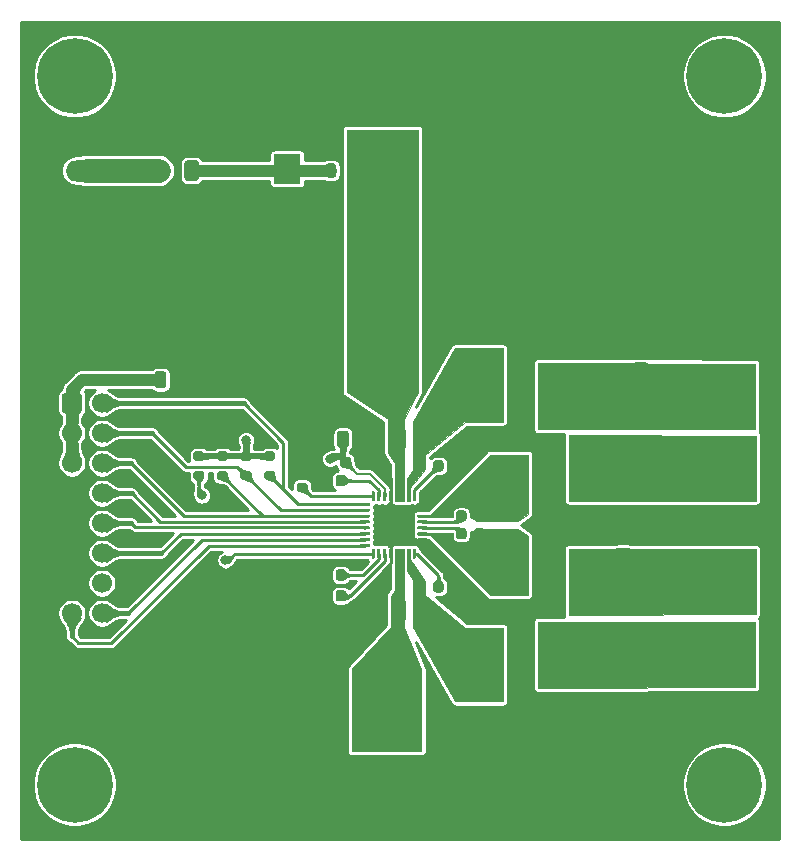
<source format=gbr>
%TF.GenerationSoftware,KiCad,Pcbnew,5.1.10*%
%TF.CreationDate,2021-07-04T17:51:47+02:00*%
%TF.ProjectId,DRV5825P,44525635-3832-4355-902e-6b696361645f,V0.1*%
%TF.SameCoordinates,Original*%
%TF.FileFunction,Copper,L1,Top*%
%TF.FilePolarity,Positive*%
%FSLAX46Y46*%
G04 Gerber Fmt 4.6, Leading zero omitted, Abs format (unit mm)*
G04 Created by KiCad (PCBNEW 5.1.10) date 2021-07-04 17:51:47*
%MOMM*%
%LPD*%
G01*
G04 APERTURE LIST*
%TA.AperFunction,ComponentPad*%
%ADD10C,6.400000*%
%TD*%
%TA.AperFunction,SMDPad,CuDef*%
%ADD11R,3.300000X3.300000*%
%TD*%
%TA.AperFunction,SMDPad,CuDef*%
%ADD12R,2.000000X3.400000*%
%TD*%
%TA.AperFunction,ComponentPad*%
%ADD13O,3.600000X1.800000*%
%TD*%
%TA.AperFunction,ComponentPad*%
%ADD14C,1.700000*%
%TD*%
%TA.AperFunction,SMDPad,CuDef*%
%ADD15R,2.300000X2.500000*%
%TD*%
%TA.AperFunction,ViaPad*%
%ADD16C,0.800000*%
%TD*%
%TA.AperFunction,Conductor*%
%ADD17C,0.250000*%
%TD*%
%TA.AperFunction,Conductor*%
%ADD18C,0.200000*%
%TD*%
%TA.AperFunction,Conductor*%
%ADD19C,0.500000*%
%TD*%
%TA.AperFunction,Conductor*%
%ADD20C,1.000000*%
%TD*%
%TA.AperFunction,Conductor*%
%ADD21C,2.000000*%
%TD*%
%TA.AperFunction,Conductor*%
%ADD22C,0.400000*%
%TD*%
%TA.AperFunction,Conductor*%
%ADD23C,0.254000*%
%TD*%
%TA.AperFunction,Conductor*%
%ADD24C,0.100000*%
%TD*%
%TA.AperFunction,Conductor*%
%ADD25C,0.025400*%
%TD*%
G04 APERTURE END LIST*
D10*
%TO.P,H4,1*%
%TO.N,N/C*%
X202500000Y-130000000D03*
%TD*%
%TO.P,H3,1*%
%TO.N,N/C*%
X202500000Y-70000000D03*
%TD*%
%TO.P,H2,1*%
%TO.N,N/C*%
X147500000Y-130000000D03*
%TD*%
%TO.P,H1,1*%
%TO.N,N/C*%
X147500000Y-70000000D03*
%TD*%
D11*
%TO.P,U1,33*%
%TO.N,GND*%
X174500000Y-108000000D03*
%TO.P,U1,32*%
%TA.AperFunction,SMDPad,CuDef*%
G36*
G01*
X176562500Y-106125000D02*
X177312500Y-106125000D01*
G75*
G02*
X177375000Y-106187500I0J-62500D01*
G01*
X177375000Y-106312500D01*
G75*
G02*
X177312500Y-106375000I-62500J0D01*
G01*
X176562500Y-106375000D01*
G75*
G02*
X176500000Y-106312500I0J62500D01*
G01*
X176500000Y-106187500D01*
G75*
G02*
X176562500Y-106125000I62500J0D01*
G01*
G37*
%TD.AperFunction*%
%TO.P,U1,31*%
%TA.AperFunction,SMDPad,CuDef*%
G36*
G01*
X176562500Y-106625000D02*
X177312500Y-106625000D01*
G75*
G02*
X177375000Y-106687500I0J-62500D01*
G01*
X177375000Y-106812500D01*
G75*
G02*
X177312500Y-106875000I-62500J0D01*
G01*
X176562500Y-106875000D01*
G75*
G02*
X176500000Y-106812500I0J62500D01*
G01*
X176500000Y-106687500D01*
G75*
G02*
X176562500Y-106625000I62500J0D01*
G01*
G37*
%TD.AperFunction*%
%TO.P,U1,30*%
%TO.N,Net-(C17-Pad1)*%
%TA.AperFunction,SMDPad,CuDef*%
G36*
G01*
X176562500Y-107125000D02*
X177312500Y-107125000D01*
G75*
G02*
X177375000Y-107187500I0J-62500D01*
G01*
X177375000Y-107312500D01*
G75*
G02*
X177312500Y-107375000I-62500J0D01*
G01*
X176562500Y-107375000D01*
G75*
G02*
X176500000Y-107312500I0J62500D01*
G01*
X176500000Y-107187500D01*
G75*
G02*
X176562500Y-107125000I62500J0D01*
G01*
G37*
%TD.AperFunction*%
%TO.P,U1,29*%
%TO.N,Net-(C17-Pad2)*%
%TA.AperFunction,SMDPad,CuDef*%
G36*
G01*
X176562500Y-107625000D02*
X177312500Y-107625000D01*
G75*
G02*
X177375000Y-107687500I0J-62500D01*
G01*
X177375000Y-107812500D01*
G75*
G02*
X177312500Y-107875000I-62500J0D01*
G01*
X176562500Y-107875000D01*
G75*
G02*
X176500000Y-107812500I0J62500D01*
G01*
X176500000Y-107687500D01*
G75*
G02*
X176562500Y-107625000I62500J0D01*
G01*
G37*
%TD.AperFunction*%
%TO.P,U1,28*%
%TO.N,Net-(C16-Pad2)*%
%TA.AperFunction,SMDPad,CuDef*%
G36*
G01*
X176562500Y-108125000D02*
X177312500Y-108125000D01*
G75*
G02*
X177375000Y-108187500I0J-62500D01*
G01*
X177375000Y-108312500D01*
G75*
G02*
X177312500Y-108375000I-62500J0D01*
G01*
X176562500Y-108375000D01*
G75*
G02*
X176500000Y-108312500I0J62500D01*
G01*
X176500000Y-108187500D01*
G75*
G02*
X176562500Y-108125000I62500J0D01*
G01*
G37*
%TD.AperFunction*%
%TO.P,U1,27*%
%TO.N,Net-(C16-Pad1)*%
%TA.AperFunction,SMDPad,CuDef*%
G36*
G01*
X176562500Y-108625000D02*
X177312500Y-108625000D01*
G75*
G02*
X177375000Y-108687500I0J-62500D01*
G01*
X177375000Y-108812500D01*
G75*
G02*
X177312500Y-108875000I-62500J0D01*
G01*
X176562500Y-108875000D01*
G75*
G02*
X176500000Y-108812500I0J62500D01*
G01*
X176500000Y-108687500D01*
G75*
G02*
X176562500Y-108625000I62500J0D01*
G01*
G37*
%TD.AperFunction*%
%TO.P,U1,26*%
%TO.N,GND*%
%TA.AperFunction,SMDPad,CuDef*%
G36*
G01*
X176562500Y-109125000D02*
X177312500Y-109125000D01*
G75*
G02*
X177375000Y-109187500I0J-62500D01*
G01*
X177375000Y-109312500D01*
G75*
G02*
X177312500Y-109375000I-62500J0D01*
G01*
X176562500Y-109375000D01*
G75*
G02*
X176500000Y-109312500I0J62500D01*
G01*
X176500000Y-109187500D01*
G75*
G02*
X176562500Y-109125000I62500J0D01*
G01*
G37*
%TD.AperFunction*%
%TO.P,U1,25*%
%TA.AperFunction,SMDPad,CuDef*%
G36*
G01*
X176562500Y-109625000D02*
X177312500Y-109625000D01*
G75*
G02*
X177375000Y-109687500I0J-62500D01*
G01*
X177375000Y-109812500D01*
G75*
G02*
X177312500Y-109875000I-62500J0D01*
G01*
X176562500Y-109875000D01*
G75*
G02*
X176500000Y-109812500I0J62500D01*
G01*
X176500000Y-109687500D01*
G75*
G02*
X176562500Y-109625000I62500J0D01*
G01*
G37*
%TD.AperFunction*%
%TO.P,U1,24*%
%TO.N,Net-(C18-Pad2)*%
%TA.AperFunction,SMDPad,CuDef*%
G36*
G01*
X176187500Y-110000000D02*
X176312500Y-110000000D01*
G75*
G02*
X176375000Y-110062500I0J-62500D01*
G01*
X176375000Y-110812500D01*
G75*
G02*
X176312500Y-110875000I-62500J0D01*
G01*
X176187500Y-110875000D01*
G75*
G02*
X176125000Y-110812500I0J62500D01*
G01*
X176125000Y-110062500D01*
G75*
G02*
X176187500Y-110000000I62500J0D01*
G01*
G37*
%TD.AperFunction*%
%TO.P,U1,23*%
%TO.N,Net-(C18-Pad1)*%
%TA.AperFunction,SMDPad,CuDef*%
G36*
G01*
X175687500Y-110000000D02*
X175812500Y-110000000D01*
G75*
G02*
X175875000Y-110062500I0J-62500D01*
G01*
X175875000Y-110812500D01*
G75*
G02*
X175812500Y-110875000I-62500J0D01*
G01*
X175687500Y-110875000D01*
G75*
G02*
X175625000Y-110812500I0J62500D01*
G01*
X175625000Y-110062500D01*
G75*
G02*
X175687500Y-110000000I62500J0D01*
G01*
G37*
%TD.AperFunction*%
%TO.P,U1,22*%
%TO.N,Vdrive*%
%TA.AperFunction,SMDPad,CuDef*%
G36*
G01*
X175187500Y-110000000D02*
X175312500Y-110000000D01*
G75*
G02*
X175375000Y-110062500I0J-62500D01*
G01*
X175375000Y-110812500D01*
G75*
G02*
X175312500Y-110875000I-62500J0D01*
G01*
X175187500Y-110875000D01*
G75*
G02*
X175125000Y-110812500I0J62500D01*
G01*
X175125000Y-110062500D01*
G75*
G02*
X175187500Y-110000000I62500J0D01*
G01*
G37*
%TD.AperFunction*%
%TO.P,U1,21*%
%TA.AperFunction,SMDPad,CuDef*%
G36*
G01*
X174687500Y-110000000D02*
X174812500Y-110000000D01*
G75*
G02*
X174875000Y-110062500I0J-62500D01*
G01*
X174875000Y-110812500D01*
G75*
G02*
X174812500Y-110875000I-62500J0D01*
G01*
X174687500Y-110875000D01*
G75*
G02*
X174625000Y-110812500I0J62500D01*
G01*
X174625000Y-110062500D01*
G75*
G02*
X174687500Y-110000000I62500J0D01*
G01*
G37*
%TD.AperFunction*%
%TO.P,U1,20*%
%TO.N,GND*%
%TA.AperFunction,SMDPad,CuDef*%
G36*
G01*
X174187500Y-110000000D02*
X174312500Y-110000000D01*
G75*
G02*
X174375000Y-110062500I0J-62500D01*
G01*
X174375000Y-110812500D01*
G75*
G02*
X174312500Y-110875000I-62500J0D01*
G01*
X174187500Y-110875000D01*
G75*
G02*
X174125000Y-110812500I0J62500D01*
G01*
X174125000Y-110062500D01*
G75*
G02*
X174187500Y-110000000I62500J0D01*
G01*
G37*
%TD.AperFunction*%
%TO.P,U1,19*%
%TO.N,Net-(C10-Pad1)*%
%TA.AperFunction,SMDPad,CuDef*%
G36*
G01*
X173687500Y-110000000D02*
X173812500Y-110000000D01*
G75*
G02*
X173875000Y-110062500I0J-62500D01*
G01*
X173875000Y-110812500D01*
G75*
G02*
X173812500Y-110875000I-62500J0D01*
G01*
X173687500Y-110875000D01*
G75*
G02*
X173625000Y-110812500I0J62500D01*
G01*
X173625000Y-110062500D01*
G75*
G02*
X173687500Y-110000000I62500J0D01*
G01*
G37*
%TD.AperFunction*%
%TO.P,U1,18*%
%TO.N,Net-(C11-Pad1)*%
%TA.AperFunction,SMDPad,CuDef*%
G36*
G01*
X173187500Y-110000000D02*
X173312500Y-110000000D01*
G75*
G02*
X173375000Y-110062500I0J-62500D01*
G01*
X173375000Y-110812500D01*
G75*
G02*
X173312500Y-110875000I-62500J0D01*
G01*
X173187500Y-110875000D01*
G75*
G02*
X173125000Y-110812500I0J62500D01*
G01*
X173125000Y-110062500D01*
G75*
G02*
X173187500Y-110000000I62500J0D01*
G01*
G37*
%TD.AperFunction*%
%TO.P,U1,17*%
%TO.N,Net-(J2-Pad14)*%
%TA.AperFunction,SMDPad,CuDef*%
G36*
G01*
X172687500Y-110000000D02*
X172812500Y-110000000D01*
G75*
G02*
X172875000Y-110062500I0J-62500D01*
G01*
X172875000Y-110812500D01*
G75*
G02*
X172812500Y-110875000I-62500J0D01*
G01*
X172687500Y-110875000D01*
G75*
G02*
X172625000Y-110812500I0J62500D01*
G01*
X172625000Y-110062500D01*
G75*
G02*
X172687500Y-110000000I62500J0D01*
G01*
G37*
%TD.AperFunction*%
%TO.P,U1,16*%
%TO.N,Net-(J2-Pad15)*%
%TA.AperFunction,SMDPad,CuDef*%
G36*
G01*
X171687500Y-109625000D02*
X172437500Y-109625000D01*
G75*
G02*
X172500000Y-109687500I0J-62500D01*
G01*
X172500000Y-109812500D01*
G75*
G02*
X172437500Y-109875000I-62500J0D01*
G01*
X171687500Y-109875000D01*
G75*
G02*
X171625000Y-109812500I0J62500D01*
G01*
X171625000Y-109687500D01*
G75*
G02*
X171687500Y-109625000I62500J0D01*
G01*
G37*
%TD.AperFunction*%
%TO.P,U1,15*%
%TO.N,Net-(J2-Pad16)*%
%TA.AperFunction,SMDPad,CuDef*%
G36*
G01*
X171687500Y-109125000D02*
X172437500Y-109125000D01*
G75*
G02*
X172500000Y-109187500I0J-62500D01*
G01*
X172500000Y-109312500D01*
G75*
G02*
X172437500Y-109375000I-62500J0D01*
G01*
X171687500Y-109375000D01*
G75*
G02*
X171625000Y-109312500I0J62500D01*
G01*
X171625000Y-109187500D01*
G75*
G02*
X171687500Y-109125000I62500J0D01*
G01*
G37*
%TD.AperFunction*%
%TO.P,U1,14*%
%TO.N,Net-(J2-Pad12)*%
%TA.AperFunction,SMDPad,CuDef*%
G36*
G01*
X171687500Y-108625000D02*
X172437500Y-108625000D01*
G75*
G02*
X172500000Y-108687500I0J-62500D01*
G01*
X172500000Y-108812500D01*
G75*
G02*
X172437500Y-108875000I-62500J0D01*
G01*
X171687500Y-108875000D01*
G75*
G02*
X171625000Y-108812500I0J62500D01*
G01*
X171625000Y-108687500D01*
G75*
G02*
X171687500Y-108625000I62500J0D01*
G01*
G37*
%TD.AperFunction*%
%TO.P,U1,13*%
%TO.N,Net-(J2-Pad10)*%
%TA.AperFunction,SMDPad,CuDef*%
G36*
G01*
X171687500Y-108125000D02*
X172437500Y-108125000D01*
G75*
G02*
X172500000Y-108187500I0J-62500D01*
G01*
X172500000Y-108312500D01*
G75*
G02*
X172437500Y-108375000I-62500J0D01*
G01*
X171687500Y-108375000D01*
G75*
G02*
X171625000Y-108312500I0J62500D01*
G01*
X171625000Y-108187500D01*
G75*
G02*
X171687500Y-108125000I62500J0D01*
G01*
G37*
%TD.AperFunction*%
%TO.P,U1,12*%
%TO.N,Net-(J2-Pad8)*%
%TA.AperFunction,SMDPad,CuDef*%
G36*
G01*
X171687500Y-107625000D02*
X172437500Y-107625000D01*
G75*
G02*
X172500000Y-107687500I0J-62500D01*
G01*
X172500000Y-107812500D01*
G75*
G02*
X172437500Y-107875000I-62500J0D01*
G01*
X171687500Y-107875000D01*
G75*
G02*
X171625000Y-107812500I0J62500D01*
G01*
X171625000Y-107687500D01*
G75*
G02*
X171687500Y-107625000I62500J0D01*
G01*
G37*
%TD.AperFunction*%
%TO.P,U1,11*%
%TO.N,Net-(J2-Pad6)*%
%TA.AperFunction,SMDPad,CuDef*%
G36*
G01*
X171687500Y-107125000D02*
X172437500Y-107125000D01*
G75*
G02*
X172500000Y-107187500I0J-62500D01*
G01*
X172500000Y-107312500D01*
G75*
G02*
X172437500Y-107375000I-62500J0D01*
G01*
X171687500Y-107375000D01*
G75*
G02*
X171625000Y-107312500I0J62500D01*
G01*
X171625000Y-107187500D01*
G75*
G02*
X171687500Y-107125000I62500J0D01*
G01*
G37*
%TD.AperFunction*%
%TO.P,U1,10*%
%TO.N,Net-(J2-Pad4)*%
%TA.AperFunction,SMDPad,CuDef*%
G36*
G01*
X171687500Y-106625000D02*
X172437500Y-106625000D01*
G75*
G02*
X172500000Y-106687500I0J-62500D01*
G01*
X172500000Y-106812500D01*
G75*
G02*
X172437500Y-106875000I-62500J0D01*
G01*
X171687500Y-106875000D01*
G75*
G02*
X171625000Y-106812500I0J62500D01*
G01*
X171625000Y-106687500D01*
G75*
G02*
X171687500Y-106625000I62500J0D01*
G01*
G37*
%TD.AperFunction*%
%TO.P,U1,9*%
%TO.N,Net-(J2-Pad2)*%
%TA.AperFunction,SMDPad,CuDef*%
G36*
G01*
X171687500Y-106125000D02*
X172437500Y-106125000D01*
G75*
G02*
X172500000Y-106187500I0J-62500D01*
G01*
X172500000Y-106312500D01*
G75*
G02*
X172437500Y-106375000I-62500J0D01*
G01*
X171687500Y-106375000D01*
G75*
G02*
X171625000Y-106312500I0J62500D01*
G01*
X171625000Y-106187500D01*
G75*
G02*
X171687500Y-106125000I62500J0D01*
G01*
G37*
%TD.AperFunction*%
%TO.P,U1,8*%
%TO.N,Net-(R5-Pad1)*%
%TA.AperFunction,SMDPad,CuDef*%
G36*
G01*
X172687500Y-105125000D02*
X172812500Y-105125000D01*
G75*
G02*
X172875000Y-105187500I0J-62500D01*
G01*
X172875000Y-105937500D01*
G75*
G02*
X172812500Y-106000000I-62500J0D01*
G01*
X172687500Y-106000000D01*
G75*
G02*
X172625000Y-105937500I0J62500D01*
G01*
X172625000Y-105187500D01*
G75*
G02*
X172687500Y-105125000I62500J0D01*
G01*
G37*
%TD.AperFunction*%
%TO.P,U1,7*%
%TO.N,Net-(C7-Pad1)*%
%TA.AperFunction,SMDPad,CuDef*%
G36*
G01*
X173187500Y-105125000D02*
X173312500Y-105125000D01*
G75*
G02*
X173375000Y-105187500I0J-62500D01*
G01*
X173375000Y-105937500D01*
G75*
G02*
X173312500Y-106000000I-62500J0D01*
G01*
X173187500Y-106000000D01*
G75*
G02*
X173125000Y-105937500I0J62500D01*
G01*
X173125000Y-105187500D01*
G75*
G02*
X173187500Y-105125000I62500J0D01*
G01*
G37*
%TD.AperFunction*%
%TO.P,U1,6*%
%TO.N,VDD*%
%TA.AperFunction,SMDPad,CuDef*%
G36*
G01*
X173687500Y-105125000D02*
X173812500Y-105125000D01*
G75*
G02*
X173875000Y-105187500I0J-62500D01*
G01*
X173875000Y-105937500D01*
G75*
G02*
X173812500Y-106000000I-62500J0D01*
G01*
X173687500Y-106000000D01*
G75*
G02*
X173625000Y-105937500I0J62500D01*
G01*
X173625000Y-105187500D01*
G75*
G02*
X173687500Y-105125000I62500J0D01*
G01*
G37*
%TD.AperFunction*%
%TO.P,U1,5*%
%TO.N,GND*%
%TA.AperFunction,SMDPad,CuDef*%
G36*
G01*
X174187500Y-105125000D02*
X174312500Y-105125000D01*
G75*
G02*
X174375000Y-105187500I0J-62500D01*
G01*
X174375000Y-105937500D01*
G75*
G02*
X174312500Y-106000000I-62500J0D01*
G01*
X174187500Y-106000000D01*
G75*
G02*
X174125000Y-105937500I0J62500D01*
G01*
X174125000Y-105187500D01*
G75*
G02*
X174187500Y-105125000I62500J0D01*
G01*
G37*
%TD.AperFunction*%
%TO.P,U1,4*%
%TO.N,Vdrive*%
%TA.AperFunction,SMDPad,CuDef*%
G36*
G01*
X174687500Y-105125000D02*
X174812500Y-105125000D01*
G75*
G02*
X174875000Y-105187500I0J-62500D01*
G01*
X174875000Y-105937500D01*
G75*
G02*
X174812500Y-106000000I-62500J0D01*
G01*
X174687500Y-106000000D01*
G75*
G02*
X174625000Y-105937500I0J62500D01*
G01*
X174625000Y-105187500D01*
G75*
G02*
X174687500Y-105125000I62500J0D01*
G01*
G37*
%TD.AperFunction*%
%TO.P,U1,3*%
%TA.AperFunction,SMDPad,CuDef*%
G36*
G01*
X175187500Y-105125000D02*
X175312500Y-105125000D01*
G75*
G02*
X175375000Y-105187500I0J-62500D01*
G01*
X175375000Y-105937500D01*
G75*
G02*
X175312500Y-106000000I-62500J0D01*
G01*
X175187500Y-106000000D01*
G75*
G02*
X175125000Y-105937500I0J62500D01*
G01*
X175125000Y-105187500D01*
G75*
G02*
X175187500Y-105125000I62500J0D01*
G01*
G37*
%TD.AperFunction*%
%TO.P,U1,2*%
%TO.N,Net-(C15-Pad1)*%
%TA.AperFunction,SMDPad,CuDef*%
G36*
G01*
X175687500Y-105125000D02*
X175812500Y-105125000D01*
G75*
G02*
X175875000Y-105187500I0J-62500D01*
G01*
X175875000Y-105937500D01*
G75*
G02*
X175812500Y-106000000I-62500J0D01*
G01*
X175687500Y-106000000D01*
G75*
G02*
X175625000Y-105937500I0J62500D01*
G01*
X175625000Y-105187500D01*
G75*
G02*
X175687500Y-105125000I62500J0D01*
G01*
G37*
%TD.AperFunction*%
%TO.P,U1,1*%
%TO.N,Net-(C15-Pad2)*%
%TA.AperFunction,SMDPad,CuDef*%
G36*
G01*
X176187500Y-105125000D02*
X176312500Y-105125000D01*
G75*
G02*
X176375000Y-105187500I0J-62500D01*
G01*
X176375000Y-105937500D01*
G75*
G02*
X176312500Y-106000000I-62500J0D01*
G01*
X176187500Y-106000000D01*
G75*
G02*
X176125000Y-105937500I0J62500D01*
G01*
X176125000Y-105187500D01*
G75*
G02*
X176187500Y-105125000I62500J0D01*
G01*
G37*
%TD.AperFunction*%
%TD*%
%TO.P,R5,2*%
%TO.N,GND*%
%TA.AperFunction,SMDPad,CuDef*%
G36*
G01*
X167025000Y-103575000D02*
X166475000Y-103575000D01*
G75*
G02*
X166275000Y-103375000I0J200000D01*
G01*
X166275000Y-102975000D01*
G75*
G02*
X166475000Y-102775000I200000J0D01*
G01*
X167025000Y-102775000D01*
G75*
G02*
X167225000Y-102975000I0J-200000D01*
G01*
X167225000Y-103375000D01*
G75*
G02*
X167025000Y-103575000I-200000J0D01*
G01*
G37*
%TD.AperFunction*%
%TO.P,R5,1*%
%TO.N,Net-(R5-Pad1)*%
%TA.AperFunction,SMDPad,CuDef*%
G36*
G01*
X167025000Y-105225000D02*
X166475000Y-105225000D01*
G75*
G02*
X166275000Y-105025000I0J200000D01*
G01*
X166275000Y-104625000D01*
G75*
G02*
X166475000Y-104425000I200000J0D01*
G01*
X167025000Y-104425000D01*
G75*
G02*
X167225000Y-104625000I0J-200000D01*
G01*
X167225000Y-105025000D01*
G75*
G02*
X167025000Y-105225000I-200000J0D01*
G01*
G37*
%TD.AperFunction*%
%TD*%
%TO.P,R4,2*%
%TO.N,Net-(J2-Pad2)*%
%TA.AperFunction,SMDPad,CuDef*%
G36*
G01*
X163725000Y-103425000D02*
X164275000Y-103425000D01*
G75*
G02*
X164475000Y-103625000I0J-200000D01*
G01*
X164475000Y-104025000D01*
G75*
G02*
X164275000Y-104225000I-200000J0D01*
G01*
X163725000Y-104225000D01*
G75*
G02*
X163525000Y-104025000I0J200000D01*
G01*
X163525000Y-103625000D01*
G75*
G02*
X163725000Y-103425000I200000J0D01*
G01*
G37*
%TD.AperFunction*%
%TO.P,R4,1*%
%TO.N,VDD*%
%TA.AperFunction,SMDPad,CuDef*%
G36*
G01*
X163725000Y-101775000D02*
X164275000Y-101775000D01*
G75*
G02*
X164475000Y-101975000I0J-200000D01*
G01*
X164475000Y-102375000D01*
G75*
G02*
X164275000Y-102575000I-200000J0D01*
G01*
X163725000Y-102575000D01*
G75*
G02*
X163525000Y-102375000I0J200000D01*
G01*
X163525000Y-101975000D01*
G75*
G02*
X163725000Y-101775000I200000J0D01*
G01*
G37*
%TD.AperFunction*%
%TD*%
%TO.P,R3,2*%
%TO.N,Net-(J2-Pad4)*%
%TA.AperFunction,SMDPad,CuDef*%
G36*
G01*
X161725000Y-103425000D02*
X162275000Y-103425000D01*
G75*
G02*
X162475000Y-103625000I0J-200000D01*
G01*
X162475000Y-104025000D01*
G75*
G02*
X162275000Y-104225000I-200000J0D01*
G01*
X161725000Y-104225000D01*
G75*
G02*
X161525000Y-104025000I0J200000D01*
G01*
X161525000Y-103625000D01*
G75*
G02*
X161725000Y-103425000I200000J0D01*
G01*
G37*
%TD.AperFunction*%
%TO.P,R3,1*%
%TO.N,VDD*%
%TA.AperFunction,SMDPad,CuDef*%
G36*
G01*
X161725000Y-101775000D02*
X162275000Y-101775000D01*
G75*
G02*
X162475000Y-101975000I0J-200000D01*
G01*
X162475000Y-102375000D01*
G75*
G02*
X162275000Y-102575000I-200000J0D01*
G01*
X161725000Y-102575000D01*
G75*
G02*
X161525000Y-102375000I0J200000D01*
G01*
X161525000Y-101975000D01*
G75*
G02*
X161725000Y-101775000I200000J0D01*
G01*
G37*
%TD.AperFunction*%
%TD*%
%TO.P,R2,2*%
%TO.N,Net-(J2-Pad6)*%
%TA.AperFunction,SMDPad,CuDef*%
G36*
G01*
X159725000Y-103425000D02*
X160275000Y-103425000D01*
G75*
G02*
X160475000Y-103625000I0J-200000D01*
G01*
X160475000Y-104025000D01*
G75*
G02*
X160275000Y-104225000I-200000J0D01*
G01*
X159725000Y-104225000D01*
G75*
G02*
X159525000Y-104025000I0J200000D01*
G01*
X159525000Y-103625000D01*
G75*
G02*
X159725000Y-103425000I200000J0D01*
G01*
G37*
%TD.AperFunction*%
%TO.P,R2,1*%
%TO.N,VDD*%
%TA.AperFunction,SMDPad,CuDef*%
G36*
G01*
X159725000Y-101775000D02*
X160275000Y-101775000D01*
G75*
G02*
X160475000Y-101975000I0J-200000D01*
G01*
X160475000Y-102375000D01*
G75*
G02*
X160275000Y-102575000I-200000J0D01*
G01*
X159725000Y-102575000D01*
G75*
G02*
X159525000Y-102375000I0J200000D01*
G01*
X159525000Y-101975000D01*
G75*
G02*
X159725000Y-101775000I200000J0D01*
G01*
G37*
%TD.AperFunction*%
%TD*%
%TO.P,R1,2*%
%TO.N,Net-(J2-Pad14)*%
%TA.AperFunction,SMDPad,CuDef*%
G36*
G01*
X157725000Y-103425000D02*
X158275000Y-103425000D01*
G75*
G02*
X158475000Y-103625000I0J-200000D01*
G01*
X158475000Y-104025000D01*
G75*
G02*
X158275000Y-104225000I-200000J0D01*
G01*
X157725000Y-104225000D01*
G75*
G02*
X157525000Y-104025000I0J200000D01*
G01*
X157525000Y-103625000D01*
G75*
G02*
X157725000Y-103425000I200000J0D01*
G01*
G37*
%TD.AperFunction*%
%TO.P,R1,1*%
%TO.N,VDD*%
%TA.AperFunction,SMDPad,CuDef*%
G36*
G01*
X157725000Y-101775000D02*
X158275000Y-101775000D01*
G75*
G02*
X158475000Y-101975000I0J-200000D01*
G01*
X158475000Y-102375000D01*
G75*
G02*
X158275000Y-102575000I-200000J0D01*
G01*
X157725000Y-102575000D01*
G75*
G02*
X157525000Y-102375000I0J200000D01*
G01*
X157525000Y-101975000D01*
G75*
G02*
X157725000Y-101775000I200000J0D01*
G01*
G37*
%TD.AperFunction*%
%TD*%
D12*
%TO.P,L4,2*%
%TO.N,Net-(C22-Pad1)*%
X187850000Y-119500000D03*
%TO.P,L4,1*%
%TO.N,Net-(C18-Pad1)*%
X182150000Y-119500000D03*
%TD*%
%TO.P,L3,2*%
%TO.N,Net-(C21-Pad1)*%
X190350000Y-112000000D03*
%TO.P,L3,1*%
%TO.N,Net-(C16-Pad1)*%
X184650000Y-112000000D03*
%TD*%
%TO.P,L2,2*%
%TO.N,Net-(C20-Pad1)*%
X190350000Y-104000000D03*
%TO.P,L2,1*%
%TO.N,Net-(C17-Pad1)*%
X184650000Y-104000000D03*
%TD*%
%TO.P,L1,2*%
%TO.N,Net-(C19-Pad1)*%
X187850000Y-96500000D03*
%TO.P,L1,1*%
%TO.N,Net-(C15-Pad1)*%
X182150000Y-96500000D03*
%TD*%
D13*
%TO.P,OUT_B,2*%
%TO.N,Net-(C22-Pad1)*%
X202000000Y-117500000D03*
%TO.P,OUT_B,1*%
%TO.N,Net-(C21-Pad1)*%
%TA.AperFunction,ComponentPad*%
G36*
G01*
X200450000Y-113100000D02*
X203550000Y-113100000D01*
G75*
G02*
X203800000Y-113350000I0J-250000D01*
G01*
X203800000Y-114650000D01*
G75*
G02*
X203550000Y-114900000I-250000J0D01*
G01*
X200450000Y-114900000D01*
G75*
G02*
X200200000Y-114650000I0J250000D01*
G01*
X200200000Y-113350000D01*
G75*
G02*
X200450000Y-113100000I250000J0D01*
G01*
G37*
%TD.AperFunction*%
%TD*%
%TO.P,OUT_A,2*%
%TO.N,Net-(C20-Pad1)*%
X202000000Y-102000000D03*
%TO.P,OUT_A,1*%
%TO.N,Net-(C19-Pad1)*%
%TA.AperFunction,ComponentPad*%
G36*
G01*
X200450000Y-97600000D02*
X203550000Y-97600000D01*
G75*
G02*
X203800000Y-97850000I0J-250000D01*
G01*
X203800000Y-99150000D01*
G75*
G02*
X203550000Y-99400000I-250000J0D01*
G01*
X200450000Y-99400000D01*
G75*
G02*
X200200000Y-99150000I0J250000D01*
G01*
X200200000Y-97850000D01*
G75*
G02*
X200450000Y-97600000I250000J0D01*
G01*
G37*
%TD.AperFunction*%
%TD*%
D14*
%TO.P,Data_CTL_I/O,16*%
%TO.N,Net-(J2-Pad16)*%
X149790000Y-115470000D03*
%TO.P,Data_CTL_I/O,14*%
%TO.N,Net-(J2-Pad14)*%
X149790000Y-112930000D03*
%TO.P,Data_CTL_I/O,12*%
%TO.N,Net-(J2-Pad12)*%
X149790000Y-110390000D03*
%TO.P,Data_CTL_I/O,10*%
%TO.N,Net-(J2-Pad10)*%
X149790000Y-107850000D03*
%TO.P,Data_CTL_I/O,8*%
%TO.N,Net-(J2-Pad8)*%
X149790000Y-105310000D03*
%TO.P,Data_CTL_I/O,6*%
%TO.N,Net-(J2-Pad6)*%
X149790000Y-102770000D03*
%TO.P,Data_CTL_I/O,4*%
%TO.N,Net-(J2-Pad4)*%
X149790000Y-100230000D03*
%TO.P,Data_CTL_I/O,2*%
%TO.N,Net-(J2-Pad2)*%
X149790000Y-97690000D03*
%TO.P,Data_CTL_I/O,15*%
%TO.N,Net-(J2-Pad15)*%
X147250000Y-115470000D03*
%TO.P,Data_CTL_I/O,13*%
%TO.N,GND*%
X147250000Y-112930000D03*
%TO.P,Data_CTL_I/O,11*%
X147250000Y-110390000D03*
%TO.P,Data_CTL_I/O,9*%
X147250000Y-107850000D03*
%TO.P,Data_CTL_I/O,7*%
X147250000Y-105310000D03*
%TO.P,Data_CTL_I/O,5*%
%TO.N,VDD*%
X147250000Y-102770000D03*
%TO.P,Data_CTL_I/O,3*%
X147250000Y-100230000D03*
%TO.P,Data_CTL_I/O,1*%
%TA.AperFunction,ComponentPad*%
G36*
G01*
X146400000Y-98290000D02*
X146400000Y-97090000D01*
G75*
G02*
X146650000Y-96840000I250000J0D01*
G01*
X147850000Y-96840000D01*
G75*
G02*
X148100000Y-97090000I0J-250000D01*
G01*
X148100000Y-98290000D01*
G75*
G02*
X147850000Y-98540000I-250000J0D01*
G01*
X146650000Y-98540000D01*
G75*
G02*
X146400000Y-98290000I0J250000D01*
G01*
G37*
%TD.AperFunction*%
%TD*%
D13*
%TO.P,Pwr_IN,2*%
%TO.N,Net-(F1-Pad2)*%
X148500000Y-78000000D03*
%TO.P,Pwr_IN,1*%
%TO.N,GND*%
%TA.AperFunction,ComponentPad*%
G36*
G01*
X150050000Y-82400000D02*
X146950000Y-82400000D01*
G75*
G02*
X146700000Y-82150000I0J250000D01*
G01*
X146700000Y-80850000D01*
G75*
G02*
X146950000Y-80600000I250000J0D01*
G01*
X150050000Y-80600000D01*
G75*
G02*
X150300000Y-80850000I0J-250000D01*
G01*
X150300000Y-82150000D01*
G75*
G02*
X150050000Y-82400000I-250000J0D01*
G01*
G37*
%TD.AperFunction*%
%TD*%
%TO.P,FB1,2*%
%TO.N,Net-(C2-Pad1)*%
%TA.AperFunction,SMDPad,CuDef*%
G36*
G01*
X169625000Y-77618750D02*
X169625000Y-78381250D01*
G75*
G02*
X169406250Y-78600000I-218750J0D01*
G01*
X168968750Y-78600000D01*
G75*
G02*
X168750000Y-78381250I0J218750D01*
G01*
X168750000Y-77618750D01*
G75*
G02*
X168968750Y-77400000I218750J0D01*
G01*
X169406250Y-77400000D01*
G75*
G02*
X169625000Y-77618750I0J-218750D01*
G01*
G37*
%TD.AperFunction*%
%TO.P,FB1,1*%
%TO.N,Vdrive*%
%TA.AperFunction,SMDPad,CuDef*%
G36*
G01*
X171750000Y-77618750D02*
X171750000Y-78381250D01*
G75*
G02*
X171531250Y-78600000I-218750J0D01*
G01*
X171093750Y-78600000D01*
G75*
G02*
X170875000Y-78381250I0J218750D01*
G01*
X170875000Y-77618750D01*
G75*
G02*
X171093750Y-77400000I218750J0D01*
G01*
X171531250Y-77400000D01*
G75*
G02*
X171750000Y-77618750I0J-218750D01*
G01*
G37*
%TD.AperFunction*%
%TD*%
%TO.P,F1,2*%
%TO.N,Net-(F1-Pad2)*%
%TA.AperFunction,SMDPad,CuDef*%
G36*
G01*
X155225000Y-77375000D02*
X155225000Y-78625000D01*
G75*
G02*
X154975000Y-78875000I-250000J0D01*
G01*
X154225000Y-78875000D01*
G75*
G02*
X153975000Y-78625000I0J250000D01*
G01*
X153975000Y-77375000D01*
G75*
G02*
X154225000Y-77125000I250000J0D01*
G01*
X154975000Y-77125000D01*
G75*
G02*
X155225000Y-77375000I0J-250000D01*
G01*
G37*
%TD.AperFunction*%
%TO.P,F1,1*%
%TO.N,Net-(C2-Pad1)*%
%TA.AperFunction,SMDPad,CuDef*%
G36*
G01*
X158025000Y-77375000D02*
X158025000Y-78625000D01*
G75*
G02*
X157775000Y-78875000I-250000J0D01*
G01*
X157025000Y-78875000D01*
G75*
G02*
X156775000Y-78625000I0J250000D01*
G01*
X156775000Y-77375000D01*
G75*
G02*
X157025000Y-77125000I250000J0D01*
G01*
X157775000Y-77125000D01*
G75*
G02*
X158025000Y-77375000I0J-250000D01*
G01*
G37*
%TD.AperFunction*%
%TD*%
D15*
%TO.P,D1,2*%
%TO.N,GND*%
X165500000Y-82150000D03*
%TO.P,D1,1*%
%TO.N,Net-(C2-Pad1)*%
X165500000Y-77850000D03*
%TD*%
%TO.P,C22,2*%
%TO.N,GND*%
%TA.AperFunction,SMDPad,CuDef*%
G36*
G01*
X196025000Y-122550000D02*
X196975000Y-122550000D01*
G75*
G02*
X197225000Y-122800000I0J-250000D01*
G01*
X197225000Y-123300000D01*
G75*
G02*
X196975000Y-123550000I-250000J0D01*
G01*
X196025000Y-123550000D01*
G75*
G02*
X195775000Y-123300000I0J250000D01*
G01*
X195775000Y-122800000D01*
G75*
G02*
X196025000Y-122550000I250000J0D01*
G01*
G37*
%TD.AperFunction*%
%TO.P,C22,1*%
%TO.N,Net-(C22-Pad1)*%
%TA.AperFunction,SMDPad,CuDef*%
G36*
G01*
X196025000Y-120650000D02*
X196975000Y-120650000D01*
G75*
G02*
X197225000Y-120900000I0J-250000D01*
G01*
X197225000Y-121400000D01*
G75*
G02*
X196975000Y-121650000I-250000J0D01*
G01*
X196025000Y-121650000D01*
G75*
G02*
X195775000Y-121400000I0J250000D01*
G01*
X195775000Y-120900000D01*
G75*
G02*
X196025000Y-120650000I250000J0D01*
G01*
G37*
%TD.AperFunction*%
%TD*%
%TO.P,C21,2*%
%TO.N,GND*%
%TA.AperFunction,SMDPad,CuDef*%
G36*
G01*
X194375000Y-109050000D02*
X193425000Y-109050000D01*
G75*
G02*
X193175000Y-108800000I0J250000D01*
G01*
X193175000Y-108300000D01*
G75*
G02*
X193425000Y-108050000I250000J0D01*
G01*
X194375000Y-108050000D01*
G75*
G02*
X194625000Y-108300000I0J-250000D01*
G01*
X194625000Y-108800000D01*
G75*
G02*
X194375000Y-109050000I-250000J0D01*
G01*
G37*
%TD.AperFunction*%
%TO.P,C21,1*%
%TO.N,Net-(C21-Pad1)*%
%TA.AperFunction,SMDPad,CuDef*%
G36*
G01*
X194375000Y-110950000D02*
X193425000Y-110950000D01*
G75*
G02*
X193175000Y-110700000I0J250000D01*
G01*
X193175000Y-110200000D01*
G75*
G02*
X193425000Y-109950000I250000J0D01*
G01*
X194375000Y-109950000D01*
G75*
G02*
X194625000Y-110200000I0J-250000D01*
G01*
X194625000Y-110700000D01*
G75*
G02*
X194375000Y-110950000I-250000J0D01*
G01*
G37*
%TD.AperFunction*%
%TD*%
%TO.P,C20,2*%
%TO.N,GND*%
%TA.AperFunction,SMDPad,CuDef*%
G36*
G01*
X196025000Y-106650000D02*
X196975000Y-106650000D01*
G75*
G02*
X197225000Y-106900000I0J-250000D01*
G01*
X197225000Y-107400000D01*
G75*
G02*
X196975000Y-107650000I-250000J0D01*
G01*
X196025000Y-107650000D01*
G75*
G02*
X195775000Y-107400000I0J250000D01*
G01*
X195775000Y-106900000D01*
G75*
G02*
X196025000Y-106650000I250000J0D01*
G01*
G37*
%TD.AperFunction*%
%TO.P,C20,1*%
%TO.N,Net-(C20-Pad1)*%
%TA.AperFunction,SMDPad,CuDef*%
G36*
G01*
X196025000Y-104750000D02*
X196975000Y-104750000D01*
G75*
G02*
X197225000Y-105000000I0J-250000D01*
G01*
X197225000Y-105500000D01*
G75*
G02*
X196975000Y-105750000I-250000J0D01*
G01*
X196025000Y-105750000D01*
G75*
G02*
X195775000Y-105500000I0J250000D01*
G01*
X195775000Y-105000000D01*
G75*
G02*
X196025000Y-104750000I250000J0D01*
G01*
G37*
%TD.AperFunction*%
%TD*%
%TO.P,C19,2*%
%TO.N,GND*%
%TA.AperFunction,SMDPad,CuDef*%
G36*
G01*
X195875000Y-93350000D02*
X194925000Y-93350000D01*
G75*
G02*
X194675000Y-93100000I0J250000D01*
G01*
X194675000Y-92600000D01*
G75*
G02*
X194925000Y-92350000I250000J0D01*
G01*
X195875000Y-92350000D01*
G75*
G02*
X196125000Y-92600000I0J-250000D01*
G01*
X196125000Y-93100000D01*
G75*
G02*
X195875000Y-93350000I-250000J0D01*
G01*
G37*
%TD.AperFunction*%
%TO.P,C19,1*%
%TO.N,Net-(C19-Pad1)*%
%TA.AperFunction,SMDPad,CuDef*%
G36*
G01*
X195875000Y-95250000D02*
X194925000Y-95250000D01*
G75*
G02*
X194675000Y-95000000I0J250000D01*
G01*
X194675000Y-94500000D01*
G75*
G02*
X194925000Y-94250000I250000J0D01*
G01*
X195875000Y-94250000D01*
G75*
G02*
X196125000Y-94500000I0J-250000D01*
G01*
X196125000Y-95000000D01*
G75*
G02*
X195875000Y-95250000I-250000J0D01*
G01*
G37*
%TD.AperFunction*%
%TD*%
%TO.P,C18,2*%
%TO.N,Net-(C18-Pad2)*%
%TA.AperFunction,SMDPad,CuDef*%
G36*
G01*
X177825000Y-113500000D02*
X177825000Y-113000000D01*
G75*
G02*
X178050000Y-112775000I225000J0D01*
G01*
X178500000Y-112775000D01*
G75*
G02*
X178725000Y-113000000I0J-225000D01*
G01*
X178725000Y-113500000D01*
G75*
G02*
X178500000Y-113725000I-225000J0D01*
G01*
X178050000Y-113725000D01*
G75*
G02*
X177825000Y-113500000I0J225000D01*
G01*
G37*
%TD.AperFunction*%
%TO.P,C18,1*%
%TO.N,Net-(C18-Pad1)*%
%TA.AperFunction,SMDPad,CuDef*%
G36*
G01*
X176275000Y-113500000D02*
X176275000Y-113000000D01*
G75*
G02*
X176500000Y-112775000I225000J0D01*
G01*
X176950000Y-112775000D01*
G75*
G02*
X177175000Y-113000000I0J-225000D01*
G01*
X177175000Y-113500000D01*
G75*
G02*
X176950000Y-113725000I-225000J0D01*
G01*
X176500000Y-113725000D01*
G75*
G02*
X176275000Y-113500000I0J225000D01*
G01*
G37*
%TD.AperFunction*%
%TD*%
%TO.P,C17,2*%
%TO.N,Net-(C17-Pad2)*%
%TA.AperFunction,SMDPad,CuDef*%
G36*
G01*
X180675000Y-107000000D02*
X180675000Y-107500000D01*
G75*
G02*
X180450000Y-107725000I-225000J0D01*
G01*
X180000000Y-107725000D01*
G75*
G02*
X179775000Y-107500000I0J225000D01*
G01*
X179775000Y-107000000D01*
G75*
G02*
X180000000Y-106775000I225000J0D01*
G01*
X180450000Y-106775000D01*
G75*
G02*
X180675000Y-107000000I0J-225000D01*
G01*
G37*
%TD.AperFunction*%
%TO.P,C17,1*%
%TO.N,Net-(C17-Pad1)*%
%TA.AperFunction,SMDPad,CuDef*%
G36*
G01*
X182225000Y-107000000D02*
X182225000Y-107500000D01*
G75*
G02*
X182000000Y-107725000I-225000J0D01*
G01*
X181550000Y-107725000D01*
G75*
G02*
X181325000Y-107500000I0J225000D01*
G01*
X181325000Y-107000000D01*
G75*
G02*
X181550000Y-106775000I225000J0D01*
G01*
X182000000Y-106775000D01*
G75*
G02*
X182225000Y-107000000I0J-225000D01*
G01*
G37*
%TD.AperFunction*%
%TD*%
%TO.P,C16,2*%
%TO.N,Net-(C16-Pad2)*%
%TA.AperFunction,SMDPad,CuDef*%
G36*
G01*
X180675000Y-108500000D02*
X180675000Y-109000000D01*
G75*
G02*
X180450000Y-109225000I-225000J0D01*
G01*
X180000000Y-109225000D01*
G75*
G02*
X179775000Y-109000000I0J225000D01*
G01*
X179775000Y-108500000D01*
G75*
G02*
X180000000Y-108275000I225000J0D01*
G01*
X180450000Y-108275000D01*
G75*
G02*
X180675000Y-108500000I0J-225000D01*
G01*
G37*
%TD.AperFunction*%
%TO.P,C16,1*%
%TO.N,Net-(C16-Pad1)*%
%TA.AperFunction,SMDPad,CuDef*%
G36*
G01*
X182225000Y-108500000D02*
X182225000Y-109000000D01*
G75*
G02*
X182000000Y-109225000I-225000J0D01*
G01*
X181550000Y-109225000D01*
G75*
G02*
X181325000Y-109000000I0J225000D01*
G01*
X181325000Y-108500000D01*
G75*
G02*
X181550000Y-108275000I225000J0D01*
G01*
X182000000Y-108275000D01*
G75*
G02*
X182225000Y-108500000I0J-225000D01*
G01*
G37*
%TD.AperFunction*%
%TD*%
%TO.P,C15,2*%
%TO.N,Net-(C15-Pad2)*%
%TA.AperFunction,SMDPad,CuDef*%
G36*
G01*
X177825000Y-103250000D02*
X177825000Y-102750000D01*
G75*
G02*
X178050000Y-102525000I225000J0D01*
G01*
X178500000Y-102525000D01*
G75*
G02*
X178725000Y-102750000I0J-225000D01*
G01*
X178725000Y-103250000D01*
G75*
G02*
X178500000Y-103475000I-225000J0D01*
G01*
X178050000Y-103475000D01*
G75*
G02*
X177825000Y-103250000I0J225000D01*
G01*
G37*
%TD.AperFunction*%
%TO.P,C15,1*%
%TO.N,Net-(C15-Pad1)*%
%TA.AperFunction,SMDPad,CuDef*%
G36*
G01*
X176275000Y-103250000D02*
X176275000Y-102750000D01*
G75*
G02*
X176500000Y-102525000I225000J0D01*
G01*
X176950000Y-102525000D01*
G75*
G02*
X177175000Y-102750000I0J-225000D01*
G01*
X177175000Y-103250000D01*
G75*
G02*
X176950000Y-103475000I-225000J0D01*
G01*
X176500000Y-103475000D01*
G75*
G02*
X176275000Y-103250000I0J225000D01*
G01*
G37*
%TD.AperFunction*%
%TD*%
%TO.P,C14,2*%
%TO.N,GND*%
%TA.AperFunction,SMDPad,CuDef*%
G36*
G01*
X167850000Y-121250000D02*
X167850000Y-123250000D01*
G75*
G02*
X167600000Y-123500000I-250000J0D01*
G01*
X163700000Y-123500000D01*
G75*
G02*
X163450000Y-123250000I0J250000D01*
G01*
X163450000Y-121250000D01*
G75*
G02*
X163700000Y-121000000I250000J0D01*
G01*
X167600000Y-121000000D01*
G75*
G02*
X167850000Y-121250000I0J-250000D01*
G01*
G37*
%TD.AperFunction*%
%TO.P,C14,1*%
%TO.N,Vdrive*%
%TA.AperFunction,SMDPad,CuDef*%
G36*
G01*
X176250000Y-121250000D02*
X176250000Y-123250000D01*
G75*
G02*
X176000000Y-123500000I-250000J0D01*
G01*
X172100000Y-123500000D01*
G75*
G02*
X171850000Y-123250000I0J250000D01*
G01*
X171850000Y-121250000D01*
G75*
G02*
X172100000Y-121000000I250000J0D01*
G01*
X176000000Y-121000000D01*
G75*
G02*
X176250000Y-121250000I0J-250000D01*
G01*
G37*
%TD.AperFunction*%
%TD*%
%TO.P,C13,2*%
%TO.N,GND*%
%TA.AperFunction,SMDPad,CuDef*%
G36*
G01*
X172600000Y-114599999D02*
X172600000Y-115900001D01*
G75*
G02*
X172350001Y-116150000I-249999J0D01*
G01*
X171699999Y-116150000D01*
G75*
G02*
X171450000Y-115900001I0J249999D01*
G01*
X171450000Y-114599999D01*
G75*
G02*
X171699999Y-114350000I249999J0D01*
G01*
X172350001Y-114350000D01*
G75*
G02*
X172600000Y-114599999I0J-249999D01*
G01*
G37*
%TD.AperFunction*%
%TO.P,C13,1*%
%TO.N,Vdrive*%
%TA.AperFunction,SMDPad,CuDef*%
G36*
G01*
X175550000Y-114599999D02*
X175550000Y-115900001D01*
G75*
G02*
X175300001Y-116150000I-249999J0D01*
G01*
X174649999Y-116150000D01*
G75*
G02*
X174400000Y-115900001I0J249999D01*
G01*
X174400000Y-114599999D01*
G75*
G02*
X174649999Y-114350000I249999J0D01*
G01*
X175300001Y-114350000D01*
G75*
G02*
X175550000Y-114599999I0J-249999D01*
G01*
G37*
%TD.AperFunction*%
%TD*%
%TO.P,C12,2*%
%TO.N,GND*%
%TA.AperFunction,SMDPad,CuDef*%
G36*
G01*
X173925000Y-112500000D02*
X173925000Y-113000000D01*
G75*
G02*
X173700000Y-113225000I-225000J0D01*
G01*
X173250000Y-113225000D01*
G75*
G02*
X173025000Y-113000000I0J225000D01*
G01*
X173025000Y-112500000D01*
G75*
G02*
X173250000Y-112275000I225000J0D01*
G01*
X173700000Y-112275000D01*
G75*
G02*
X173925000Y-112500000I0J-225000D01*
G01*
G37*
%TD.AperFunction*%
%TO.P,C12,1*%
%TO.N,Vdrive*%
%TA.AperFunction,SMDPad,CuDef*%
G36*
G01*
X175475000Y-112500000D02*
X175475000Y-113000000D01*
G75*
G02*
X175250000Y-113225000I-225000J0D01*
G01*
X174800000Y-113225000D01*
G75*
G02*
X174575000Y-113000000I0J225000D01*
G01*
X174575000Y-112500000D01*
G75*
G02*
X174800000Y-112275000I225000J0D01*
G01*
X175250000Y-112275000D01*
G75*
G02*
X175475000Y-112500000I0J-225000D01*
G01*
G37*
%TD.AperFunction*%
%TD*%
%TO.P,C11,2*%
%TO.N,GND*%
%TA.AperFunction,SMDPad,CuDef*%
G36*
G01*
X168925000Y-112000000D02*
X168925000Y-112500000D01*
G75*
G02*
X168700000Y-112725000I-225000J0D01*
G01*
X168250000Y-112725000D01*
G75*
G02*
X168025000Y-112500000I0J225000D01*
G01*
X168025000Y-112000000D01*
G75*
G02*
X168250000Y-111775000I225000J0D01*
G01*
X168700000Y-111775000D01*
G75*
G02*
X168925000Y-112000000I0J-225000D01*
G01*
G37*
%TD.AperFunction*%
%TO.P,C11,1*%
%TO.N,Net-(C11-Pad1)*%
%TA.AperFunction,SMDPad,CuDef*%
G36*
G01*
X170475000Y-112000000D02*
X170475000Y-112500000D01*
G75*
G02*
X170250000Y-112725000I-225000J0D01*
G01*
X169800000Y-112725000D01*
G75*
G02*
X169575000Y-112500000I0J225000D01*
G01*
X169575000Y-112000000D01*
G75*
G02*
X169800000Y-111775000I225000J0D01*
G01*
X170250000Y-111775000D01*
G75*
G02*
X170475000Y-112000000I0J-225000D01*
G01*
G37*
%TD.AperFunction*%
%TD*%
%TO.P,C10,2*%
%TO.N,GND*%
%TA.AperFunction,SMDPad,CuDef*%
G36*
G01*
X168925000Y-113750000D02*
X168925000Y-114250000D01*
G75*
G02*
X168700000Y-114475000I-225000J0D01*
G01*
X168250000Y-114475000D01*
G75*
G02*
X168025000Y-114250000I0J225000D01*
G01*
X168025000Y-113750000D01*
G75*
G02*
X168250000Y-113525000I225000J0D01*
G01*
X168700000Y-113525000D01*
G75*
G02*
X168925000Y-113750000I0J-225000D01*
G01*
G37*
%TD.AperFunction*%
%TO.P,C10,1*%
%TO.N,Net-(C10-Pad1)*%
%TA.AperFunction,SMDPad,CuDef*%
G36*
G01*
X170475000Y-113750000D02*
X170475000Y-114250000D01*
G75*
G02*
X170250000Y-114475000I-225000J0D01*
G01*
X169800000Y-114475000D01*
G75*
G02*
X169575000Y-114250000I0J225000D01*
G01*
X169575000Y-113750000D01*
G75*
G02*
X169800000Y-113525000I225000J0D01*
G01*
X170250000Y-113525000D01*
G75*
G02*
X170475000Y-113750000I0J-225000D01*
G01*
G37*
%TD.AperFunction*%
%TD*%
%TO.P,C9,2*%
%TO.N,GND*%
%TA.AperFunction,SMDPad,CuDef*%
G36*
G01*
X173925000Y-103000000D02*
X173925000Y-103500000D01*
G75*
G02*
X173700000Y-103725000I-225000J0D01*
G01*
X173250000Y-103725000D01*
G75*
G02*
X173025000Y-103500000I0J225000D01*
G01*
X173025000Y-103000000D01*
G75*
G02*
X173250000Y-102775000I225000J0D01*
G01*
X173700000Y-102775000D01*
G75*
G02*
X173925000Y-103000000I0J-225000D01*
G01*
G37*
%TD.AperFunction*%
%TO.P,C9,1*%
%TO.N,Vdrive*%
%TA.AperFunction,SMDPad,CuDef*%
G36*
G01*
X175475000Y-103000000D02*
X175475000Y-103500000D01*
G75*
G02*
X175250000Y-103725000I-225000J0D01*
G01*
X174800000Y-103725000D01*
G75*
G02*
X174575000Y-103500000I0J225000D01*
G01*
X174575000Y-103000000D01*
G75*
G02*
X174800000Y-102775000I225000J0D01*
G01*
X175250000Y-102775000D01*
G75*
G02*
X175475000Y-103000000I0J-225000D01*
G01*
G37*
%TD.AperFunction*%
%TD*%
%TO.P,C8,2*%
%TO.N,Vdrive*%
%TA.AperFunction,SMDPad,CuDef*%
G36*
G01*
X170525000Y-80750000D02*
X170525000Y-80250000D01*
G75*
G02*
X170750000Y-80025000I225000J0D01*
G01*
X171200000Y-80025000D01*
G75*
G02*
X171425000Y-80250000I0J-225000D01*
G01*
X171425000Y-80750000D01*
G75*
G02*
X171200000Y-80975000I-225000J0D01*
G01*
X170750000Y-80975000D01*
G75*
G02*
X170525000Y-80750000I0J225000D01*
G01*
G37*
%TD.AperFunction*%
%TO.P,C8,1*%
%TO.N,GND*%
%TA.AperFunction,SMDPad,CuDef*%
G36*
G01*
X168975000Y-80750000D02*
X168975000Y-80250000D01*
G75*
G02*
X169200000Y-80025000I225000J0D01*
G01*
X169650000Y-80025000D01*
G75*
G02*
X169875000Y-80250000I0J-225000D01*
G01*
X169875000Y-80750000D01*
G75*
G02*
X169650000Y-80975000I-225000J0D01*
G01*
X169200000Y-80975000D01*
G75*
G02*
X168975000Y-80750000I0J225000D01*
G01*
G37*
%TD.AperFunction*%
%TD*%
%TO.P,C7,2*%
%TO.N,GND*%
%TA.AperFunction,SMDPad,CuDef*%
G36*
G01*
X168925000Y-104000000D02*
X168925000Y-104500000D01*
G75*
G02*
X168700000Y-104725000I-225000J0D01*
G01*
X168250000Y-104725000D01*
G75*
G02*
X168025000Y-104500000I0J225000D01*
G01*
X168025000Y-104000000D01*
G75*
G02*
X168250000Y-103775000I225000J0D01*
G01*
X168700000Y-103775000D01*
G75*
G02*
X168925000Y-104000000I0J-225000D01*
G01*
G37*
%TD.AperFunction*%
%TO.P,C7,1*%
%TO.N,Net-(C7-Pad1)*%
%TA.AperFunction,SMDPad,CuDef*%
G36*
G01*
X170475000Y-104000000D02*
X170475000Y-104500000D01*
G75*
G02*
X170250000Y-104725000I-225000J0D01*
G01*
X169800000Y-104725000D01*
G75*
G02*
X169575000Y-104500000I0J225000D01*
G01*
X169575000Y-104000000D01*
G75*
G02*
X169800000Y-103775000I225000J0D01*
G01*
X170250000Y-103775000D01*
G75*
G02*
X170475000Y-104000000I0J-225000D01*
G01*
G37*
%TD.AperFunction*%
%TD*%
%TO.P,C6,2*%
%TO.N,GND*%
%TA.AperFunction,SMDPad,CuDef*%
G36*
G01*
X172600000Y-100099999D02*
X172600000Y-101400001D01*
G75*
G02*
X172350001Y-101650000I-249999J0D01*
G01*
X171699999Y-101650000D01*
G75*
G02*
X171450000Y-101400001I0J249999D01*
G01*
X171450000Y-100099999D01*
G75*
G02*
X171699999Y-99850000I249999J0D01*
G01*
X172350001Y-99850000D01*
G75*
G02*
X172600000Y-100099999I0J-249999D01*
G01*
G37*
%TD.AperFunction*%
%TO.P,C6,1*%
%TO.N,Vdrive*%
%TA.AperFunction,SMDPad,CuDef*%
G36*
G01*
X175550000Y-100099999D02*
X175550000Y-101400001D01*
G75*
G02*
X175300001Y-101650000I-249999J0D01*
G01*
X174649999Y-101650000D01*
G75*
G02*
X174400000Y-101400001I0J249999D01*
G01*
X174400000Y-100099999D01*
G75*
G02*
X174649999Y-99850000I249999J0D01*
G01*
X175300001Y-99850000D01*
G75*
G02*
X175550000Y-100099999I0J-249999D01*
G01*
G37*
%TD.AperFunction*%
%TD*%
%TO.P,C5,2*%
%TO.N,GND*%
%TA.AperFunction,SMDPad,CuDef*%
G36*
G01*
X171525000Y-102950000D02*
X171525000Y-102450000D01*
G75*
G02*
X171750000Y-102225000I225000J0D01*
G01*
X172200000Y-102225000D01*
G75*
G02*
X172425000Y-102450000I0J-225000D01*
G01*
X172425000Y-102950000D01*
G75*
G02*
X172200000Y-103175000I-225000J0D01*
G01*
X171750000Y-103175000D01*
G75*
G02*
X171525000Y-102950000I0J225000D01*
G01*
G37*
%TD.AperFunction*%
%TO.P,C5,1*%
%TO.N,VDD*%
%TA.AperFunction,SMDPad,CuDef*%
G36*
G01*
X169975000Y-102950000D02*
X169975000Y-102450000D01*
G75*
G02*
X170200000Y-102225000I225000J0D01*
G01*
X170650000Y-102225000D01*
G75*
G02*
X170875000Y-102450000I0J-225000D01*
G01*
X170875000Y-102950000D01*
G75*
G02*
X170650000Y-103175000I-225000J0D01*
G01*
X170200000Y-103175000D01*
G75*
G02*
X169975000Y-102950000I0J225000D01*
G01*
G37*
%TD.AperFunction*%
%TD*%
%TO.P,C4,2*%
%TO.N,GND*%
%TA.AperFunction,SMDPad,CuDef*%
G36*
G01*
X167600000Y-92750000D02*
X167600000Y-94750000D01*
G75*
G02*
X167350000Y-95000000I-250000J0D01*
G01*
X163450000Y-95000000D01*
G75*
G02*
X163200000Y-94750000I0J250000D01*
G01*
X163200000Y-92750000D01*
G75*
G02*
X163450000Y-92500000I250000J0D01*
G01*
X167350000Y-92500000D01*
G75*
G02*
X167600000Y-92750000I0J-250000D01*
G01*
G37*
%TD.AperFunction*%
%TO.P,C4,1*%
%TO.N,Vdrive*%
%TA.AperFunction,SMDPad,CuDef*%
G36*
G01*
X176000000Y-92750000D02*
X176000000Y-94750000D01*
G75*
G02*
X175750000Y-95000000I-250000J0D01*
G01*
X171850000Y-95000000D01*
G75*
G02*
X171600000Y-94750000I0J250000D01*
G01*
X171600000Y-92750000D01*
G75*
G02*
X171850000Y-92500000I250000J0D01*
G01*
X175750000Y-92500000D01*
G75*
G02*
X176000000Y-92750000I0J-250000D01*
G01*
G37*
%TD.AperFunction*%
%TD*%
%TO.P,C3,2*%
%TO.N,GND*%
%TA.AperFunction,SMDPad,CuDef*%
G36*
G01*
X168800000Y-100275000D02*
X168800000Y-101225000D01*
G75*
G02*
X168550000Y-101475000I-250000J0D01*
G01*
X168050000Y-101475000D01*
G75*
G02*
X167800000Y-101225000I0J250000D01*
G01*
X167800000Y-100275000D01*
G75*
G02*
X168050000Y-100025000I250000J0D01*
G01*
X168550000Y-100025000D01*
G75*
G02*
X168800000Y-100275000I0J-250000D01*
G01*
G37*
%TD.AperFunction*%
%TO.P,C3,1*%
%TO.N,VDD*%
%TA.AperFunction,SMDPad,CuDef*%
G36*
G01*
X170700000Y-100275000D02*
X170700000Y-101225000D01*
G75*
G02*
X170450000Y-101475000I-250000J0D01*
G01*
X169950000Y-101475000D01*
G75*
G02*
X169700000Y-101225000I0J250000D01*
G01*
X169700000Y-100275000D01*
G75*
G02*
X169950000Y-100025000I250000J0D01*
G01*
X170450000Y-100025000D01*
G75*
G02*
X170700000Y-100275000I0J-250000D01*
G01*
G37*
%TD.AperFunction*%
%TD*%
%TO.P,C2,2*%
%TO.N,GND*%
%TA.AperFunction,SMDPad,CuDef*%
G36*
G01*
X160250000Y-79075000D02*
X160750000Y-79075000D01*
G75*
G02*
X160975000Y-79300000I0J-225000D01*
G01*
X160975000Y-79750000D01*
G75*
G02*
X160750000Y-79975000I-225000J0D01*
G01*
X160250000Y-79975000D01*
G75*
G02*
X160025000Y-79750000I0J225000D01*
G01*
X160025000Y-79300000D01*
G75*
G02*
X160250000Y-79075000I225000J0D01*
G01*
G37*
%TD.AperFunction*%
%TO.P,C2,1*%
%TO.N,Net-(C2-Pad1)*%
%TA.AperFunction,SMDPad,CuDef*%
G36*
G01*
X160250000Y-77525000D02*
X160750000Y-77525000D01*
G75*
G02*
X160975000Y-77750000I0J-225000D01*
G01*
X160975000Y-78200000D01*
G75*
G02*
X160750000Y-78425000I-225000J0D01*
G01*
X160250000Y-78425000D01*
G75*
G02*
X160025000Y-78200000I0J225000D01*
G01*
X160025000Y-77750000D01*
G75*
G02*
X160250000Y-77525000I225000J0D01*
G01*
G37*
%TD.AperFunction*%
%TD*%
%TO.P,C1,2*%
%TO.N,GND*%
%TA.AperFunction,SMDPad,CuDef*%
G36*
G01*
X156150000Y-96175000D02*
X156150000Y-95225000D01*
G75*
G02*
X156400000Y-94975000I250000J0D01*
G01*
X156900000Y-94975000D01*
G75*
G02*
X157150000Y-95225000I0J-250000D01*
G01*
X157150000Y-96175000D01*
G75*
G02*
X156900000Y-96425000I-250000J0D01*
G01*
X156400000Y-96425000D01*
G75*
G02*
X156150000Y-96175000I0J250000D01*
G01*
G37*
%TD.AperFunction*%
%TO.P,C1,1*%
%TO.N,VDD*%
%TA.AperFunction,SMDPad,CuDef*%
G36*
G01*
X154250000Y-96175000D02*
X154250000Y-95225000D01*
G75*
G02*
X154500000Y-94975000I250000J0D01*
G01*
X155000000Y-94975000D01*
G75*
G02*
X155250000Y-95225000I0J-250000D01*
G01*
X155250000Y-96175000D01*
G75*
G02*
X155000000Y-96425000I-250000J0D01*
G01*
X154500000Y-96425000D01*
G75*
G02*
X154250000Y-96175000I0J250000D01*
G01*
G37*
%TD.AperFunction*%
%TD*%
D16*
%TO.N,GND*%
X175400000Y-108900000D03*
X173500000Y-107200000D03*
X154600000Y-68800000D03*
X161600000Y-68800000D03*
X168600000Y-68800000D03*
X175600000Y-68800000D03*
X182600000Y-68800000D03*
X189600000Y-68800000D03*
X196600000Y-68800000D03*
X154600000Y-75800000D03*
X161600000Y-75800000D03*
X168600000Y-75800000D03*
X182600000Y-75800000D03*
X189600000Y-75800000D03*
X196600000Y-75800000D03*
X203600000Y-75800000D03*
X154600000Y-82800000D03*
X161600000Y-82800000D03*
X168600000Y-82800000D03*
X182600000Y-82800000D03*
X189600000Y-82800000D03*
X196600000Y-82800000D03*
X203600000Y-82800000D03*
X154600000Y-89800000D03*
X161600000Y-89800000D03*
X168600000Y-89800000D03*
X182600000Y-89800000D03*
X189600000Y-89800000D03*
X196600000Y-89800000D03*
X203600000Y-89800000D03*
X159700000Y-95600000D03*
X168600000Y-96800000D03*
X154500000Y-102800000D03*
X206200000Y-106300000D03*
X206300000Y-101600000D03*
X206300000Y-96300000D03*
X153900000Y-109200000D03*
X161300000Y-113300000D03*
X170700000Y-116300000D03*
X206200000Y-117300000D03*
X206200000Y-111000000D03*
X154600000Y-117800000D03*
X161600000Y-117800000D03*
X168600000Y-117800000D03*
X154600000Y-124800000D03*
X161600000Y-124800000D03*
X168600000Y-124800000D03*
X182600000Y-124800000D03*
X189600000Y-124800000D03*
X196600000Y-124800000D03*
X203600000Y-124800000D03*
X154600000Y-131800000D03*
X161600000Y-131800000D03*
X168600000Y-131800000D03*
X175600000Y-131800000D03*
X182600000Y-131800000D03*
X189600000Y-131800000D03*
X196600000Y-131800000D03*
X170700000Y-115300000D03*
X164900000Y-120200000D03*
X165800000Y-120200000D03*
X166700000Y-120200000D03*
X163600000Y-91800000D03*
X164600000Y-91800000D03*
X165600000Y-91800000D03*
X166600000Y-91800000D03*
%TO.N,VDD*%
X169100000Y-102400000D03*
X162000000Y-100800000D03*
%TO.N,Vdrive*%
X174000000Y-124500000D03*
X173000000Y-124500000D03*
X172000000Y-125500000D03*
X175000000Y-125500000D03*
X175000000Y-124500000D03*
X172000000Y-126500000D03*
X175000000Y-126500000D03*
X172000000Y-124500000D03*
X173000000Y-126500000D03*
X174000000Y-126500000D03*
X173000000Y-125500000D03*
X174000000Y-125500000D03*
X173000000Y-120000000D03*
X175000000Y-120000000D03*
X172000000Y-120000000D03*
X174000000Y-120000000D03*
X172000000Y-85500000D03*
X173000000Y-85500000D03*
X174000000Y-85500000D03*
X175000000Y-85500000D03*
X175000000Y-86500000D03*
X174000000Y-86500000D03*
X173000000Y-86500000D03*
X172000000Y-86500000D03*
X172000000Y-87500000D03*
X173000000Y-87500000D03*
X174000000Y-87500000D03*
X175000000Y-87500000D03*
X172000000Y-96500000D03*
X173000000Y-96500000D03*
X174000000Y-96500000D03*
X175000000Y-96500000D03*
%TO.N,Net-(C22-Pad1)*%
X203600000Y-117800000D03*
%TO.N,Net-(J2-Pad14)*%
X160250000Y-111000000D03*
X158250000Y-105500000D03*
%TD*%
D17*
%TO.N,GND*%
X174250000Y-108250000D02*
X174500000Y-108000000D01*
X174250000Y-110437500D02*
X174250000Y-108250000D01*
X175750000Y-109250000D02*
X174500000Y-108000000D01*
X176937500Y-109250000D02*
X175750000Y-109250000D01*
X176937500Y-109750000D02*
X176937500Y-109250000D01*
X176937500Y-106250000D02*
X176937500Y-106750000D01*
X175750000Y-106750000D02*
X174500000Y-108000000D01*
X176937500Y-106750000D02*
X175750000Y-106750000D01*
X174250000Y-107750000D02*
X174500000Y-108000000D01*
X174250000Y-105562500D02*
X174250000Y-107750000D01*
X174250000Y-104025000D02*
X173475000Y-103250000D01*
X174250000Y-105562500D02*
X174250000Y-104025000D01*
X173475000Y-111987500D02*
X173475000Y-112750000D01*
X174250000Y-111212500D02*
X173475000Y-111987500D01*
X174250000Y-110437500D02*
X174250000Y-111212500D01*
D18*
%TO.N,VDD*%
X173750000Y-104975924D02*
X172474076Y-103700000D01*
X173750000Y-105562500D02*
X173750000Y-104975924D01*
X171425000Y-103700000D02*
X170425000Y-102700000D01*
X172474076Y-103700000D02*
X171425000Y-103700000D01*
D19*
X170200000Y-102475000D02*
X170425000Y-102700000D01*
X169300000Y-102200000D02*
X169100000Y-102400000D01*
X170200000Y-102200000D02*
X169300000Y-102200000D01*
X170200000Y-100750000D02*
X170200000Y-102200000D01*
X170200000Y-102200000D02*
X170200000Y-102475000D01*
D20*
X154750000Y-95700000D02*
X148100000Y-95700000D01*
X147250000Y-96550000D02*
X147250000Y-97690000D01*
X148100000Y-95700000D02*
X147250000Y-96550000D01*
X147250000Y-102770000D02*
X147250000Y-97690000D01*
D19*
X158000000Y-102175000D02*
X164000000Y-102175000D01*
X162000000Y-102175000D02*
X162000000Y-100800000D01*
D20*
%TO.N,Net-(C2-Pad1)*%
X169187500Y-78000000D02*
X157400000Y-78000000D01*
D17*
%TO.N,Net-(C7-Pad1)*%
X172423022Y-104250000D02*
X170025000Y-104250000D01*
X173250000Y-105076978D02*
X172423022Y-104250000D01*
X173250000Y-105562500D02*
X173250000Y-105076978D01*
%TO.N,Net-(C10-Pad1)*%
X173750000Y-111059432D02*
X173750000Y-110437500D01*
X170809432Y-114000000D02*
X173750000Y-111059432D01*
X170025000Y-114000000D02*
X170809432Y-114000000D01*
%TO.N,Net-(C11-Pad1)*%
X173250000Y-110923022D02*
X173250000Y-110437500D01*
X171923022Y-112250000D02*
X173250000Y-110923022D01*
X170025000Y-112250000D02*
X171923022Y-112250000D01*
%TO.N,Net-(C15-Pad2)*%
X176250000Y-105025000D02*
X178275000Y-103000000D01*
X176250000Y-105562500D02*
X176250000Y-105025000D01*
%TO.N,Net-(C16-Pad2)*%
X179725000Y-108250000D02*
X180225000Y-108750000D01*
X176937500Y-108250000D02*
X179725000Y-108250000D01*
%TO.N,Net-(C17-Pad2)*%
X176937500Y-107750000D02*
X179725000Y-107750000D01*
X179725000Y-107750000D02*
X180225000Y-107250000D01*
%TO.N,Net-(C18-Pad2)*%
X178275000Y-112275000D02*
X178275000Y-113250000D01*
X176437500Y-110437500D02*
X178275000Y-112275000D01*
X176250000Y-110437500D02*
X176437500Y-110437500D01*
D21*
%TO.N,Net-(F1-Pad2)*%
X154600000Y-78000000D02*
X148500000Y-78000000D01*
D22*
%TO.N,Net-(J2-Pad16)*%
X152016530Y-115470000D02*
X149790000Y-115470000D01*
D17*
X158236530Y-109250000D02*
X152016530Y-115470000D01*
X172062500Y-109250000D02*
X158236530Y-109250000D01*
%TO.N,Net-(J2-Pad14)*%
X172750000Y-110437500D02*
X161062500Y-110437500D01*
X160500000Y-111000000D02*
X160250000Y-111000000D01*
X161062500Y-110437500D02*
X160500000Y-111000000D01*
X158000000Y-105250000D02*
X158250000Y-105500000D01*
X158000000Y-103825000D02*
X158000000Y-105250000D01*
D22*
%TO.N,Net-(J2-Pad12)*%
X154810000Y-110390000D02*
X149790000Y-110390000D01*
D17*
X156450000Y-108750000D02*
X154810000Y-110390000D01*
X172062500Y-108750000D02*
X156450000Y-108750000D01*
%TO.N,Net-(J2-Pad10)*%
X172012510Y-108200010D02*
X154563599Y-108200009D01*
X172062500Y-108250000D02*
X172012510Y-108200010D01*
D22*
X149790000Y-107850000D02*
X152250000Y-107850000D01*
D17*
X152600009Y-108200009D02*
X152250000Y-107850000D01*
X154563599Y-108200009D02*
X152600009Y-108200009D01*
D22*
%TO.N,Net-(J2-Pad8)*%
X152310000Y-105310000D02*
X149790000Y-105310000D01*
D17*
X154750000Y-107750000D02*
X152310000Y-105310000D01*
X172062500Y-107750000D02*
X154750000Y-107750000D01*
%TO.N,Net-(J2-Pad6)*%
X172062500Y-107250000D02*
X163425000Y-107250000D01*
X163425000Y-107250000D02*
X160000000Y-103825000D01*
D22*
X152230000Y-102770000D02*
X149790000Y-102770000D01*
D17*
X156710000Y-107250000D02*
X152230000Y-102770000D01*
X163425000Y-107250000D02*
X156710000Y-107250000D01*
%TO.N,Net-(J2-Pad4)*%
X164925000Y-106750000D02*
X162000000Y-103825000D01*
X172062500Y-106750000D02*
X164925000Y-106750000D01*
X161274990Y-103099990D02*
X156899990Y-103099990D01*
D22*
X154030000Y-100230000D02*
X149790000Y-100230000D01*
D17*
X156899990Y-103099990D02*
X154030000Y-100230000D01*
X162000000Y-103825000D02*
X161274990Y-103099990D01*
%TO.N,Net-(J2-Pad2)*%
X172062500Y-106250000D02*
X166425000Y-106250000D01*
X166425000Y-106250000D02*
X165137500Y-104962500D01*
X165137500Y-104962500D02*
X165137500Y-101037500D01*
X165137500Y-104962500D02*
X164000000Y-103825000D01*
D22*
X161790000Y-97690000D02*
X149790000Y-97690000D01*
D17*
X165137500Y-101037500D02*
X161790000Y-97690000D01*
D22*
%TO.N,Net-(J2-Pad15)*%
X147250000Y-116750000D02*
X147250000Y-115470000D01*
X147250000Y-117450000D02*
X147250000Y-116750000D01*
D17*
X147800000Y-118000000D02*
X147250000Y-117450000D01*
X150600000Y-118000000D02*
X147800000Y-118000000D01*
X158850000Y-109750000D02*
X150600000Y-118000000D01*
X172062500Y-109750000D02*
X158850000Y-109750000D01*
%TO.N,Net-(R5-Pad1)*%
X167487500Y-105562500D02*
X166750000Y-104825000D01*
X172750000Y-105562500D02*
X167487500Y-105562500D01*
%TD*%
D23*
%TO.N,GND*%
X207094001Y-134594000D02*
X142906000Y-134594000D01*
X142906000Y-129647302D01*
X143919000Y-129647302D01*
X143919000Y-130352698D01*
X144056616Y-131044539D01*
X144326559Y-131696240D01*
X144718456Y-132282754D01*
X145217246Y-132781544D01*
X145803760Y-133173441D01*
X146455461Y-133443384D01*
X147147302Y-133581000D01*
X147852698Y-133581000D01*
X148544539Y-133443384D01*
X149196240Y-133173441D01*
X149782754Y-132781544D01*
X150281544Y-132282754D01*
X150673441Y-131696240D01*
X150943384Y-131044539D01*
X151081000Y-130352698D01*
X151081000Y-129647302D01*
X198919000Y-129647302D01*
X198919000Y-130352698D01*
X199056616Y-131044539D01*
X199326559Y-131696240D01*
X199718456Y-132282754D01*
X200217246Y-132781544D01*
X200803760Y-133173441D01*
X201455461Y-133443384D01*
X202147302Y-133581000D01*
X202852698Y-133581000D01*
X203544539Y-133443384D01*
X204196240Y-133173441D01*
X204782754Y-132781544D01*
X205281544Y-132282754D01*
X205673441Y-131696240D01*
X205943384Y-131044539D01*
X206081000Y-130352698D01*
X206081000Y-129647302D01*
X205943384Y-128955461D01*
X205673441Y-128303760D01*
X205281544Y-127717246D01*
X204782754Y-127218456D01*
X204196240Y-126826559D01*
X203544539Y-126556616D01*
X202852698Y-126419000D01*
X202147302Y-126419000D01*
X201455461Y-126556616D01*
X200803760Y-126826559D01*
X200217246Y-127218456D01*
X199718456Y-127717246D01*
X199326559Y-128303760D01*
X199056616Y-128955461D01*
X198919000Y-129647302D01*
X151081000Y-129647302D01*
X150943384Y-128955461D01*
X150673441Y-128303760D01*
X150281544Y-127717246D01*
X149782754Y-127218456D01*
X149196240Y-126826559D01*
X148544539Y-126556616D01*
X147852698Y-126419000D01*
X147147302Y-126419000D01*
X146455461Y-126556616D01*
X145803760Y-126826559D01*
X145217246Y-127218456D01*
X144718456Y-127717246D01*
X144326559Y-128303760D01*
X144056616Y-128955461D01*
X143919000Y-129647302D01*
X142906000Y-129647302D01*
X142906000Y-112808757D01*
X148559000Y-112808757D01*
X148559000Y-113051243D01*
X148606307Y-113289069D01*
X148699102Y-113513097D01*
X148833820Y-113714717D01*
X149005283Y-113886180D01*
X149206903Y-114020898D01*
X149430931Y-114113693D01*
X149668757Y-114161000D01*
X149911243Y-114161000D01*
X150149069Y-114113693D01*
X150373097Y-114020898D01*
X150574717Y-113886180D01*
X150746180Y-113714717D01*
X150880898Y-113513097D01*
X150973693Y-113289069D01*
X151021000Y-113051243D01*
X151021000Y-112808757D01*
X150973693Y-112570931D01*
X150880898Y-112346903D01*
X150746180Y-112145283D01*
X150574717Y-111973820D01*
X150373097Y-111839102D01*
X150149069Y-111746307D01*
X149911243Y-111699000D01*
X149668757Y-111699000D01*
X149430931Y-111746307D01*
X149206903Y-111839102D01*
X149005283Y-111973820D01*
X148833820Y-112145283D01*
X148699102Y-112346903D01*
X148606307Y-112570931D01*
X148559000Y-112808757D01*
X142906000Y-112808757D01*
X142906000Y-97090000D01*
X146017157Y-97090000D01*
X146017157Y-98290000D01*
X146029317Y-98413462D01*
X146065329Y-98532179D01*
X146123810Y-98641589D01*
X146202512Y-98737488D01*
X146298411Y-98816190D01*
X146346737Y-98842021D01*
X146355042Y-98917665D01*
X146363112Y-99045951D01*
X146367619Y-99198976D01*
X146368915Y-99370188D01*
X146293820Y-99445283D01*
X146159102Y-99646903D01*
X146066307Y-99870931D01*
X146019000Y-100108757D01*
X146019000Y-100351243D01*
X146066307Y-100589069D01*
X146159102Y-100813097D01*
X146293820Y-101014717D01*
X146368915Y-101089812D01*
X146367619Y-101261024D01*
X146363112Y-101414048D01*
X146355042Y-101542334D01*
X146343184Y-101650337D01*
X146327321Y-101743632D01*
X146306769Y-101829214D01*
X146280001Y-101914694D01*
X146244859Y-102007107D01*
X146199249Y-102112154D01*
X146175765Y-102161965D01*
X146159102Y-102186903D01*
X146066307Y-102410931D01*
X146019000Y-102648757D01*
X146019000Y-102891243D01*
X146066307Y-103129069D01*
X146159102Y-103353097D01*
X146293820Y-103554717D01*
X146465283Y-103726180D01*
X146666903Y-103860898D01*
X146890931Y-103953693D01*
X147128757Y-104001000D01*
X147371243Y-104001000D01*
X147609069Y-103953693D01*
X147833097Y-103860898D01*
X148034717Y-103726180D01*
X148206180Y-103554717D01*
X148340898Y-103353097D01*
X148433693Y-103129069D01*
X148481000Y-102891243D01*
X148481000Y-102648757D01*
X148433693Y-102410931D01*
X148340898Y-102186903D01*
X148324233Y-102161962D01*
X148300750Y-102112154D01*
X148255140Y-102007107D01*
X148219998Y-101914694D01*
X148193230Y-101829214D01*
X148172678Y-101743632D01*
X148156815Y-101650337D01*
X148144957Y-101542334D01*
X148136887Y-101414048D01*
X148132380Y-101261024D01*
X148131085Y-101089812D01*
X148206180Y-101014717D01*
X148340898Y-100813097D01*
X148433693Y-100589069D01*
X148481000Y-100351243D01*
X148481000Y-100108757D01*
X148433693Y-99870931D01*
X148340898Y-99646903D01*
X148206180Y-99445283D01*
X148131085Y-99370188D01*
X148132380Y-99198975D01*
X148136887Y-99045951D01*
X148144957Y-98917665D01*
X148153262Y-98842021D01*
X148201589Y-98816190D01*
X148297488Y-98737488D01*
X148376190Y-98641589D01*
X148434671Y-98532179D01*
X148470683Y-98413462D01*
X148482843Y-98290000D01*
X148482843Y-97090000D01*
X148470683Y-96966538D01*
X148434671Y-96847821D01*
X148376190Y-96738411D01*
X148345233Y-96700689D01*
X148464922Y-96581000D01*
X149250605Y-96581000D01*
X149206903Y-96599102D01*
X149005283Y-96733820D01*
X148833820Y-96905283D01*
X148699102Y-97106903D01*
X148606307Y-97330931D01*
X148559000Y-97568757D01*
X148559000Y-97811243D01*
X148606307Y-98049069D01*
X148699102Y-98273097D01*
X148833820Y-98474717D01*
X149005283Y-98646180D01*
X149206903Y-98780898D01*
X149430931Y-98873693D01*
X149668757Y-98921000D01*
X149911243Y-98921000D01*
X150149069Y-98873693D01*
X150373097Y-98780898D01*
X150427567Y-98744502D01*
X150493400Y-98709492D01*
X150516574Y-98696103D01*
X150646500Y-98614822D01*
X150662272Y-98604402D01*
X150775313Y-98525623D01*
X150780058Y-98522261D01*
X150878782Y-98451197D01*
X150962705Y-98394506D01*
X151036407Y-98352628D01*
X151110764Y-98321013D01*
X151200465Y-98296043D01*
X151320134Y-98278264D01*
X151488234Y-98271000D01*
X161655409Y-98271000D01*
X164631501Y-101247093D01*
X164631501Y-101517213D01*
X164598810Y-101490384D01*
X164498044Y-101436523D01*
X164388707Y-101403356D01*
X164275000Y-101392157D01*
X163725000Y-101392157D01*
X163611293Y-101403356D01*
X163501956Y-101436523D01*
X163401190Y-101490384D01*
X163337332Y-101542791D01*
X163293131Y-101543634D01*
X163209257Y-101544000D01*
X162664141Y-101544000D01*
X162632314Y-101517880D01*
X162631735Y-101487499D01*
X162632682Y-101437840D01*
X162635156Y-101382554D01*
X162638768Y-101339428D01*
X162643330Y-101306139D01*
X162648865Y-101278865D01*
X162656051Y-101252845D01*
X162666375Y-101223256D01*
X162681616Y-101186392D01*
X162682742Y-101183967D01*
X162692113Y-101169942D01*
X162750987Y-101027809D01*
X162781000Y-100876922D01*
X162781000Y-100723078D01*
X162750987Y-100572191D01*
X162692113Y-100430058D01*
X162606642Y-100302141D01*
X162497859Y-100193358D01*
X162369942Y-100107887D01*
X162227809Y-100049013D01*
X162076922Y-100019000D01*
X161923078Y-100019000D01*
X161772191Y-100049013D01*
X161630058Y-100107887D01*
X161502141Y-100193358D01*
X161393358Y-100302141D01*
X161307887Y-100430058D01*
X161249013Y-100572191D01*
X161219000Y-100723078D01*
X161219000Y-100876922D01*
X161249013Y-101027809D01*
X161307887Y-101169942D01*
X161317258Y-101183967D01*
X161318380Y-101186383D01*
X161333624Y-101223256D01*
X161343948Y-101252845D01*
X161351134Y-101278865D01*
X161356669Y-101306139D01*
X161361231Y-101339428D01*
X161364843Y-101382554D01*
X161367317Y-101437840D01*
X161368264Y-101487500D01*
X161367685Y-101517881D01*
X161335859Y-101544000D01*
X160664141Y-101544000D01*
X160598810Y-101490384D01*
X160498044Y-101436523D01*
X160388707Y-101403356D01*
X160275000Y-101392157D01*
X159725000Y-101392157D01*
X159611293Y-101403356D01*
X159501956Y-101436523D01*
X159401190Y-101490384D01*
X159335859Y-101544000D01*
X158790743Y-101544000D01*
X158706868Y-101543634D01*
X158662668Y-101542791D01*
X158598810Y-101490384D01*
X158498044Y-101436523D01*
X158388707Y-101403356D01*
X158275000Y-101392157D01*
X157725000Y-101392157D01*
X157611293Y-101403356D01*
X157501956Y-101436523D01*
X157401190Y-101490384D01*
X157312868Y-101562868D01*
X157240384Y-101651190D01*
X157186523Y-101751956D01*
X157153356Y-101861293D01*
X157142157Y-101975000D01*
X157142157Y-102375000D01*
X157153356Y-102488707D01*
X157185293Y-102593990D01*
X157109582Y-102593990D01*
X154589921Y-100074330D01*
X154569371Y-100006585D01*
X154515421Y-99905652D01*
X154442817Y-99817183D01*
X154354348Y-99744579D01*
X154253415Y-99690629D01*
X154143896Y-99657407D01*
X154058540Y-99649000D01*
X151488237Y-99649000D01*
X151320134Y-99641735D01*
X151200465Y-99623956D01*
X151110764Y-99598986D01*
X151036407Y-99567371D01*
X150962705Y-99525493D01*
X150878782Y-99468802D01*
X150780058Y-99397738D01*
X150775313Y-99394376D01*
X150662272Y-99315597D01*
X150646500Y-99305177D01*
X150516574Y-99223896D01*
X150493398Y-99210506D01*
X150427563Y-99175495D01*
X150373097Y-99139102D01*
X150149069Y-99046307D01*
X149911243Y-98999000D01*
X149668757Y-98999000D01*
X149430931Y-99046307D01*
X149206903Y-99139102D01*
X149005283Y-99273820D01*
X148833820Y-99445283D01*
X148699102Y-99646903D01*
X148606307Y-99870931D01*
X148559000Y-100108757D01*
X148559000Y-100351243D01*
X148606307Y-100589069D01*
X148699102Y-100813097D01*
X148833820Y-101014717D01*
X149005283Y-101186180D01*
X149206903Y-101320898D01*
X149430931Y-101413693D01*
X149668757Y-101461000D01*
X149911243Y-101461000D01*
X150149069Y-101413693D01*
X150373097Y-101320898D01*
X150427567Y-101284502D01*
X150493400Y-101249492D01*
X150516574Y-101236103D01*
X150646500Y-101154822D01*
X150662272Y-101144402D01*
X150775313Y-101065623D01*
X150780058Y-101062261D01*
X150878782Y-100991197D01*
X150962705Y-100934506D01*
X151036407Y-100892628D01*
X151110764Y-100861013D01*
X151200465Y-100836043D01*
X151320134Y-100818264D01*
X151488234Y-100811000D01*
X153895409Y-100811000D01*
X156524618Y-103440210D01*
X156540463Y-103459517D01*
X156617511Y-103522749D01*
X156689296Y-103561119D01*
X156705415Y-103569735D01*
X156800797Y-103598668D01*
X156899990Y-103608438D01*
X156924844Y-103605990D01*
X157144029Y-103605990D01*
X157142157Y-103625000D01*
X157142157Y-104025000D01*
X157153356Y-104138707D01*
X157186523Y-104248044D01*
X157240384Y-104348810D01*
X157312868Y-104437132D01*
X157401190Y-104509616D01*
X157491692Y-104557991D01*
X157494001Y-104621900D01*
X157494001Y-104775850D01*
X157491866Y-104874580D01*
X157486681Y-104953575D01*
X157479394Y-105023451D01*
X157470639Y-105091359D01*
X157470640Y-105091359D01*
X157462005Y-105157964D01*
X157460739Y-105168980D01*
X157454241Y-105233864D01*
X157452689Y-105255633D01*
X157449858Y-105322167D01*
X157449714Y-105350718D01*
X157452044Y-105422540D01*
X157454182Y-105452332D01*
X157463169Y-105533076D01*
X157467101Y-105559767D01*
X157469000Y-105570105D01*
X157469000Y-105576922D01*
X157499013Y-105727809D01*
X157557887Y-105869942D01*
X157643358Y-105997859D01*
X157752141Y-106106642D01*
X157880058Y-106192113D01*
X158022191Y-106250987D01*
X158173078Y-106281000D01*
X158326922Y-106281000D01*
X158477809Y-106250987D01*
X158619942Y-106192113D01*
X158747859Y-106106642D01*
X158856642Y-105997859D01*
X158942113Y-105869942D01*
X159000987Y-105727809D01*
X159031000Y-105576922D01*
X159031000Y-105423078D01*
X159000987Y-105272191D01*
X158942113Y-105130058D01*
X158856642Y-105002141D01*
X158747859Y-104893358D01*
X158619942Y-104807887D01*
X158569654Y-104787057D01*
X158540944Y-104773166D01*
X158506000Y-104756031D01*
X158506000Y-104621877D01*
X158508307Y-104557991D01*
X158598810Y-104509616D01*
X158687132Y-104437132D01*
X158759616Y-104348810D01*
X158813477Y-104248044D01*
X158846644Y-104138707D01*
X158857843Y-104025000D01*
X158857843Y-103625000D01*
X158855971Y-103605990D01*
X159144029Y-103605990D01*
X159142157Y-103625000D01*
X159142157Y-104025000D01*
X159153356Y-104138707D01*
X159186523Y-104248044D01*
X159240384Y-104348810D01*
X159312868Y-104437132D01*
X159401190Y-104509616D01*
X159501956Y-104563477D01*
X159611293Y-104596644D01*
X159725000Y-104607843D01*
X159896469Y-104607843D01*
X159915425Y-104612758D01*
X159927111Y-104615592D01*
X159987971Y-104629338D01*
X159988084Y-104629363D01*
X160037202Y-104640441D01*
X160069311Y-104649008D01*
X160089042Y-104655953D01*
X160104751Y-104663418D01*
X160125295Y-104676216D01*
X160156617Y-104700629D01*
X160205692Y-104746284D01*
X162203408Y-106744000D01*
X156919592Y-106744000D01*
X152789921Y-102614330D01*
X152769371Y-102546585D01*
X152715421Y-102445652D01*
X152642817Y-102357183D01*
X152554348Y-102284579D01*
X152453415Y-102230629D01*
X152343896Y-102197407D01*
X152258540Y-102189000D01*
X151488237Y-102189000D01*
X151320134Y-102181735D01*
X151200465Y-102163956D01*
X151110764Y-102138986D01*
X151036407Y-102107371D01*
X150962705Y-102065493D01*
X150878782Y-102008802D01*
X150780058Y-101937738D01*
X150775313Y-101934376D01*
X150662272Y-101855597D01*
X150646500Y-101845177D01*
X150516574Y-101763896D01*
X150493398Y-101750506D01*
X150427563Y-101715495D01*
X150373097Y-101679102D01*
X150149069Y-101586307D01*
X149911243Y-101539000D01*
X149668757Y-101539000D01*
X149430931Y-101586307D01*
X149206903Y-101679102D01*
X149005283Y-101813820D01*
X148833820Y-101985283D01*
X148699102Y-102186903D01*
X148606307Y-102410931D01*
X148559000Y-102648757D01*
X148559000Y-102891243D01*
X148606307Y-103129069D01*
X148699102Y-103353097D01*
X148833820Y-103554717D01*
X149005283Y-103726180D01*
X149206903Y-103860898D01*
X149430931Y-103953693D01*
X149668757Y-104001000D01*
X149911243Y-104001000D01*
X150149069Y-103953693D01*
X150373097Y-103860898D01*
X150427567Y-103824502D01*
X150493400Y-103789492D01*
X150516574Y-103776103D01*
X150646500Y-103694822D01*
X150662272Y-103684402D01*
X150775313Y-103605623D01*
X150780058Y-103602261D01*
X150878782Y-103531197D01*
X150962705Y-103474506D01*
X151036407Y-103432628D01*
X151110764Y-103401013D01*
X151200465Y-103376043D01*
X151320134Y-103358264D01*
X151488234Y-103351000D01*
X152095409Y-103351000D01*
X155988408Y-107244000D01*
X154959592Y-107244000D01*
X152869921Y-105154330D01*
X152849371Y-105086585D01*
X152795421Y-104985652D01*
X152722817Y-104897183D01*
X152634348Y-104824579D01*
X152533415Y-104770629D01*
X152423896Y-104737407D01*
X152338540Y-104729000D01*
X151488237Y-104729000D01*
X151320134Y-104721735D01*
X151200465Y-104703956D01*
X151110764Y-104678986D01*
X151036407Y-104647371D01*
X150962705Y-104605493D01*
X150878782Y-104548802D01*
X150780058Y-104477738D01*
X150775313Y-104474376D01*
X150662272Y-104395597D01*
X150646500Y-104385177D01*
X150516574Y-104303896D01*
X150493398Y-104290506D01*
X150427563Y-104255495D01*
X150373097Y-104219102D01*
X150149069Y-104126307D01*
X149911243Y-104079000D01*
X149668757Y-104079000D01*
X149430931Y-104126307D01*
X149206903Y-104219102D01*
X149005283Y-104353820D01*
X148833820Y-104525283D01*
X148699102Y-104726903D01*
X148606307Y-104950931D01*
X148559000Y-105188757D01*
X148559000Y-105431243D01*
X148606307Y-105669069D01*
X148699102Y-105893097D01*
X148833820Y-106094717D01*
X149005283Y-106266180D01*
X149206903Y-106400898D01*
X149430931Y-106493693D01*
X149668757Y-106541000D01*
X149911243Y-106541000D01*
X150149069Y-106493693D01*
X150373097Y-106400898D01*
X150427567Y-106364502D01*
X150493400Y-106329492D01*
X150516574Y-106316103D01*
X150646500Y-106234822D01*
X150662272Y-106224402D01*
X150775313Y-106145623D01*
X150780058Y-106142261D01*
X150878782Y-106071197D01*
X150962705Y-106014506D01*
X151036407Y-105972628D01*
X151110764Y-105941013D01*
X151200465Y-105916043D01*
X151320134Y-105898264D01*
X151488234Y-105891000D01*
X152175409Y-105891000D01*
X153978417Y-107694009D01*
X152809824Y-107694009D01*
X152789371Y-107626585D01*
X152735421Y-107525652D01*
X152662817Y-107437183D01*
X152574348Y-107364579D01*
X152473415Y-107310629D01*
X152363896Y-107277407D01*
X152278540Y-107269000D01*
X151488237Y-107269000D01*
X151320134Y-107261735D01*
X151200465Y-107243956D01*
X151110764Y-107218986D01*
X151036407Y-107187371D01*
X150962705Y-107145493D01*
X150878782Y-107088802D01*
X150780058Y-107017738D01*
X150775313Y-107014376D01*
X150662272Y-106935597D01*
X150646500Y-106925177D01*
X150516574Y-106843896D01*
X150493398Y-106830506D01*
X150427563Y-106795495D01*
X150373097Y-106759102D01*
X150149069Y-106666307D01*
X149911243Y-106619000D01*
X149668757Y-106619000D01*
X149430931Y-106666307D01*
X149206903Y-106759102D01*
X149005283Y-106893820D01*
X148833820Y-107065283D01*
X148699102Y-107266903D01*
X148606307Y-107490931D01*
X148559000Y-107728757D01*
X148559000Y-107971243D01*
X148606307Y-108209069D01*
X148699102Y-108433097D01*
X148833820Y-108634717D01*
X149005283Y-108806180D01*
X149206903Y-108940898D01*
X149430931Y-109033693D01*
X149668757Y-109081000D01*
X149911243Y-109081000D01*
X150149069Y-109033693D01*
X150373097Y-108940898D01*
X150427567Y-108904502D01*
X150493400Y-108869492D01*
X150516574Y-108856103D01*
X150646500Y-108774822D01*
X150662272Y-108764402D01*
X150775313Y-108685623D01*
X150780058Y-108682261D01*
X150878782Y-108611197D01*
X150962705Y-108554506D01*
X151036407Y-108512628D01*
X151110764Y-108481013D01*
X151200465Y-108456043D01*
X151320134Y-108438264D01*
X151488234Y-108431000D01*
X152115408Y-108431000D01*
X152224637Y-108540229D01*
X152240482Y-108559536D01*
X152317530Y-108622768D01*
X152405434Y-108669754D01*
X152465572Y-108687996D01*
X152500815Y-108698687D01*
X152510703Y-108699661D01*
X152575155Y-108706009D01*
X152575162Y-108706009D01*
X152600008Y-108708456D01*
X152624854Y-108706009D01*
X154588453Y-108706009D01*
X154588463Y-108706008D01*
X155778400Y-108706008D01*
X154675409Y-109809000D01*
X151488237Y-109809000D01*
X151320134Y-109801735D01*
X151200465Y-109783956D01*
X151110764Y-109758986D01*
X151036407Y-109727371D01*
X150962705Y-109685493D01*
X150878782Y-109628802D01*
X150780058Y-109557738D01*
X150775313Y-109554376D01*
X150662272Y-109475597D01*
X150646500Y-109465177D01*
X150516574Y-109383896D01*
X150493398Y-109370506D01*
X150427563Y-109335495D01*
X150373097Y-109299102D01*
X150149069Y-109206307D01*
X149911243Y-109159000D01*
X149668757Y-109159000D01*
X149430931Y-109206307D01*
X149206903Y-109299102D01*
X149005283Y-109433820D01*
X148833820Y-109605283D01*
X148699102Y-109806903D01*
X148606307Y-110030931D01*
X148559000Y-110268757D01*
X148559000Y-110511243D01*
X148606307Y-110749069D01*
X148699102Y-110973097D01*
X148833820Y-111174717D01*
X149005283Y-111346180D01*
X149206903Y-111480898D01*
X149430931Y-111573693D01*
X149668757Y-111621000D01*
X149911243Y-111621000D01*
X150149069Y-111573693D01*
X150373097Y-111480898D01*
X150427567Y-111444502D01*
X150493400Y-111409492D01*
X150516574Y-111396103D01*
X150646500Y-111314822D01*
X150662272Y-111304402D01*
X150775313Y-111225623D01*
X150780058Y-111222261D01*
X150878782Y-111151197D01*
X150962705Y-111094506D01*
X151036407Y-111052628D01*
X151110764Y-111021013D01*
X151200465Y-110996043D01*
X151320134Y-110978264D01*
X151488234Y-110971000D01*
X154838540Y-110971000D01*
X154923896Y-110962593D01*
X155033415Y-110929371D01*
X155134348Y-110875421D01*
X155222817Y-110802817D01*
X155295421Y-110714348D01*
X155349371Y-110613415D01*
X155369921Y-110545670D01*
X156659592Y-109256000D01*
X157514938Y-109256000D01*
X151881939Y-114889000D01*
X151488237Y-114889000D01*
X151320134Y-114881735D01*
X151200465Y-114863956D01*
X151110764Y-114838986D01*
X151036407Y-114807371D01*
X150962705Y-114765493D01*
X150878782Y-114708802D01*
X150780058Y-114637738D01*
X150775313Y-114634376D01*
X150662272Y-114555597D01*
X150646500Y-114545177D01*
X150516574Y-114463896D01*
X150493398Y-114450506D01*
X150427563Y-114415495D01*
X150373097Y-114379102D01*
X150149069Y-114286307D01*
X149911243Y-114239000D01*
X149668757Y-114239000D01*
X149430931Y-114286307D01*
X149206903Y-114379102D01*
X149005283Y-114513820D01*
X148833820Y-114685283D01*
X148699102Y-114886903D01*
X148606307Y-115110931D01*
X148559000Y-115348757D01*
X148559000Y-115591243D01*
X148606307Y-115829069D01*
X148699102Y-116053097D01*
X148833820Y-116254717D01*
X149005283Y-116426180D01*
X149206903Y-116560898D01*
X149430931Y-116653693D01*
X149668757Y-116701000D01*
X149911243Y-116701000D01*
X150149069Y-116653693D01*
X150373097Y-116560898D01*
X150427567Y-116524502D01*
X150493400Y-116489492D01*
X150516574Y-116476103D01*
X150646500Y-116394822D01*
X150662272Y-116384402D01*
X150775313Y-116305623D01*
X150780058Y-116302261D01*
X150878782Y-116231197D01*
X150962705Y-116174506D01*
X151036407Y-116132628D01*
X151110764Y-116101013D01*
X151200465Y-116076043D01*
X151320134Y-116058264D01*
X151488234Y-116051000D01*
X151833409Y-116051000D01*
X150390409Y-117494000D01*
X148009592Y-117494000D01*
X147831000Y-117315409D01*
X147831000Y-117178123D01*
X147838246Y-117008405D01*
X147856051Y-116887100D01*
X147881123Y-116795952D01*
X147912874Y-116720402D01*
X147954792Y-116645808D01*
X148011388Y-116561173D01*
X148082397Y-116461674D01*
X148085531Y-116457217D01*
X148164410Y-116343278D01*
X148174539Y-116327861D01*
X148256066Y-116196985D01*
X148269181Y-116174219D01*
X148304848Y-116107050D01*
X148340898Y-116053097D01*
X148433693Y-115829069D01*
X148481000Y-115591243D01*
X148481000Y-115348757D01*
X148433693Y-115110931D01*
X148340898Y-114886903D01*
X148206180Y-114685283D01*
X148034717Y-114513820D01*
X147833097Y-114379102D01*
X147609069Y-114286307D01*
X147371243Y-114239000D01*
X147128757Y-114239000D01*
X146890931Y-114286307D01*
X146666903Y-114379102D01*
X146465283Y-114513820D01*
X146293820Y-114685283D01*
X146159102Y-114886903D01*
X146066307Y-115110931D01*
X146019000Y-115348757D01*
X146019000Y-115591243D01*
X146066307Y-115829069D01*
X146159102Y-116053097D01*
X146195150Y-116107047D01*
X146230817Y-116174217D01*
X146243933Y-116196985D01*
X146325460Y-116327861D01*
X146335589Y-116343278D01*
X146414468Y-116457217D01*
X146417602Y-116461674D01*
X146488611Y-116561173D01*
X146545207Y-116645808D01*
X146587125Y-116720402D01*
X146618876Y-116795952D01*
X146643948Y-116887100D01*
X146661753Y-117008405D01*
X146669000Y-117178126D01*
X146669000Y-117478539D01*
X146677407Y-117563895D01*
X146710629Y-117673414D01*
X146764579Y-117774347D01*
X146837183Y-117862817D01*
X146925652Y-117935421D01*
X147026585Y-117989371D01*
X147094330Y-118009921D01*
X147424628Y-118340220D01*
X147440473Y-118359527D01*
X147517521Y-118422759D01*
X147605425Y-118469745D01*
X147678607Y-118491944D01*
X147700806Y-118498678D01*
X147710694Y-118499652D01*
X147775146Y-118506000D01*
X147775153Y-118506000D01*
X147799999Y-118508447D01*
X147824845Y-118506000D01*
X150575154Y-118506000D01*
X150600000Y-118508447D01*
X150624846Y-118506000D01*
X150624854Y-118506000D01*
X150699193Y-118498678D01*
X150794575Y-118469745D01*
X150882479Y-118422759D01*
X150959527Y-118359527D01*
X150975376Y-118340215D01*
X159059592Y-110256000D01*
X160005323Y-110256000D01*
X159880058Y-110307887D01*
X159752141Y-110393358D01*
X159643358Y-110502141D01*
X159557887Y-110630058D01*
X159499013Y-110772191D01*
X159469000Y-110923078D01*
X159469000Y-111076922D01*
X159499013Y-111227809D01*
X159557887Y-111369942D01*
X159643358Y-111497859D01*
X159752141Y-111606642D01*
X159880058Y-111692113D01*
X160022191Y-111750987D01*
X160173078Y-111781000D01*
X160326922Y-111781000D01*
X160477809Y-111750987D01*
X160619942Y-111692113D01*
X160747859Y-111606642D01*
X160856642Y-111497859D01*
X160864212Y-111486529D01*
X160873663Y-111476457D01*
X160889913Y-111457976D01*
X160939796Y-111397410D01*
X160954437Y-111378450D01*
X160995205Y-111322074D01*
X161005896Y-111306490D01*
X161040988Y-111252515D01*
X161045997Y-111244599D01*
X161078261Y-111192198D01*
X161108190Y-111144272D01*
X161137729Y-111100384D01*
X161171858Y-111054968D01*
X161215968Y-111002919D01*
X161272411Y-110943500D01*
X172264097Y-110943500D01*
X172276057Y-110982925D01*
X172317211Y-111059919D01*
X172353407Y-111104024D01*
X171713431Y-111744000D01*
X170922508Y-111744000D01*
X170845684Y-111740967D01*
X170799734Y-111734738D01*
X170793240Y-111733089D01*
X170755403Y-111662301D01*
X170679810Y-111570190D01*
X170587699Y-111494597D01*
X170482611Y-111438426D01*
X170368584Y-111403837D01*
X170250000Y-111392157D01*
X169800000Y-111392157D01*
X169681416Y-111403837D01*
X169567389Y-111438426D01*
X169462301Y-111494597D01*
X169370190Y-111570190D01*
X169294597Y-111662301D01*
X169238426Y-111767389D01*
X169203837Y-111881416D01*
X169192157Y-112000000D01*
X169192157Y-112500000D01*
X169203837Y-112618584D01*
X169238426Y-112732611D01*
X169294597Y-112837699D01*
X169370190Y-112929810D01*
X169462301Y-113005403D01*
X169567389Y-113061574D01*
X169681416Y-113096163D01*
X169800000Y-113107843D01*
X170250000Y-113107843D01*
X170368584Y-113096163D01*
X170482611Y-113061574D01*
X170587699Y-113005403D01*
X170679810Y-112929810D01*
X170755403Y-112837699D01*
X170793241Y-112766910D01*
X170799734Y-112765261D01*
X170845674Y-112759034D01*
X170922529Y-112756000D01*
X171337841Y-112756000D01*
X170722109Y-113371732D01*
X170679810Y-113320190D01*
X170587699Y-113244597D01*
X170482611Y-113188426D01*
X170368584Y-113153837D01*
X170250000Y-113142157D01*
X169800000Y-113142157D01*
X169681416Y-113153837D01*
X169567389Y-113188426D01*
X169462301Y-113244597D01*
X169370190Y-113320190D01*
X169294597Y-113412301D01*
X169238426Y-113517389D01*
X169203837Y-113631416D01*
X169192157Y-113750000D01*
X169192157Y-114250000D01*
X169203837Y-114368584D01*
X169238426Y-114482611D01*
X169294597Y-114587699D01*
X169370190Y-114679810D01*
X169462301Y-114755403D01*
X169567389Y-114811574D01*
X169681416Y-114846163D01*
X169800000Y-114857843D01*
X170250000Y-114857843D01*
X170368584Y-114846163D01*
X170482611Y-114811574D01*
X170587699Y-114755403D01*
X170679810Y-114679810D01*
X170727054Y-114622243D01*
X170737166Y-114618704D01*
X170758579Y-114610479D01*
X170824663Y-114582783D01*
X170854755Y-114568596D01*
X170922292Y-114533073D01*
X170954335Y-114514167D01*
X171025651Y-114467249D01*
X171054112Y-114446581D01*
X171067780Y-114435657D01*
X171091911Y-114422759D01*
X171168959Y-114359527D01*
X171184808Y-114340215D01*
X174090220Y-111434804D01*
X174109527Y-111418959D01*
X174172759Y-111341911D01*
X174219000Y-111255401D01*
X174219000Y-112331429D01*
X174203837Y-112381416D01*
X174192157Y-112500000D01*
X174192157Y-113000000D01*
X174203837Y-113118584D01*
X174219000Y-113168571D01*
X174219000Y-113384643D01*
X173882989Y-113888659D01*
X173848002Y-113954198D01*
X173826321Y-114025671D01*
X173819000Y-114100000D01*
X173819000Y-116451797D01*
X170619144Y-119942549D01*
X170583210Y-119988328D01*
X170548002Y-120054198D01*
X170526321Y-120125671D01*
X170519000Y-120200000D01*
X170519000Y-127200000D01*
X170526321Y-127274329D01*
X170548002Y-127345802D01*
X170583210Y-127411672D01*
X170630592Y-127469408D01*
X170688328Y-127516790D01*
X170754198Y-127551998D01*
X170825671Y-127573679D01*
X170900000Y-127581000D01*
X176900000Y-127581000D01*
X176974329Y-127573679D01*
X177045802Y-127551998D01*
X177111672Y-127516790D01*
X177169408Y-127469408D01*
X177216790Y-127411672D01*
X177251998Y-127345802D01*
X177273679Y-127274329D01*
X177281000Y-127200000D01*
X177281000Y-120200000D01*
X177273523Y-120124889D01*
X177251692Y-120053462D01*
X176374661Y-117948588D01*
X179369199Y-123189029D01*
X179430592Y-123269408D01*
X179488328Y-123316790D01*
X179554198Y-123351998D01*
X179625671Y-123373679D01*
X179700000Y-123381000D01*
X183800000Y-123381000D01*
X183874329Y-123373679D01*
X183945802Y-123351998D01*
X184011672Y-123316790D01*
X184069408Y-123269408D01*
X184116790Y-123211672D01*
X184151998Y-123145802D01*
X184173679Y-123074329D01*
X184181000Y-123000000D01*
X184181000Y-116700000D01*
X184173679Y-116625671D01*
X184151998Y-116554198D01*
X184116790Y-116488328D01*
X184069408Y-116430592D01*
X184011672Y-116383210D01*
X183945802Y-116348002D01*
X183874329Y-116326321D01*
X183800000Y-116319000D01*
X180736689Y-116319000D01*
X180531475Y-116150000D01*
X186319000Y-116150000D01*
X186319000Y-121850000D01*
X186326523Y-121925341D01*
X186348398Y-121996755D01*
X186383784Y-122062529D01*
X186431322Y-122120136D01*
X186489186Y-122167362D01*
X186555151Y-122202391D01*
X186626682Y-122223879D01*
X186701031Y-122230999D01*
X205174231Y-122180999D01*
X205247529Y-122173679D01*
X205319002Y-122151998D01*
X205384872Y-122116790D01*
X205442608Y-122069408D01*
X205489990Y-122011672D01*
X205525198Y-121945802D01*
X205546879Y-121874329D01*
X205554200Y-121800000D01*
X205554200Y-116200000D01*
X205547079Y-116126682D01*
X205525591Y-116055151D01*
X205490562Y-115989186D01*
X205443336Y-115931322D01*
X205418718Y-115911007D01*
X205469408Y-115869408D01*
X205516790Y-115811672D01*
X205551998Y-115745802D01*
X205573679Y-115674329D01*
X205581000Y-115600000D01*
X205581000Y-110000000D01*
X205573679Y-109925671D01*
X205551998Y-109854198D01*
X205516790Y-109788328D01*
X205469408Y-109730592D01*
X205411672Y-109683210D01*
X205345802Y-109648002D01*
X205274329Y-109626321D01*
X205200000Y-109619000D01*
X194624047Y-109619000D01*
X194617179Y-109615329D01*
X194498462Y-109579317D01*
X194375000Y-109567157D01*
X193425000Y-109567157D01*
X193301538Y-109579317D01*
X193182821Y-109615329D01*
X193175953Y-109619000D01*
X189300000Y-109619000D01*
X189225671Y-109626321D01*
X189154198Y-109648002D01*
X189088328Y-109683210D01*
X189030592Y-109730592D01*
X188983210Y-109788328D01*
X188948002Y-109854198D01*
X188926321Y-109925671D01*
X188919000Y-110000000D01*
X188919000Y-115700000D01*
X188926628Y-115775025D01*
X186701031Y-115769001D01*
X186625671Y-115776321D01*
X186554198Y-115798002D01*
X186488328Y-115833210D01*
X186430592Y-115880592D01*
X186383210Y-115938328D01*
X186348002Y-116004198D01*
X186326321Y-116075671D01*
X186319000Y-116150000D01*
X180531475Y-116150000D01*
X178051712Y-114107843D01*
X178500000Y-114107843D01*
X178618584Y-114096163D01*
X178732611Y-114061574D01*
X178837699Y-114005403D01*
X178929810Y-113929810D01*
X179005403Y-113837699D01*
X179061574Y-113732611D01*
X179096163Y-113618584D01*
X179107843Y-113500000D01*
X179107843Y-113000000D01*
X179096163Y-112881416D01*
X179061574Y-112767389D01*
X179005403Y-112662301D01*
X178929810Y-112570190D01*
X178837699Y-112494597D01*
X178789381Y-112468770D01*
X178784034Y-112429325D01*
X178781000Y-112352471D01*
X178781000Y-112299845D01*
X178783447Y-112274999D01*
X178781000Y-112250153D01*
X178781000Y-112250146D01*
X178773678Y-112175807D01*
X178744745Y-112080425D01*
X178697759Y-111992521D01*
X178634527Y-111915473D01*
X178615220Y-111899628D01*
X176812876Y-110097285D01*
X176797027Y-110077973D01*
X176756055Y-110044348D01*
X176749286Y-109975618D01*
X176723943Y-109892075D01*
X176682789Y-109815081D01*
X176627405Y-109747595D01*
X176559919Y-109692211D01*
X176482925Y-109651057D01*
X176399382Y-109625714D01*
X176312500Y-109617157D01*
X176187500Y-109617157D01*
X176100618Y-109625714D01*
X176036474Y-109645172D01*
X175974329Y-109626321D01*
X175900000Y-109619000D01*
X175831213Y-109619000D01*
X175812500Y-109617157D01*
X175687500Y-109617157D01*
X175668787Y-109619000D01*
X175600000Y-109619000D01*
X175525671Y-109626321D01*
X175500000Y-109634108D01*
X175474329Y-109626321D01*
X175400000Y-109619000D01*
X175331213Y-109619000D01*
X175312500Y-109617157D01*
X175187500Y-109617157D01*
X175168787Y-109619000D01*
X174831213Y-109619000D01*
X174812500Y-109617157D01*
X174687500Y-109617157D01*
X174668787Y-109619000D01*
X174600000Y-109619000D01*
X174525671Y-109626321D01*
X174454198Y-109648002D01*
X174388328Y-109683210D01*
X174330592Y-109730592D01*
X174283210Y-109788328D01*
X174248002Y-109854198D01*
X174230228Y-109912792D01*
X174223943Y-109892075D01*
X174182789Y-109815081D01*
X174127405Y-109747595D01*
X174059919Y-109692211D01*
X173982925Y-109651057D01*
X173899382Y-109625714D01*
X173812500Y-109617157D01*
X173687500Y-109617157D01*
X173600618Y-109625714D01*
X173517075Y-109651057D01*
X173500000Y-109660184D01*
X173482925Y-109651057D01*
X173399382Y-109625714D01*
X173312500Y-109617157D01*
X173187500Y-109617157D01*
X173100618Y-109625714D01*
X173017075Y-109651057D01*
X173000000Y-109660184D01*
X172982925Y-109651057D01*
X172899382Y-109625714D01*
X172876536Y-109623464D01*
X172874286Y-109600618D01*
X172848943Y-109517075D01*
X172839816Y-109500000D01*
X172848943Y-109482925D01*
X172874286Y-109399382D01*
X172882843Y-109312500D01*
X172882843Y-109187500D01*
X172874286Y-109100618D01*
X172848943Y-109017075D01*
X172839816Y-109000000D01*
X172848943Y-108982925D01*
X172874286Y-108899382D01*
X172882843Y-108812500D01*
X172882843Y-108687500D01*
X172874286Y-108600618D01*
X172848943Y-108517075D01*
X172839816Y-108500000D01*
X172848943Y-108482925D01*
X172874286Y-108399382D01*
X172882843Y-108312500D01*
X172882843Y-108187500D01*
X172874286Y-108100618D01*
X172848943Y-108017075D01*
X172839816Y-108000000D01*
X172848943Y-107982925D01*
X172874286Y-107899382D01*
X172882843Y-107812500D01*
X172882843Y-107687500D01*
X172874286Y-107600618D01*
X172848943Y-107517075D01*
X172839816Y-107500000D01*
X172848943Y-107482925D01*
X172874286Y-107399382D01*
X172882843Y-107312500D01*
X172882843Y-107187500D01*
X176117157Y-107187500D01*
X176117157Y-107312500D01*
X176119000Y-107331213D01*
X176119000Y-107400000D01*
X176126321Y-107474329D01*
X176145172Y-107536474D01*
X176125714Y-107600618D01*
X176117157Y-107687500D01*
X176117157Y-107812500D01*
X176125714Y-107899382D01*
X176151057Y-107982925D01*
X176160184Y-108000000D01*
X176151057Y-108017075D01*
X176125714Y-108100618D01*
X176117157Y-108187500D01*
X176117157Y-108312500D01*
X176125714Y-108399382D01*
X176145172Y-108463526D01*
X176126321Y-108525671D01*
X176119000Y-108600000D01*
X176119000Y-108668787D01*
X176117157Y-108687500D01*
X176117157Y-108812500D01*
X176119000Y-108831213D01*
X176119000Y-108900000D01*
X176126321Y-108974329D01*
X176148002Y-109045802D01*
X176183210Y-109111672D01*
X176230592Y-109169408D01*
X176288328Y-109216790D01*
X176354198Y-109251998D01*
X176425671Y-109273679D01*
X176500000Y-109281000D01*
X177392184Y-109281000D01*
X182380592Y-114269408D01*
X182438328Y-114316790D01*
X182504198Y-114351998D01*
X182575671Y-114373679D01*
X182650000Y-114381000D01*
X185900000Y-114381000D01*
X185974329Y-114373679D01*
X186045802Y-114351998D01*
X186111672Y-114316790D01*
X186169408Y-114269408D01*
X186216790Y-114211672D01*
X186251998Y-114145802D01*
X186273679Y-114074329D01*
X186281000Y-114000000D01*
X186281000Y-108900000D01*
X186273601Y-108825280D01*
X186251845Y-108753829D01*
X186216568Y-108687996D01*
X186169126Y-108630311D01*
X186111341Y-108582989D01*
X185236858Y-108000000D01*
X186111341Y-107417011D01*
X186169408Y-107369408D01*
X186216790Y-107311672D01*
X186251998Y-107245802D01*
X186273679Y-107174329D01*
X186281000Y-107100000D01*
X186281000Y-102000000D01*
X186273679Y-101925671D01*
X186251998Y-101854198D01*
X186216790Y-101788328D01*
X186169408Y-101730592D01*
X186111672Y-101683210D01*
X186045802Y-101648002D01*
X185974329Y-101626321D01*
X185900000Y-101619000D01*
X182650000Y-101619000D01*
X182575671Y-101626321D01*
X182504198Y-101648002D01*
X182438328Y-101683210D01*
X182380592Y-101730592D01*
X177392184Y-106719000D01*
X176500000Y-106719000D01*
X176425671Y-106726321D01*
X176354198Y-106748002D01*
X176288328Y-106783210D01*
X176230592Y-106830592D01*
X176183210Y-106888328D01*
X176148002Y-106954198D01*
X176126321Y-107025671D01*
X176119000Y-107100000D01*
X176119000Y-107168787D01*
X176117157Y-107187500D01*
X172882843Y-107187500D01*
X172874286Y-107100618D01*
X172848943Y-107017075D01*
X172839816Y-107000000D01*
X172848943Y-106982925D01*
X172874286Y-106899382D01*
X172882843Y-106812500D01*
X172882843Y-106687500D01*
X172874286Y-106600618D01*
X172848943Y-106517075D01*
X172839816Y-106500000D01*
X172848943Y-106482925D01*
X172874286Y-106399382D01*
X172876536Y-106376536D01*
X172899382Y-106374286D01*
X172982925Y-106348943D01*
X173000000Y-106339816D01*
X173017075Y-106348943D01*
X173100618Y-106374286D01*
X173187500Y-106382843D01*
X173312500Y-106382843D01*
X173399382Y-106374286D01*
X173482925Y-106348943D01*
X173500000Y-106339816D01*
X173517075Y-106348943D01*
X173600618Y-106374286D01*
X173687500Y-106382843D01*
X173812500Y-106382843D01*
X173899382Y-106374286D01*
X173982925Y-106348943D01*
X174059919Y-106307789D01*
X174127405Y-106252405D01*
X174182789Y-106184919D01*
X174223943Y-106107925D01*
X174230228Y-106087208D01*
X174248002Y-106145802D01*
X174283210Y-106211672D01*
X174330592Y-106269408D01*
X174388328Y-106316790D01*
X174454198Y-106351998D01*
X174525671Y-106373679D01*
X174600000Y-106381000D01*
X174668787Y-106381000D01*
X174687500Y-106382843D01*
X174812500Y-106382843D01*
X174831213Y-106381000D01*
X175168787Y-106381000D01*
X175187500Y-106382843D01*
X175312500Y-106382843D01*
X175331213Y-106381000D01*
X175400000Y-106381000D01*
X175474329Y-106373679D01*
X175500000Y-106365892D01*
X175525671Y-106373679D01*
X175600000Y-106381000D01*
X175668787Y-106381000D01*
X175687500Y-106382843D01*
X175812500Y-106382843D01*
X175831213Y-106381000D01*
X175900000Y-106381000D01*
X175974329Y-106373679D01*
X176036474Y-106354828D01*
X176100618Y-106374286D01*
X176187500Y-106382843D01*
X176312500Y-106382843D01*
X176399382Y-106374286D01*
X176482925Y-106348943D01*
X176559919Y-106307789D01*
X176627405Y-106252405D01*
X176682789Y-106184919D01*
X176723943Y-106107925D01*
X176749286Y-106024382D01*
X176757843Y-105937500D01*
X176757843Y-105232748D01*
X177998150Y-103992442D01*
X178054640Y-103940242D01*
X178091525Y-103912164D01*
X178116822Y-103897111D01*
X178137582Y-103887960D01*
X178163858Y-103879674D01*
X178204552Y-103870241D01*
X178262791Y-103858852D01*
X178265558Y-103858301D01*
X178267811Y-103857843D01*
X178500000Y-103857843D01*
X178618584Y-103846163D01*
X178732611Y-103811574D01*
X178837699Y-103755403D01*
X178929810Y-103679810D01*
X179005403Y-103587699D01*
X179061574Y-103482611D01*
X179096163Y-103368584D01*
X179107843Y-103250000D01*
X179107843Y-102750000D01*
X179096163Y-102631416D01*
X179061574Y-102517389D01*
X179005403Y-102412301D01*
X178929810Y-102320190D01*
X178837699Y-102244597D01*
X178732611Y-102188426D01*
X178618584Y-102153837D01*
X178500000Y-102142157D01*
X178050000Y-102142157D01*
X177931416Y-102153837D01*
X177817389Y-102188426D01*
X177712301Y-102244597D01*
X177620190Y-102320190D01*
X177581000Y-102367943D01*
X177581000Y-102279802D01*
X180736689Y-99681000D01*
X183800000Y-99681000D01*
X183874329Y-99673679D01*
X183945802Y-99651998D01*
X184011672Y-99616790D01*
X184069408Y-99569408D01*
X184116790Y-99511672D01*
X184151998Y-99445802D01*
X184173679Y-99374329D01*
X184181000Y-99300000D01*
X184181000Y-94250000D01*
X186319000Y-94250000D01*
X186319000Y-99950000D01*
X186326523Y-100025341D01*
X186348398Y-100096755D01*
X186383784Y-100162529D01*
X186431322Y-100220136D01*
X186489186Y-100267362D01*
X186555151Y-100302391D01*
X186626682Y-100323879D01*
X186701031Y-100330999D01*
X188919000Y-100324996D01*
X188919000Y-106000000D01*
X188926321Y-106074329D01*
X188948002Y-106145802D01*
X188983210Y-106211672D01*
X189030592Y-106269408D01*
X189088328Y-106316790D01*
X189154198Y-106351998D01*
X189225671Y-106373679D01*
X189300000Y-106381000D01*
X205200000Y-106381000D01*
X205274329Y-106373679D01*
X205345802Y-106351998D01*
X205411672Y-106316790D01*
X205469408Y-106269408D01*
X205516790Y-106211672D01*
X205551998Y-106145802D01*
X205573679Y-106074329D01*
X205581000Y-106000000D01*
X205581000Y-100400000D01*
X205574139Y-100328022D01*
X205552908Y-100256414D01*
X205518115Y-100190324D01*
X205472076Y-100133500D01*
X205489990Y-100111672D01*
X205525198Y-100045802D01*
X205546879Y-99974329D01*
X205554200Y-99900000D01*
X205554200Y-94300000D01*
X205547079Y-94226682D01*
X205525591Y-94155151D01*
X205490562Y-94089186D01*
X205443336Y-94031322D01*
X205385729Y-93983784D01*
X205319955Y-93948398D01*
X205248541Y-93926523D01*
X205174231Y-93919001D01*
X196047853Y-93894299D01*
X195998462Y-93879317D01*
X195875000Y-93867157D01*
X194925000Y-93867157D01*
X194801538Y-93879317D01*
X194763606Y-93890823D01*
X186701031Y-93869001D01*
X186625671Y-93876321D01*
X186554198Y-93898002D01*
X186488328Y-93933210D01*
X186430592Y-93980592D01*
X186383210Y-94038328D01*
X186348002Y-94104198D01*
X186326321Y-94175671D01*
X186319000Y-94250000D01*
X184181000Y-94250000D01*
X184181000Y-93000000D01*
X184173679Y-92925671D01*
X184151998Y-92854198D01*
X184116790Y-92788328D01*
X184069408Y-92730592D01*
X184011672Y-92683210D01*
X183945802Y-92648002D01*
X183874329Y-92626321D01*
X183800000Y-92619000D01*
X179700000Y-92619000D01*
X179599752Y-92632425D01*
X179529968Y-92659045D01*
X179466718Y-92698768D01*
X179412433Y-92750067D01*
X179369199Y-92810971D01*
X176399586Y-98007793D01*
X176937789Y-96976238D01*
X176973679Y-96874329D01*
X176981000Y-96800000D01*
X176981000Y-74500000D01*
X176973679Y-74425671D01*
X176951998Y-74354198D01*
X176916790Y-74288328D01*
X176869408Y-74230592D01*
X176811672Y-74183210D01*
X176745802Y-74148002D01*
X176674329Y-74126321D01*
X176600000Y-74119000D01*
X170500000Y-74119000D01*
X170425671Y-74126321D01*
X170354198Y-74148002D01*
X170288328Y-74183210D01*
X170230592Y-74230592D01*
X170183210Y-74288328D01*
X170148002Y-74354198D01*
X170126321Y-74425671D01*
X170119000Y-74500000D01*
X170119000Y-96800000D01*
X170126902Y-96877193D01*
X170149130Y-96948497D01*
X170184843Y-97014095D01*
X170232666Y-97071466D01*
X170290763Y-97118404D01*
X173619000Y-99305531D01*
X173619000Y-101900000D01*
X173626243Y-101973938D01*
X173647850Y-102045434D01*
X173682989Y-102111341D01*
X174202876Y-102891172D01*
X174192157Y-103000000D01*
X174192157Y-103500000D01*
X174203837Y-103618584D01*
X174219000Y-103668571D01*
X174219000Y-104865017D01*
X174214516Y-104850234D01*
X174196536Y-104790963D01*
X174151872Y-104707402D01*
X174091764Y-104634160D01*
X174073412Y-104619099D01*
X172830906Y-103376594D01*
X172815840Y-103358236D01*
X172742598Y-103298128D01*
X172659037Y-103253464D01*
X172568368Y-103225960D01*
X172497702Y-103219000D01*
X172474076Y-103216673D01*
X172450450Y-103219000D01*
X171624236Y-103219000D01*
X171400494Y-102995258D01*
X171350344Y-102940386D01*
X171325861Y-102906944D01*
X171314088Y-102885561D01*
X171307114Y-102867515D01*
X171300344Y-102841218D01*
X171292618Y-102797466D01*
X171283497Y-102735937D01*
X171282382Y-102728874D01*
X171270330Y-102656909D01*
X171266397Y-102636768D01*
X171257843Y-102598480D01*
X171257843Y-102450000D01*
X171246163Y-102331416D01*
X171211574Y-102217389D01*
X171155403Y-102112301D01*
X171079810Y-102020190D01*
X170987699Y-101944597D01*
X170882611Y-101888426D01*
X170831000Y-101872770D01*
X170831000Y-101743163D01*
X170831272Y-101726830D01*
X170897488Y-101672488D01*
X170976190Y-101576589D01*
X171034671Y-101467179D01*
X171070683Y-101348462D01*
X171082843Y-101225000D01*
X171082843Y-100275000D01*
X171070683Y-100151538D01*
X171034671Y-100032821D01*
X170976190Y-99923411D01*
X170897488Y-99827512D01*
X170801589Y-99748810D01*
X170692179Y-99690329D01*
X170573462Y-99654317D01*
X170450000Y-99642157D01*
X169950000Y-99642157D01*
X169826538Y-99654317D01*
X169707821Y-99690329D01*
X169598411Y-99748810D01*
X169502512Y-99827512D01*
X169423810Y-99923411D01*
X169365329Y-100032821D01*
X169329317Y-100151538D01*
X169317157Y-100275000D01*
X169317157Y-101225000D01*
X169329317Y-101348462D01*
X169365329Y-101467179D01*
X169419754Y-101569000D01*
X169330990Y-101569000D01*
X169300000Y-101565948D01*
X169269009Y-101569000D01*
X169269002Y-101569000D01*
X169176302Y-101578130D01*
X169057358Y-101614211D01*
X169048398Y-101619000D01*
X169023078Y-101619000D01*
X168872191Y-101649013D01*
X168730058Y-101707887D01*
X168602141Y-101793358D01*
X168493358Y-101902141D01*
X168407887Y-102030058D01*
X168349013Y-102172191D01*
X168319000Y-102323078D01*
X168319000Y-102476922D01*
X168349013Y-102627809D01*
X168407887Y-102769942D01*
X168493358Y-102897859D01*
X168602141Y-103006642D01*
X168730058Y-103092113D01*
X168872191Y-103150987D01*
X169023078Y-103181000D01*
X169176922Y-103181000D01*
X169327809Y-103150987D01*
X169469942Y-103092113D01*
X169597744Y-103006719D01*
X169603837Y-103068584D01*
X169638426Y-103182611D01*
X169694597Y-103287699D01*
X169770190Y-103379810D01*
X169786817Y-103393455D01*
X169681416Y-103403837D01*
X169567389Y-103438426D01*
X169462301Y-103494597D01*
X169370190Y-103570190D01*
X169294597Y-103662301D01*
X169238426Y-103767389D01*
X169203837Y-103881416D01*
X169192157Y-104000000D01*
X169192157Y-104500000D01*
X169203837Y-104618584D01*
X169238426Y-104732611D01*
X169294597Y-104837699D01*
X169370190Y-104929810D01*
X169462301Y-105005403D01*
X169557896Y-105056500D01*
X167697092Y-105056500D01*
X167671276Y-105030684D01*
X167625629Y-104981617D01*
X167607843Y-104958797D01*
X167607843Y-104625000D01*
X167596644Y-104511293D01*
X167563477Y-104401956D01*
X167509616Y-104301190D01*
X167437132Y-104212868D01*
X167348810Y-104140384D01*
X167248044Y-104086523D01*
X167138707Y-104053356D01*
X167025000Y-104042157D01*
X166475000Y-104042157D01*
X166361293Y-104053356D01*
X166251956Y-104086523D01*
X166151190Y-104140384D01*
X166062868Y-104212868D01*
X165990384Y-104301190D01*
X165936523Y-104401956D01*
X165903356Y-104511293D01*
X165892157Y-104625000D01*
X165892157Y-105001566D01*
X165643500Y-104752909D01*
X165643500Y-101062354D01*
X165645948Y-101037500D01*
X165636178Y-100938307D01*
X165607245Y-100842925D01*
X165591301Y-100813097D01*
X165560259Y-100755021D01*
X165497027Y-100677973D01*
X165477720Y-100662128D01*
X162349921Y-97534330D01*
X162329371Y-97466585D01*
X162275421Y-97365652D01*
X162202817Y-97277183D01*
X162114348Y-97204579D01*
X162013415Y-97150629D01*
X161903896Y-97117407D01*
X161818540Y-97109000D01*
X151488237Y-97109000D01*
X151320134Y-97101735D01*
X151200465Y-97083956D01*
X151110764Y-97058986D01*
X151036407Y-97027371D01*
X150962705Y-96985493D01*
X150878782Y-96928802D01*
X150780058Y-96857738D01*
X150775313Y-96854376D01*
X150662272Y-96775597D01*
X150646500Y-96765177D01*
X150516574Y-96683896D01*
X150493398Y-96670506D01*
X150427563Y-96635495D01*
X150373097Y-96599102D01*
X150329395Y-96581000D01*
X154018464Y-96581000D01*
X154052512Y-96622488D01*
X154148411Y-96701190D01*
X154257821Y-96759671D01*
X154376538Y-96795683D01*
X154500000Y-96807843D01*
X155000000Y-96807843D01*
X155123462Y-96795683D01*
X155242179Y-96759671D01*
X155351589Y-96701190D01*
X155447488Y-96622488D01*
X155526190Y-96526589D01*
X155584671Y-96417179D01*
X155620683Y-96298462D01*
X155632843Y-96175000D01*
X155632843Y-95724561D01*
X155635262Y-95700000D01*
X155632843Y-95675439D01*
X155632843Y-95225000D01*
X155620683Y-95101538D01*
X155584671Y-94982821D01*
X155526190Y-94873411D01*
X155447488Y-94777512D01*
X155351589Y-94698810D01*
X155242179Y-94640329D01*
X155123462Y-94604317D01*
X155000000Y-94592157D01*
X154500000Y-94592157D01*
X154376538Y-94604317D01*
X154257821Y-94640329D01*
X154148411Y-94698810D01*
X154052512Y-94777512D01*
X154018464Y-94819000D01*
X148143270Y-94819000D01*
X148100000Y-94814738D01*
X148056730Y-94819000D01*
X148056727Y-94819000D01*
X147927294Y-94831748D01*
X147789951Y-94873411D01*
X147761225Y-94882125D01*
X147608175Y-94963932D01*
X147507637Y-95046440D01*
X147507634Y-95046443D01*
X147474025Y-95074025D01*
X147446443Y-95107634D01*
X146657644Y-95896435D01*
X146624025Y-95924025D01*
X146559918Y-96002141D01*
X146513932Y-96058175D01*
X146503937Y-96076875D01*
X146432125Y-96211226D01*
X146381748Y-96377295D01*
X146369000Y-96506727D01*
X146366988Y-96527155D01*
X146298411Y-96563810D01*
X146202512Y-96642512D01*
X146123810Y-96738411D01*
X146065329Y-96847821D01*
X146029317Y-96966538D01*
X146017157Y-97090000D01*
X142906000Y-97090000D01*
X142906000Y-78000000D01*
X146312802Y-78000000D01*
X146337535Y-78251120D01*
X146410784Y-78492589D01*
X146529734Y-78715129D01*
X146689814Y-78910186D01*
X146884871Y-79070266D01*
X147107411Y-79189216D01*
X147348880Y-79262465D01*
X147537070Y-79281000D01*
X147966991Y-79281000D01*
X147968957Y-79282051D01*
X148229277Y-79361018D01*
X148432157Y-79381000D01*
X154667843Y-79381000D01*
X154870723Y-79361018D01*
X155131043Y-79282051D01*
X155370955Y-79153815D01*
X155581239Y-78981239D01*
X155753815Y-78770955D01*
X155882051Y-78531043D01*
X155961018Y-78270723D01*
X155987682Y-78000000D01*
X155961018Y-77729277D01*
X155882051Y-77468957D01*
X155831830Y-77375000D01*
X156392157Y-77375000D01*
X156392157Y-78625000D01*
X156404317Y-78748462D01*
X156440329Y-78867179D01*
X156498810Y-78976589D01*
X156577512Y-79072488D01*
X156673411Y-79151190D01*
X156782821Y-79209671D01*
X156901538Y-79245683D01*
X157025000Y-79257843D01*
X157775000Y-79257843D01*
X157898462Y-79245683D01*
X158017179Y-79209671D01*
X158126589Y-79151190D01*
X158222488Y-79072488D01*
X158301190Y-78976589D01*
X158352284Y-78881000D01*
X163967157Y-78881000D01*
X163967157Y-79100000D01*
X163974513Y-79174689D01*
X163996299Y-79246508D01*
X164031678Y-79312696D01*
X164079289Y-79370711D01*
X164137304Y-79418322D01*
X164203492Y-79453701D01*
X164275311Y-79475487D01*
X164350000Y-79482843D01*
X166650000Y-79482843D01*
X166724689Y-79475487D01*
X166796508Y-79453701D01*
X166862696Y-79418322D01*
X166920711Y-79370711D01*
X166968322Y-79312696D01*
X167003701Y-79246508D01*
X167025487Y-79174689D01*
X167032843Y-79100000D01*
X167032843Y-78881000D01*
X168633967Y-78881000D01*
X168634523Y-78881456D01*
X168738530Y-78937049D01*
X168851385Y-78971284D01*
X168968750Y-78982843D01*
X169406250Y-78982843D01*
X169523615Y-78971284D01*
X169636470Y-78937049D01*
X169740477Y-78881456D01*
X169831640Y-78806640D01*
X169906456Y-78715477D01*
X169962049Y-78611470D01*
X169996284Y-78498615D01*
X170007843Y-78381250D01*
X170007843Y-78330639D01*
X170055752Y-78172706D01*
X170072762Y-78000000D01*
X170055752Y-77827294D01*
X170007843Y-77669361D01*
X170007843Y-77618750D01*
X169996284Y-77501385D01*
X169962049Y-77388530D01*
X169906456Y-77284523D01*
X169831640Y-77193360D01*
X169740477Y-77118544D01*
X169636470Y-77062951D01*
X169523615Y-77028716D01*
X169406250Y-77017157D01*
X168968750Y-77017157D01*
X168851385Y-77028716D01*
X168738530Y-77062951D01*
X168634523Y-77118544D01*
X168633967Y-77119000D01*
X167032843Y-77119000D01*
X167032843Y-76600000D01*
X167025487Y-76525311D01*
X167003701Y-76453492D01*
X166968322Y-76387304D01*
X166920711Y-76329289D01*
X166862696Y-76281678D01*
X166796508Y-76246299D01*
X166724689Y-76224513D01*
X166650000Y-76217157D01*
X164350000Y-76217157D01*
X164275311Y-76224513D01*
X164203492Y-76246299D01*
X164137304Y-76281678D01*
X164079289Y-76329289D01*
X164031678Y-76387304D01*
X163996299Y-76453492D01*
X163974513Y-76525311D01*
X163967157Y-76600000D01*
X163967157Y-77119000D01*
X158352284Y-77119000D01*
X158301190Y-77023411D01*
X158222488Y-76927512D01*
X158126589Y-76848810D01*
X158017179Y-76790329D01*
X157898462Y-76754317D01*
X157775000Y-76742157D01*
X157025000Y-76742157D01*
X156901538Y-76754317D01*
X156782821Y-76790329D01*
X156673411Y-76848810D01*
X156577512Y-76927512D01*
X156498810Y-77023411D01*
X156440329Y-77132821D01*
X156404317Y-77251538D01*
X156392157Y-77375000D01*
X155831830Y-77375000D01*
X155753815Y-77229045D01*
X155581239Y-77018761D01*
X155370955Y-76846185D01*
X155131043Y-76717949D01*
X154870723Y-76638982D01*
X154667843Y-76619000D01*
X148432157Y-76619000D01*
X148229277Y-76638982D01*
X147968957Y-76717949D01*
X147966991Y-76719000D01*
X147537070Y-76719000D01*
X147348880Y-76737535D01*
X147107411Y-76810784D01*
X146884871Y-76929734D01*
X146689814Y-77089814D01*
X146529734Y-77284871D01*
X146410784Y-77507411D01*
X146337535Y-77748880D01*
X146312802Y-78000000D01*
X142906000Y-78000000D01*
X142906000Y-69647302D01*
X143919000Y-69647302D01*
X143919000Y-70352698D01*
X144056616Y-71044539D01*
X144326559Y-71696240D01*
X144718456Y-72282754D01*
X145217246Y-72781544D01*
X145803760Y-73173441D01*
X146455461Y-73443384D01*
X147147302Y-73581000D01*
X147852698Y-73581000D01*
X148544539Y-73443384D01*
X149196240Y-73173441D01*
X149782754Y-72781544D01*
X150281544Y-72282754D01*
X150673441Y-71696240D01*
X150943384Y-71044539D01*
X151081000Y-70352698D01*
X151081000Y-69647302D01*
X198919000Y-69647302D01*
X198919000Y-70352698D01*
X199056616Y-71044539D01*
X199326559Y-71696240D01*
X199718456Y-72282754D01*
X200217246Y-72781544D01*
X200803760Y-73173441D01*
X201455461Y-73443384D01*
X202147302Y-73581000D01*
X202852698Y-73581000D01*
X203544539Y-73443384D01*
X204196240Y-73173441D01*
X204782754Y-72781544D01*
X205281544Y-72282754D01*
X205673441Y-71696240D01*
X205943384Y-71044539D01*
X206081000Y-70352698D01*
X206081000Y-69647302D01*
X205943384Y-68955461D01*
X205673441Y-68303760D01*
X205281544Y-67717246D01*
X204782754Y-67218456D01*
X204196240Y-66826559D01*
X203544539Y-66556616D01*
X202852698Y-66419000D01*
X202147302Y-66419000D01*
X201455461Y-66556616D01*
X200803760Y-66826559D01*
X200217246Y-67218456D01*
X199718456Y-67717246D01*
X199326559Y-68303760D01*
X199056616Y-68955461D01*
X198919000Y-69647302D01*
X151081000Y-69647302D01*
X150943384Y-68955461D01*
X150673441Y-68303760D01*
X150281544Y-67717246D01*
X149782754Y-67218456D01*
X149196240Y-66826559D01*
X148544539Y-66556616D01*
X147852698Y-66419000D01*
X147147302Y-66419000D01*
X146455461Y-66556616D01*
X145803760Y-66826559D01*
X145217246Y-67218456D01*
X144718456Y-67717246D01*
X144326559Y-68303760D01*
X144056616Y-68955461D01*
X143919000Y-69647302D01*
X142906000Y-69647302D01*
X142906000Y-65406000D01*
X207094000Y-65406000D01*
X207094001Y-134594000D01*
%TA.AperFunction,Conductor*%
D24*
G36*
X207094001Y-134594000D02*
G01*
X142906000Y-134594000D01*
X142906000Y-129647302D01*
X143919000Y-129647302D01*
X143919000Y-130352698D01*
X144056616Y-131044539D01*
X144326559Y-131696240D01*
X144718456Y-132282754D01*
X145217246Y-132781544D01*
X145803760Y-133173441D01*
X146455461Y-133443384D01*
X147147302Y-133581000D01*
X147852698Y-133581000D01*
X148544539Y-133443384D01*
X149196240Y-133173441D01*
X149782754Y-132781544D01*
X150281544Y-132282754D01*
X150673441Y-131696240D01*
X150943384Y-131044539D01*
X151081000Y-130352698D01*
X151081000Y-129647302D01*
X198919000Y-129647302D01*
X198919000Y-130352698D01*
X199056616Y-131044539D01*
X199326559Y-131696240D01*
X199718456Y-132282754D01*
X200217246Y-132781544D01*
X200803760Y-133173441D01*
X201455461Y-133443384D01*
X202147302Y-133581000D01*
X202852698Y-133581000D01*
X203544539Y-133443384D01*
X204196240Y-133173441D01*
X204782754Y-132781544D01*
X205281544Y-132282754D01*
X205673441Y-131696240D01*
X205943384Y-131044539D01*
X206081000Y-130352698D01*
X206081000Y-129647302D01*
X205943384Y-128955461D01*
X205673441Y-128303760D01*
X205281544Y-127717246D01*
X204782754Y-127218456D01*
X204196240Y-126826559D01*
X203544539Y-126556616D01*
X202852698Y-126419000D01*
X202147302Y-126419000D01*
X201455461Y-126556616D01*
X200803760Y-126826559D01*
X200217246Y-127218456D01*
X199718456Y-127717246D01*
X199326559Y-128303760D01*
X199056616Y-128955461D01*
X198919000Y-129647302D01*
X151081000Y-129647302D01*
X150943384Y-128955461D01*
X150673441Y-128303760D01*
X150281544Y-127717246D01*
X149782754Y-127218456D01*
X149196240Y-126826559D01*
X148544539Y-126556616D01*
X147852698Y-126419000D01*
X147147302Y-126419000D01*
X146455461Y-126556616D01*
X145803760Y-126826559D01*
X145217246Y-127218456D01*
X144718456Y-127717246D01*
X144326559Y-128303760D01*
X144056616Y-128955461D01*
X143919000Y-129647302D01*
X142906000Y-129647302D01*
X142906000Y-112808757D01*
X148559000Y-112808757D01*
X148559000Y-113051243D01*
X148606307Y-113289069D01*
X148699102Y-113513097D01*
X148833820Y-113714717D01*
X149005283Y-113886180D01*
X149206903Y-114020898D01*
X149430931Y-114113693D01*
X149668757Y-114161000D01*
X149911243Y-114161000D01*
X150149069Y-114113693D01*
X150373097Y-114020898D01*
X150574717Y-113886180D01*
X150746180Y-113714717D01*
X150880898Y-113513097D01*
X150973693Y-113289069D01*
X151021000Y-113051243D01*
X151021000Y-112808757D01*
X150973693Y-112570931D01*
X150880898Y-112346903D01*
X150746180Y-112145283D01*
X150574717Y-111973820D01*
X150373097Y-111839102D01*
X150149069Y-111746307D01*
X149911243Y-111699000D01*
X149668757Y-111699000D01*
X149430931Y-111746307D01*
X149206903Y-111839102D01*
X149005283Y-111973820D01*
X148833820Y-112145283D01*
X148699102Y-112346903D01*
X148606307Y-112570931D01*
X148559000Y-112808757D01*
X142906000Y-112808757D01*
X142906000Y-97090000D01*
X146017157Y-97090000D01*
X146017157Y-98290000D01*
X146029317Y-98413462D01*
X146065329Y-98532179D01*
X146123810Y-98641589D01*
X146202512Y-98737488D01*
X146298411Y-98816190D01*
X146346737Y-98842021D01*
X146355042Y-98917665D01*
X146363112Y-99045951D01*
X146367619Y-99198976D01*
X146368915Y-99370188D01*
X146293820Y-99445283D01*
X146159102Y-99646903D01*
X146066307Y-99870931D01*
X146019000Y-100108757D01*
X146019000Y-100351243D01*
X146066307Y-100589069D01*
X146159102Y-100813097D01*
X146293820Y-101014717D01*
X146368915Y-101089812D01*
X146367619Y-101261024D01*
X146363112Y-101414048D01*
X146355042Y-101542334D01*
X146343184Y-101650337D01*
X146327321Y-101743632D01*
X146306769Y-101829214D01*
X146280001Y-101914694D01*
X146244859Y-102007107D01*
X146199249Y-102112154D01*
X146175765Y-102161965D01*
X146159102Y-102186903D01*
X146066307Y-102410931D01*
X146019000Y-102648757D01*
X146019000Y-102891243D01*
X146066307Y-103129069D01*
X146159102Y-103353097D01*
X146293820Y-103554717D01*
X146465283Y-103726180D01*
X146666903Y-103860898D01*
X146890931Y-103953693D01*
X147128757Y-104001000D01*
X147371243Y-104001000D01*
X147609069Y-103953693D01*
X147833097Y-103860898D01*
X148034717Y-103726180D01*
X148206180Y-103554717D01*
X148340898Y-103353097D01*
X148433693Y-103129069D01*
X148481000Y-102891243D01*
X148481000Y-102648757D01*
X148433693Y-102410931D01*
X148340898Y-102186903D01*
X148324233Y-102161962D01*
X148300750Y-102112154D01*
X148255140Y-102007107D01*
X148219998Y-101914694D01*
X148193230Y-101829214D01*
X148172678Y-101743632D01*
X148156815Y-101650337D01*
X148144957Y-101542334D01*
X148136887Y-101414048D01*
X148132380Y-101261024D01*
X148131085Y-101089812D01*
X148206180Y-101014717D01*
X148340898Y-100813097D01*
X148433693Y-100589069D01*
X148481000Y-100351243D01*
X148481000Y-100108757D01*
X148433693Y-99870931D01*
X148340898Y-99646903D01*
X148206180Y-99445283D01*
X148131085Y-99370188D01*
X148132380Y-99198975D01*
X148136887Y-99045951D01*
X148144957Y-98917665D01*
X148153262Y-98842021D01*
X148201589Y-98816190D01*
X148297488Y-98737488D01*
X148376190Y-98641589D01*
X148434671Y-98532179D01*
X148470683Y-98413462D01*
X148482843Y-98290000D01*
X148482843Y-97090000D01*
X148470683Y-96966538D01*
X148434671Y-96847821D01*
X148376190Y-96738411D01*
X148345233Y-96700689D01*
X148464922Y-96581000D01*
X149250605Y-96581000D01*
X149206903Y-96599102D01*
X149005283Y-96733820D01*
X148833820Y-96905283D01*
X148699102Y-97106903D01*
X148606307Y-97330931D01*
X148559000Y-97568757D01*
X148559000Y-97811243D01*
X148606307Y-98049069D01*
X148699102Y-98273097D01*
X148833820Y-98474717D01*
X149005283Y-98646180D01*
X149206903Y-98780898D01*
X149430931Y-98873693D01*
X149668757Y-98921000D01*
X149911243Y-98921000D01*
X150149069Y-98873693D01*
X150373097Y-98780898D01*
X150427567Y-98744502D01*
X150493400Y-98709492D01*
X150516574Y-98696103D01*
X150646500Y-98614822D01*
X150662272Y-98604402D01*
X150775313Y-98525623D01*
X150780058Y-98522261D01*
X150878782Y-98451197D01*
X150962705Y-98394506D01*
X151036407Y-98352628D01*
X151110764Y-98321013D01*
X151200465Y-98296043D01*
X151320134Y-98278264D01*
X151488234Y-98271000D01*
X161655409Y-98271000D01*
X164631501Y-101247093D01*
X164631501Y-101517213D01*
X164598810Y-101490384D01*
X164498044Y-101436523D01*
X164388707Y-101403356D01*
X164275000Y-101392157D01*
X163725000Y-101392157D01*
X163611293Y-101403356D01*
X163501956Y-101436523D01*
X163401190Y-101490384D01*
X163337332Y-101542791D01*
X163293131Y-101543634D01*
X163209257Y-101544000D01*
X162664141Y-101544000D01*
X162632314Y-101517880D01*
X162631735Y-101487499D01*
X162632682Y-101437840D01*
X162635156Y-101382554D01*
X162638768Y-101339428D01*
X162643330Y-101306139D01*
X162648865Y-101278865D01*
X162656051Y-101252845D01*
X162666375Y-101223256D01*
X162681616Y-101186392D01*
X162682742Y-101183967D01*
X162692113Y-101169942D01*
X162750987Y-101027809D01*
X162781000Y-100876922D01*
X162781000Y-100723078D01*
X162750987Y-100572191D01*
X162692113Y-100430058D01*
X162606642Y-100302141D01*
X162497859Y-100193358D01*
X162369942Y-100107887D01*
X162227809Y-100049013D01*
X162076922Y-100019000D01*
X161923078Y-100019000D01*
X161772191Y-100049013D01*
X161630058Y-100107887D01*
X161502141Y-100193358D01*
X161393358Y-100302141D01*
X161307887Y-100430058D01*
X161249013Y-100572191D01*
X161219000Y-100723078D01*
X161219000Y-100876922D01*
X161249013Y-101027809D01*
X161307887Y-101169942D01*
X161317258Y-101183967D01*
X161318380Y-101186383D01*
X161333624Y-101223256D01*
X161343948Y-101252845D01*
X161351134Y-101278865D01*
X161356669Y-101306139D01*
X161361231Y-101339428D01*
X161364843Y-101382554D01*
X161367317Y-101437840D01*
X161368264Y-101487500D01*
X161367685Y-101517881D01*
X161335859Y-101544000D01*
X160664141Y-101544000D01*
X160598810Y-101490384D01*
X160498044Y-101436523D01*
X160388707Y-101403356D01*
X160275000Y-101392157D01*
X159725000Y-101392157D01*
X159611293Y-101403356D01*
X159501956Y-101436523D01*
X159401190Y-101490384D01*
X159335859Y-101544000D01*
X158790743Y-101544000D01*
X158706868Y-101543634D01*
X158662668Y-101542791D01*
X158598810Y-101490384D01*
X158498044Y-101436523D01*
X158388707Y-101403356D01*
X158275000Y-101392157D01*
X157725000Y-101392157D01*
X157611293Y-101403356D01*
X157501956Y-101436523D01*
X157401190Y-101490384D01*
X157312868Y-101562868D01*
X157240384Y-101651190D01*
X157186523Y-101751956D01*
X157153356Y-101861293D01*
X157142157Y-101975000D01*
X157142157Y-102375000D01*
X157153356Y-102488707D01*
X157185293Y-102593990D01*
X157109582Y-102593990D01*
X154589921Y-100074330D01*
X154569371Y-100006585D01*
X154515421Y-99905652D01*
X154442817Y-99817183D01*
X154354348Y-99744579D01*
X154253415Y-99690629D01*
X154143896Y-99657407D01*
X154058540Y-99649000D01*
X151488237Y-99649000D01*
X151320134Y-99641735D01*
X151200465Y-99623956D01*
X151110764Y-99598986D01*
X151036407Y-99567371D01*
X150962705Y-99525493D01*
X150878782Y-99468802D01*
X150780058Y-99397738D01*
X150775313Y-99394376D01*
X150662272Y-99315597D01*
X150646500Y-99305177D01*
X150516574Y-99223896D01*
X150493398Y-99210506D01*
X150427563Y-99175495D01*
X150373097Y-99139102D01*
X150149069Y-99046307D01*
X149911243Y-98999000D01*
X149668757Y-98999000D01*
X149430931Y-99046307D01*
X149206903Y-99139102D01*
X149005283Y-99273820D01*
X148833820Y-99445283D01*
X148699102Y-99646903D01*
X148606307Y-99870931D01*
X148559000Y-100108757D01*
X148559000Y-100351243D01*
X148606307Y-100589069D01*
X148699102Y-100813097D01*
X148833820Y-101014717D01*
X149005283Y-101186180D01*
X149206903Y-101320898D01*
X149430931Y-101413693D01*
X149668757Y-101461000D01*
X149911243Y-101461000D01*
X150149069Y-101413693D01*
X150373097Y-101320898D01*
X150427567Y-101284502D01*
X150493400Y-101249492D01*
X150516574Y-101236103D01*
X150646500Y-101154822D01*
X150662272Y-101144402D01*
X150775313Y-101065623D01*
X150780058Y-101062261D01*
X150878782Y-100991197D01*
X150962705Y-100934506D01*
X151036407Y-100892628D01*
X151110764Y-100861013D01*
X151200465Y-100836043D01*
X151320134Y-100818264D01*
X151488234Y-100811000D01*
X153895409Y-100811000D01*
X156524618Y-103440210D01*
X156540463Y-103459517D01*
X156617511Y-103522749D01*
X156689296Y-103561119D01*
X156705415Y-103569735D01*
X156800797Y-103598668D01*
X156899990Y-103608438D01*
X156924844Y-103605990D01*
X157144029Y-103605990D01*
X157142157Y-103625000D01*
X157142157Y-104025000D01*
X157153356Y-104138707D01*
X157186523Y-104248044D01*
X157240384Y-104348810D01*
X157312868Y-104437132D01*
X157401190Y-104509616D01*
X157491692Y-104557991D01*
X157494001Y-104621900D01*
X157494001Y-104775850D01*
X157491866Y-104874580D01*
X157486681Y-104953575D01*
X157479394Y-105023451D01*
X157470639Y-105091359D01*
X157470640Y-105091359D01*
X157462005Y-105157964D01*
X157460739Y-105168980D01*
X157454241Y-105233864D01*
X157452689Y-105255633D01*
X157449858Y-105322167D01*
X157449714Y-105350718D01*
X157452044Y-105422540D01*
X157454182Y-105452332D01*
X157463169Y-105533076D01*
X157467101Y-105559767D01*
X157469000Y-105570105D01*
X157469000Y-105576922D01*
X157499013Y-105727809D01*
X157557887Y-105869942D01*
X157643358Y-105997859D01*
X157752141Y-106106642D01*
X157880058Y-106192113D01*
X158022191Y-106250987D01*
X158173078Y-106281000D01*
X158326922Y-106281000D01*
X158477809Y-106250987D01*
X158619942Y-106192113D01*
X158747859Y-106106642D01*
X158856642Y-105997859D01*
X158942113Y-105869942D01*
X159000987Y-105727809D01*
X159031000Y-105576922D01*
X159031000Y-105423078D01*
X159000987Y-105272191D01*
X158942113Y-105130058D01*
X158856642Y-105002141D01*
X158747859Y-104893358D01*
X158619942Y-104807887D01*
X158569654Y-104787057D01*
X158540944Y-104773166D01*
X158506000Y-104756031D01*
X158506000Y-104621877D01*
X158508307Y-104557991D01*
X158598810Y-104509616D01*
X158687132Y-104437132D01*
X158759616Y-104348810D01*
X158813477Y-104248044D01*
X158846644Y-104138707D01*
X158857843Y-104025000D01*
X158857843Y-103625000D01*
X158855971Y-103605990D01*
X159144029Y-103605990D01*
X159142157Y-103625000D01*
X159142157Y-104025000D01*
X159153356Y-104138707D01*
X159186523Y-104248044D01*
X159240384Y-104348810D01*
X159312868Y-104437132D01*
X159401190Y-104509616D01*
X159501956Y-104563477D01*
X159611293Y-104596644D01*
X159725000Y-104607843D01*
X159896469Y-104607843D01*
X159915425Y-104612758D01*
X159927111Y-104615592D01*
X159987971Y-104629338D01*
X159988084Y-104629363D01*
X160037202Y-104640441D01*
X160069311Y-104649008D01*
X160089042Y-104655953D01*
X160104751Y-104663418D01*
X160125295Y-104676216D01*
X160156617Y-104700629D01*
X160205692Y-104746284D01*
X162203408Y-106744000D01*
X156919592Y-106744000D01*
X152789921Y-102614330D01*
X152769371Y-102546585D01*
X152715421Y-102445652D01*
X152642817Y-102357183D01*
X152554348Y-102284579D01*
X152453415Y-102230629D01*
X152343896Y-102197407D01*
X152258540Y-102189000D01*
X151488237Y-102189000D01*
X151320134Y-102181735D01*
X151200465Y-102163956D01*
X151110764Y-102138986D01*
X151036407Y-102107371D01*
X150962705Y-102065493D01*
X150878782Y-102008802D01*
X150780058Y-101937738D01*
X150775313Y-101934376D01*
X150662272Y-101855597D01*
X150646500Y-101845177D01*
X150516574Y-101763896D01*
X150493398Y-101750506D01*
X150427563Y-101715495D01*
X150373097Y-101679102D01*
X150149069Y-101586307D01*
X149911243Y-101539000D01*
X149668757Y-101539000D01*
X149430931Y-101586307D01*
X149206903Y-101679102D01*
X149005283Y-101813820D01*
X148833820Y-101985283D01*
X148699102Y-102186903D01*
X148606307Y-102410931D01*
X148559000Y-102648757D01*
X148559000Y-102891243D01*
X148606307Y-103129069D01*
X148699102Y-103353097D01*
X148833820Y-103554717D01*
X149005283Y-103726180D01*
X149206903Y-103860898D01*
X149430931Y-103953693D01*
X149668757Y-104001000D01*
X149911243Y-104001000D01*
X150149069Y-103953693D01*
X150373097Y-103860898D01*
X150427567Y-103824502D01*
X150493400Y-103789492D01*
X150516574Y-103776103D01*
X150646500Y-103694822D01*
X150662272Y-103684402D01*
X150775313Y-103605623D01*
X150780058Y-103602261D01*
X150878782Y-103531197D01*
X150962705Y-103474506D01*
X151036407Y-103432628D01*
X151110764Y-103401013D01*
X151200465Y-103376043D01*
X151320134Y-103358264D01*
X151488234Y-103351000D01*
X152095409Y-103351000D01*
X155988408Y-107244000D01*
X154959592Y-107244000D01*
X152869921Y-105154330D01*
X152849371Y-105086585D01*
X152795421Y-104985652D01*
X152722817Y-104897183D01*
X152634348Y-104824579D01*
X152533415Y-104770629D01*
X152423896Y-104737407D01*
X152338540Y-104729000D01*
X151488237Y-104729000D01*
X151320134Y-104721735D01*
X151200465Y-104703956D01*
X151110764Y-104678986D01*
X151036407Y-104647371D01*
X150962705Y-104605493D01*
X150878782Y-104548802D01*
X150780058Y-104477738D01*
X150775313Y-104474376D01*
X150662272Y-104395597D01*
X150646500Y-104385177D01*
X150516574Y-104303896D01*
X150493398Y-104290506D01*
X150427563Y-104255495D01*
X150373097Y-104219102D01*
X150149069Y-104126307D01*
X149911243Y-104079000D01*
X149668757Y-104079000D01*
X149430931Y-104126307D01*
X149206903Y-104219102D01*
X149005283Y-104353820D01*
X148833820Y-104525283D01*
X148699102Y-104726903D01*
X148606307Y-104950931D01*
X148559000Y-105188757D01*
X148559000Y-105431243D01*
X148606307Y-105669069D01*
X148699102Y-105893097D01*
X148833820Y-106094717D01*
X149005283Y-106266180D01*
X149206903Y-106400898D01*
X149430931Y-106493693D01*
X149668757Y-106541000D01*
X149911243Y-106541000D01*
X150149069Y-106493693D01*
X150373097Y-106400898D01*
X150427567Y-106364502D01*
X150493400Y-106329492D01*
X150516574Y-106316103D01*
X150646500Y-106234822D01*
X150662272Y-106224402D01*
X150775313Y-106145623D01*
X150780058Y-106142261D01*
X150878782Y-106071197D01*
X150962705Y-106014506D01*
X151036407Y-105972628D01*
X151110764Y-105941013D01*
X151200465Y-105916043D01*
X151320134Y-105898264D01*
X151488234Y-105891000D01*
X152175409Y-105891000D01*
X153978417Y-107694009D01*
X152809824Y-107694009D01*
X152789371Y-107626585D01*
X152735421Y-107525652D01*
X152662817Y-107437183D01*
X152574348Y-107364579D01*
X152473415Y-107310629D01*
X152363896Y-107277407D01*
X152278540Y-107269000D01*
X151488237Y-107269000D01*
X151320134Y-107261735D01*
X151200465Y-107243956D01*
X151110764Y-107218986D01*
X151036407Y-107187371D01*
X150962705Y-107145493D01*
X150878782Y-107088802D01*
X150780058Y-107017738D01*
X150775313Y-107014376D01*
X150662272Y-106935597D01*
X150646500Y-106925177D01*
X150516574Y-106843896D01*
X150493398Y-106830506D01*
X150427563Y-106795495D01*
X150373097Y-106759102D01*
X150149069Y-106666307D01*
X149911243Y-106619000D01*
X149668757Y-106619000D01*
X149430931Y-106666307D01*
X149206903Y-106759102D01*
X149005283Y-106893820D01*
X148833820Y-107065283D01*
X148699102Y-107266903D01*
X148606307Y-107490931D01*
X148559000Y-107728757D01*
X148559000Y-107971243D01*
X148606307Y-108209069D01*
X148699102Y-108433097D01*
X148833820Y-108634717D01*
X149005283Y-108806180D01*
X149206903Y-108940898D01*
X149430931Y-109033693D01*
X149668757Y-109081000D01*
X149911243Y-109081000D01*
X150149069Y-109033693D01*
X150373097Y-108940898D01*
X150427567Y-108904502D01*
X150493400Y-108869492D01*
X150516574Y-108856103D01*
X150646500Y-108774822D01*
X150662272Y-108764402D01*
X150775313Y-108685623D01*
X150780058Y-108682261D01*
X150878782Y-108611197D01*
X150962705Y-108554506D01*
X151036407Y-108512628D01*
X151110764Y-108481013D01*
X151200465Y-108456043D01*
X151320134Y-108438264D01*
X151488234Y-108431000D01*
X152115408Y-108431000D01*
X152224637Y-108540229D01*
X152240482Y-108559536D01*
X152317530Y-108622768D01*
X152405434Y-108669754D01*
X152465572Y-108687996D01*
X152500815Y-108698687D01*
X152510703Y-108699661D01*
X152575155Y-108706009D01*
X152575162Y-108706009D01*
X152600008Y-108708456D01*
X152624854Y-108706009D01*
X154588453Y-108706009D01*
X154588463Y-108706008D01*
X155778400Y-108706008D01*
X154675409Y-109809000D01*
X151488237Y-109809000D01*
X151320134Y-109801735D01*
X151200465Y-109783956D01*
X151110764Y-109758986D01*
X151036407Y-109727371D01*
X150962705Y-109685493D01*
X150878782Y-109628802D01*
X150780058Y-109557738D01*
X150775313Y-109554376D01*
X150662272Y-109475597D01*
X150646500Y-109465177D01*
X150516574Y-109383896D01*
X150493398Y-109370506D01*
X150427563Y-109335495D01*
X150373097Y-109299102D01*
X150149069Y-109206307D01*
X149911243Y-109159000D01*
X149668757Y-109159000D01*
X149430931Y-109206307D01*
X149206903Y-109299102D01*
X149005283Y-109433820D01*
X148833820Y-109605283D01*
X148699102Y-109806903D01*
X148606307Y-110030931D01*
X148559000Y-110268757D01*
X148559000Y-110511243D01*
X148606307Y-110749069D01*
X148699102Y-110973097D01*
X148833820Y-111174717D01*
X149005283Y-111346180D01*
X149206903Y-111480898D01*
X149430931Y-111573693D01*
X149668757Y-111621000D01*
X149911243Y-111621000D01*
X150149069Y-111573693D01*
X150373097Y-111480898D01*
X150427567Y-111444502D01*
X150493400Y-111409492D01*
X150516574Y-111396103D01*
X150646500Y-111314822D01*
X150662272Y-111304402D01*
X150775313Y-111225623D01*
X150780058Y-111222261D01*
X150878782Y-111151197D01*
X150962705Y-111094506D01*
X151036407Y-111052628D01*
X151110764Y-111021013D01*
X151200465Y-110996043D01*
X151320134Y-110978264D01*
X151488234Y-110971000D01*
X154838540Y-110971000D01*
X154923896Y-110962593D01*
X155033415Y-110929371D01*
X155134348Y-110875421D01*
X155222817Y-110802817D01*
X155295421Y-110714348D01*
X155349371Y-110613415D01*
X155369921Y-110545670D01*
X156659592Y-109256000D01*
X157514938Y-109256000D01*
X151881939Y-114889000D01*
X151488237Y-114889000D01*
X151320134Y-114881735D01*
X151200465Y-114863956D01*
X151110764Y-114838986D01*
X151036407Y-114807371D01*
X150962705Y-114765493D01*
X150878782Y-114708802D01*
X150780058Y-114637738D01*
X150775313Y-114634376D01*
X150662272Y-114555597D01*
X150646500Y-114545177D01*
X150516574Y-114463896D01*
X150493398Y-114450506D01*
X150427563Y-114415495D01*
X150373097Y-114379102D01*
X150149069Y-114286307D01*
X149911243Y-114239000D01*
X149668757Y-114239000D01*
X149430931Y-114286307D01*
X149206903Y-114379102D01*
X149005283Y-114513820D01*
X148833820Y-114685283D01*
X148699102Y-114886903D01*
X148606307Y-115110931D01*
X148559000Y-115348757D01*
X148559000Y-115591243D01*
X148606307Y-115829069D01*
X148699102Y-116053097D01*
X148833820Y-116254717D01*
X149005283Y-116426180D01*
X149206903Y-116560898D01*
X149430931Y-116653693D01*
X149668757Y-116701000D01*
X149911243Y-116701000D01*
X150149069Y-116653693D01*
X150373097Y-116560898D01*
X150427567Y-116524502D01*
X150493400Y-116489492D01*
X150516574Y-116476103D01*
X150646500Y-116394822D01*
X150662272Y-116384402D01*
X150775313Y-116305623D01*
X150780058Y-116302261D01*
X150878782Y-116231197D01*
X150962705Y-116174506D01*
X151036407Y-116132628D01*
X151110764Y-116101013D01*
X151200465Y-116076043D01*
X151320134Y-116058264D01*
X151488234Y-116051000D01*
X151833409Y-116051000D01*
X150390409Y-117494000D01*
X148009592Y-117494000D01*
X147831000Y-117315409D01*
X147831000Y-117178123D01*
X147838246Y-117008405D01*
X147856051Y-116887100D01*
X147881123Y-116795952D01*
X147912874Y-116720402D01*
X147954792Y-116645808D01*
X148011388Y-116561173D01*
X148082397Y-116461674D01*
X148085531Y-116457217D01*
X148164410Y-116343278D01*
X148174539Y-116327861D01*
X148256066Y-116196985D01*
X148269181Y-116174219D01*
X148304848Y-116107050D01*
X148340898Y-116053097D01*
X148433693Y-115829069D01*
X148481000Y-115591243D01*
X148481000Y-115348757D01*
X148433693Y-115110931D01*
X148340898Y-114886903D01*
X148206180Y-114685283D01*
X148034717Y-114513820D01*
X147833097Y-114379102D01*
X147609069Y-114286307D01*
X147371243Y-114239000D01*
X147128757Y-114239000D01*
X146890931Y-114286307D01*
X146666903Y-114379102D01*
X146465283Y-114513820D01*
X146293820Y-114685283D01*
X146159102Y-114886903D01*
X146066307Y-115110931D01*
X146019000Y-115348757D01*
X146019000Y-115591243D01*
X146066307Y-115829069D01*
X146159102Y-116053097D01*
X146195150Y-116107047D01*
X146230817Y-116174217D01*
X146243933Y-116196985D01*
X146325460Y-116327861D01*
X146335589Y-116343278D01*
X146414468Y-116457217D01*
X146417602Y-116461674D01*
X146488611Y-116561173D01*
X146545207Y-116645808D01*
X146587125Y-116720402D01*
X146618876Y-116795952D01*
X146643948Y-116887100D01*
X146661753Y-117008405D01*
X146669000Y-117178126D01*
X146669000Y-117478539D01*
X146677407Y-117563895D01*
X146710629Y-117673414D01*
X146764579Y-117774347D01*
X146837183Y-117862817D01*
X146925652Y-117935421D01*
X147026585Y-117989371D01*
X147094330Y-118009921D01*
X147424628Y-118340220D01*
X147440473Y-118359527D01*
X147517521Y-118422759D01*
X147605425Y-118469745D01*
X147678607Y-118491944D01*
X147700806Y-118498678D01*
X147710694Y-118499652D01*
X147775146Y-118506000D01*
X147775153Y-118506000D01*
X147799999Y-118508447D01*
X147824845Y-118506000D01*
X150575154Y-118506000D01*
X150600000Y-118508447D01*
X150624846Y-118506000D01*
X150624854Y-118506000D01*
X150699193Y-118498678D01*
X150794575Y-118469745D01*
X150882479Y-118422759D01*
X150959527Y-118359527D01*
X150975376Y-118340215D01*
X159059592Y-110256000D01*
X160005323Y-110256000D01*
X159880058Y-110307887D01*
X159752141Y-110393358D01*
X159643358Y-110502141D01*
X159557887Y-110630058D01*
X159499013Y-110772191D01*
X159469000Y-110923078D01*
X159469000Y-111076922D01*
X159499013Y-111227809D01*
X159557887Y-111369942D01*
X159643358Y-111497859D01*
X159752141Y-111606642D01*
X159880058Y-111692113D01*
X160022191Y-111750987D01*
X160173078Y-111781000D01*
X160326922Y-111781000D01*
X160477809Y-111750987D01*
X160619942Y-111692113D01*
X160747859Y-111606642D01*
X160856642Y-111497859D01*
X160864212Y-111486529D01*
X160873663Y-111476457D01*
X160889913Y-111457976D01*
X160939796Y-111397410D01*
X160954437Y-111378450D01*
X160995205Y-111322074D01*
X161005896Y-111306490D01*
X161040988Y-111252515D01*
X161045997Y-111244599D01*
X161078261Y-111192198D01*
X161108190Y-111144272D01*
X161137729Y-111100384D01*
X161171858Y-111054968D01*
X161215968Y-111002919D01*
X161272411Y-110943500D01*
X172264097Y-110943500D01*
X172276057Y-110982925D01*
X172317211Y-111059919D01*
X172353407Y-111104024D01*
X171713431Y-111744000D01*
X170922508Y-111744000D01*
X170845684Y-111740967D01*
X170799734Y-111734738D01*
X170793240Y-111733089D01*
X170755403Y-111662301D01*
X170679810Y-111570190D01*
X170587699Y-111494597D01*
X170482611Y-111438426D01*
X170368584Y-111403837D01*
X170250000Y-111392157D01*
X169800000Y-111392157D01*
X169681416Y-111403837D01*
X169567389Y-111438426D01*
X169462301Y-111494597D01*
X169370190Y-111570190D01*
X169294597Y-111662301D01*
X169238426Y-111767389D01*
X169203837Y-111881416D01*
X169192157Y-112000000D01*
X169192157Y-112500000D01*
X169203837Y-112618584D01*
X169238426Y-112732611D01*
X169294597Y-112837699D01*
X169370190Y-112929810D01*
X169462301Y-113005403D01*
X169567389Y-113061574D01*
X169681416Y-113096163D01*
X169800000Y-113107843D01*
X170250000Y-113107843D01*
X170368584Y-113096163D01*
X170482611Y-113061574D01*
X170587699Y-113005403D01*
X170679810Y-112929810D01*
X170755403Y-112837699D01*
X170793241Y-112766910D01*
X170799734Y-112765261D01*
X170845674Y-112759034D01*
X170922529Y-112756000D01*
X171337841Y-112756000D01*
X170722109Y-113371732D01*
X170679810Y-113320190D01*
X170587699Y-113244597D01*
X170482611Y-113188426D01*
X170368584Y-113153837D01*
X170250000Y-113142157D01*
X169800000Y-113142157D01*
X169681416Y-113153837D01*
X169567389Y-113188426D01*
X169462301Y-113244597D01*
X169370190Y-113320190D01*
X169294597Y-113412301D01*
X169238426Y-113517389D01*
X169203837Y-113631416D01*
X169192157Y-113750000D01*
X169192157Y-114250000D01*
X169203837Y-114368584D01*
X169238426Y-114482611D01*
X169294597Y-114587699D01*
X169370190Y-114679810D01*
X169462301Y-114755403D01*
X169567389Y-114811574D01*
X169681416Y-114846163D01*
X169800000Y-114857843D01*
X170250000Y-114857843D01*
X170368584Y-114846163D01*
X170482611Y-114811574D01*
X170587699Y-114755403D01*
X170679810Y-114679810D01*
X170727054Y-114622243D01*
X170737166Y-114618704D01*
X170758579Y-114610479D01*
X170824663Y-114582783D01*
X170854755Y-114568596D01*
X170922292Y-114533073D01*
X170954335Y-114514167D01*
X171025651Y-114467249D01*
X171054112Y-114446581D01*
X171067780Y-114435657D01*
X171091911Y-114422759D01*
X171168959Y-114359527D01*
X171184808Y-114340215D01*
X174090220Y-111434804D01*
X174109527Y-111418959D01*
X174172759Y-111341911D01*
X174219000Y-111255401D01*
X174219000Y-112331429D01*
X174203837Y-112381416D01*
X174192157Y-112500000D01*
X174192157Y-113000000D01*
X174203837Y-113118584D01*
X174219000Y-113168571D01*
X174219000Y-113384643D01*
X173882989Y-113888659D01*
X173848002Y-113954198D01*
X173826321Y-114025671D01*
X173819000Y-114100000D01*
X173819000Y-116451797D01*
X170619144Y-119942549D01*
X170583210Y-119988328D01*
X170548002Y-120054198D01*
X170526321Y-120125671D01*
X170519000Y-120200000D01*
X170519000Y-127200000D01*
X170526321Y-127274329D01*
X170548002Y-127345802D01*
X170583210Y-127411672D01*
X170630592Y-127469408D01*
X170688328Y-127516790D01*
X170754198Y-127551998D01*
X170825671Y-127573679D01*
X170900000Y-127581000D01*
X176900000Y-127581000D01*
X176974329Y-127573679D01*
X177045802Y-127551998D01*
X177111672Y-127516790D01*
X177169408Y-127469408D01*
X177216790Y-127411672D01*
X177251998Y-127345802D01*
X177273679Y-127274329D01*
X177281000Y-127200000D01*
X177281000Y-120200000D01*
X177273523Y-120124889D01*
X177251692Y-120053462D01*
X176374661Y-117948588D01*
X179369199Y-123189029D01*
X179430592Y-123269408D01*
X179488328Y-123316790D01*
X179554198Y-123351998D01*
X179625671Y-123373679D01*
X179700000Y-123381000D01*
X183800000Y-123381000D01*
X183874329Y-123373679D01*
X183945802Y-123351998D01*
X184011672Y-123316790D01*
X184069408Y-123269408D01*
X184116790Y-123211672D01*
X184151998Y-123145802D01*
X184173679Y-123074329D01*
X184181000Y-123000000D01*
X184181000Y-116700000D01*
X184173679Y-116625671D01*
X184151998Y-116554198D01*
X184116790Y-116488328D01*
X184069408Y-116430592D01*
X184011672Y-116383210D01*
X183945802Y-116348002D01*
X183874329Y-116326321D01*
X183800000Y-116319000D01*
X180736689Y-116319000D01*
X180531475Y-116150000D01*
X186319000Y-116150000D01*
X186319000Y-121850000D01*
X186326523Y-121925341D01*
X186348398Y-121996755D01*
X186383784Y-122062529D01*
X186431322Y-122120136D01*
X186489186Y-122167362D01*
X186555151Y-122202391D01*
X186626682Y-122223879D01*
X186701031Y-122230999D01*
X205174231Y-122180999D01*
X205247529Y-122173679D01*
X205319002Y-122151998D01*
X205384872Y-122116790D01*
X205442608Y-122069408D01*
X205489990Y-122011672D01*
X205525198Y-121945802D01*
X205546879Y-121874329D01*
X205554200Y-121800000D01*
X205554200Y-116200000D01*
X205547079Y-116126682D01*
X205525591Y-116055151D01*
X205490562Y-115989186D01*
X205443336Y-115931322D01*
X205418718Y-115911007D01*
X205469408Y-115869408D01*
X205516790Y-115811672D01*
X205551998Y-115745802D01*
X205573679Y-115674329D01*
X205581000Y-115600000D01*
X205581000Y-110000000D01*
X205573679Y-109925671D01*
X205551998Y-109854198D01*
X205516790Y-109788328D01*
X205469408Y-109730592D01*
X205411672Y-109683210D01*
X205345802Y-109648002D01*
X205274329Y-109626321D01*
X205200000Y-109619000D01*
X194624047Y-109619000D01*
X194617179Y-109615329D01*
X194498462Y-109579317D01*
X194375000Y-109567157D01*
X193425000Y-109567157D01*
X193301538Y-109579317D01*
X193182821Y-109615329D01*
X193175953Y-109619000D01*
X189300000Y-109619000D01*
X189225671Y-109626321D01*
X189154198Y-109648002D01*
X189088328Y-109683210D01*
X189030592Y-109730592D01*
X188983210Y-109788328D01*
X188948002Y-109854198D01*
X188926321Y-109925671D01*
X188919000Y-110000000D01*
X188919000Y-115700000D01*
X188926628Y-115775025D01*
X186701031Y-115769001D01*
X186625671Y-115776321D01*
X186554198Y-115798002D01*
X186488328Y-115833210D01*
X186430592Y-115880592D01*
X186383210Y-115938328D01*
X186348002Y-116004198D01*
X186326321Y-116075671D01*
X186319000Y-116150000D01*
X180531475Y-116150000D01*
X178051712Y-114107843D01*
X178500000Y-114107843D01*
X178618584Y-114096163D01*
X178732611Y-114061574D01*
X178837699Y-114005403D01*
X178929810Y-113929810D01*
X179005403Y-113837699D01*
X179061574Y-113732611D01*
X179096163Y-113618584D01*
X179107843Y-113500000D01*
X179107843Y-113000000D01*
X179096163Y-112881416D01*
X179061574Y-112767389D01*
X179005403Y-112662301D01*
X178929810Y-112570190D01*
X178837699Y-112494597D01*
X178789381Y-112468770D01*
X178784034Y-112429325D01*
X178781000Y-112352471D01*
X178781000Y-112299845D01*
X178783447Y-112274999D01*
X178781000Y-112250153D01*
X178781000Y-112250146D01*
X178773678Y-112175807D01*
X178744745Y-112080425D01*
X178697759Y-111992521D01*
X178634527Y-111915473D01*
X178615220Y-111899628D01*
X176812876Y-110097285D01*
X176797027Y-110077973D01*
X176756055Y-110044348D01*
X176749286Y-109975618D01*
X176723943Y-109892075D01*
X176682789Y-109815081D01*
X176627405Y-109747595D01*
X176559919Y-109692211D01*
X176482925Y-109651057D01*
X176399382Y-109625714D01*
X176312500Y-109617157D01*
X176187500Y-109617157D01*
X176100618Y-109625714D01*
X176036474Y-109645172D01*
X175974329Y-109626321D01*
X175900000Y-109619000D01*
X175831213Y-109619000D01*
X175812500Y-109617157D01*
X175687500Y-109617157D01*
X175668787Y-109619000D01*
X175600000Y-109619000D01*
X175525671Y-109626321D01*
X175500000Y-109634108D01*
X175474329Y-109626321D01*
X175400000Y-109619000D01*
X175331213Y-109619000D01*
X175312500Y-109617157D01*
X175187500Y-109617157D01*
X175168787Y-109619000D01*
X174831213Y-109619000D01*
X174812500Y-109617157D01*
X174687500Y-109617157D01*
X174668787Y-109619000D01*
X174600000Y-109619000D01*
X174525671Y-109626321D01*
X174454198Y-109648002D01*
X174388328Y-109683210D01*
X174330592Y-109730592D01*
X174283210Y-109788328D01*
X174248002Y-109854198D01*
X174230228Y-109912792D01*
X174223943Y-109892075D01*
X174182789Y-109815081D01*
X174127405Y-109747595D01*
X174059919Y-109692211D01*
X173982925Y-109651057D01*
X173899382Y-109625714D01*
X173812500Y-109617157D01*
X173687500Y-109617157D01*
X173600618Y-109625714D01*
X173517075Y-109651057D01*
X173500000Y-109660184D01*
X173482925Y-109651057D01*
X173399382Y-109625714D01*
X173312500Y-109617157D01*
X173187500Y-109617157D01*
X173100618Y-109625714D01*
X173017075Y-109651057D01*
X173000000Y-109660184D01*
X172982925Y-109651057D01*
X172899382Y-109625714D01*
X172876536Y-109623464D01*
X172874286Y-109600618D01*
X172848943Y-109517075D01*
X172839816Y-109500000D01*
X172848943Y-109482925D01*
X172874286Y-109399382D01*
X172882843Y-109312500D01*
X172882843Y-109187500D01*
X172874286Y-109100618D01*
X172848943Y-109017075D01*
X172839816Y-109000000D01*
X172848943Y-108982925D01*
X172874286Y-108899382D01*
X172882843Y-108812500D01*
X172882843Y-108687500D01*
X172874286Y-108600618D01*
X172848943Y-108517075D01*
X172839816Y-108500000D01*
X172848943Y-108482925D01*
X172874286Y-108399382D01*
X172882843Y-108312500D01*
X172882843Y-108187500D01*
X172874286Y-108100618D01*
X172848943Y-108017075D01*
X172839816Y-108000000D01*
X172848943Y-107982925D01*
X172874286Y-107899382D01*
X172882843Y-107812500D01*
X172882843Y-107687500D01*
X172874286Y-107600618D01*
X172848943Y-107517075D01*
X172839816Y-107500000D01*
X172848943Y-107482925D01*
X172874286Y-107399382D01*
X172882843Y-107312500D01*
X172882843Y-107187500D01*
X176117157Y-107187500D01*
X176117157Y-107312500D01*
X176119000Y-107331213D01*
X176119000Y-107400000D01*
X176126321Y-107474329D01*
X176145172Y-107536474D01*
X176125714Y-107600618D01*
X176117157Y-107687500D01*
X176117157Y-107812500D01*
X176125714Y-107899382D01*
X176151057Y-107982925D01*
X176160184Y-108000000D01*
X176151057Y-108017075D01*
X176125714Y-108100618D01*
X176117157Y-108187500D01*
X176117157Y-108312500D01*
X176125714Y-108399382D01*
X176145172Y-108463526D01*
X176126321Y-108525671D01*
X176119000Y-108600000D01*
X176119000Y-108668787D01*
X176117157Y-108687500D01*
X176117157Y-108812500D01*
X176119000Y-108831213D01*
X176119000Y-108900000D01*
X176126321Y-108974329D01*
X176148002Y-109045802D01*
X176183210Y-109111672D01*
X176230592Y-109169408D01*
X176288328Y-109216790D01*
X176354198Y-109251998D01*
X176425671Y-109273679D01*
X176500000Y-109281000D01*
X177392184Y-109281000D01*
X182380592Y-114269408D01*
X182438328Y-114316790D01*
X182504198Y-114351998D01*
X182575671Y-114373679D01*
X182650000Y-114381000D01*
X185900000Y-114381000D01*
X185974329Y-114373679D01*
X186045802Y-114351998D01*
X186111672Y-114316790D01*
X186169408Y-114269408D01*
X186216790Y-114211672D01*
X186251998Y-114145802D01*
X186273679Y-114074329D01*
X186281000Y-114000000D01*
X186281000Y-108900000D01*
X186273601Y-108825280D01*
X186251845Y-108753829D01*
X186216568Y-108687996D01*
X186169126Y-108630311D01*
X186111341Y-108582989D01*
X185236858Y-108000000D01*
X186111341Y-107417011D01*
X186169408Y-107369408D01*
X186216790Y-107311672D01*
X186251998Y-107245802D01*
X186273679Y-107174329D01*
X186281000Y-107100000D01*
X186281000Y-102000000D01*
X186273679Y-101925671D01*
X186251998Y-101854198D01*
X186216790Y-101788328D01*
X186169408Y-101730592D01*
X186111672Y-101683210D01*
X186045802Y-101648002D01*
X185974329Y-101626321D01*
X185900000Y-101619000D01*
X182650000Y-101619000D01*
X182575671Y-101626321D01*
X182504198Y-101648002D01*
X182438328Y-101683210D01*
X182380592Y-101730592D01*
X177392184Y-106719000D01*
X176500000Y-106719000D01*
X176425671Y-106726321D01*
X176354198Y-106748002D01*
X176288328Y-106783210D01*
X176230592Y-106830592D01*
X176183210Y-106888328D01*
X176148002Y-106954198D01*
X176126321Y-107025671D01*
X176119000Y-107100000D01*
X176119000Y-107168787D01*
X176117157Y-107187500D01*
X172882843Y-107187500D01*
X172874286Y-107100618D01*
X172848943Y-107017075D01*
X172839816Y-107000000D01*
X172848943Y-106982925D01*
X172874286Y-106899382D01*
X172882843Y-106812500D01*
X172882843Y-106687500D01*
X172874286Y-106600618D01*
X172848943Y-106517075D01*
X172839816Y-106500000D01*
X172848943Y-106482925D01*
X172874286Y-106399382D01*
X172876536Y-106376536D01*
X172899382Y-106374286D01*
X172982925Y-106348943D01*
X173000000Y-106339816D01*
X173017075Y-106348943D01*
X173100618Y-106374286D01*
X173187500Y-106382843D01*
X173312500Y-106382843D01*
X173399382Y-106374286D01*
X173482925Y-106348943D01*
X173500000Y-106339816D01*
X173517075Y-106348943D01*
X173600618Y-106374286D01*
X173687500Y-106382843D01*
X173812500Y-106382843D01*
X173899382Y-106374286D01*
X173982925Y-106348943D01*
X174059919Y-106307789D01*
X174127405Y-106252405D01*
X174182789Y-106184919D01*
X174223943Y-106107925D01*
X174230228Y-106087208D01*
X174248002Y-106145802D01*
X174283210Y-106211672D01*
X174330592Y-106269408D01*
X174388328Y-106316790D01*
X174454198Y-106351998D01*
X174525671Y-106373679D01*
X174600000Y-106381000D01*
X174668787Y-106381000D01*
X174687500Y-106382843D01*
X174812500Y-106382843D01*
X174831213Y-106381000D01*
X175168787Y-106381000D01*
X175187500Y-106382843D01*
X175312500Y-106382843D01*
X175331213Y-106381000D01*
X175400000Y-106381000D01*
X175474329Y-106373679D01*
X175500000Y-106365892D01*
X175525671Y-106373679D01*
X175600000Y-106381000D01*
X175668787Y-106381000D01*
X175687500Y-106382843D01*
X175812500Y-106382843D01*
X175831213Y-106381000D01*
X175900000Y-106381000D01*
X175974329Y-106373679D01*
X176036474Y-106354828D01*
X176100618Y-106374286D01*
X176187500Y-106382843D01*
X176312500Y-106382843D01*
X176399382Y-106374286D01*
X176482925Y-106348943D01*
X176559919Y-106307789D01*
X176627405Y-106252405D01*
X176682789Y-106184919D01*
X176723943Y-106107925D01*
X176749286Y-106024382D01*
X176757843Y-105937500D01*
X176757843Y-105232748D01*
X177998150Y-103992442D01*
X178054640Y-103940242D01*
X178091525Y-103912164D01*
X178116822Y-103897111D01*
X178137582Y-103887960D01*
X178163858Y-103879674D01*
X178204552Y-103870241D01*
X178262791Y-103858852D01*
X178265558Y-103858301D01*
X178267811Y-103857843D01*
X178500000Y-103857843D01*
X178618584Y-103846163D01*
X178732611Y-103811574D01*
X178837699Y-103755403D01*
X178929810Y-103679810D01*
X179005403Y-103587699D01*
X179061574Y-103482611D01*
X179096163Y-103368584D01*
X179107843Y-103250000D01*
X179107843Y-102750000D01*
X179096163Y-102631416D01*
X179061574Y-102517389D01*
X179005403Y-102412301D01*
X178929810Y-102320190D01*
X178837699Y-102244597D01*
X178732611Y-102188426D01*
X178618584Y-102153837D01*
X178500000Y-102142157D01*
X178050000Y-102142157D01*
X177931416Y-102153837D01*
X177817389Y-102188426D01*
X177712301Y-102244597D01*
X177620190Y-102320190D01*
X177581000Y-102367943D01*
X177581000Y-102279802D01*
X180736689Y-99681000D01*
X183800000Y-99681000D01*
X183874329Y-99673679D01*
X183945802Y-99651998D01*
X184011672Y-99616790D01*
X184069408Y-99569408D01*
X184116790Y-99511672D01*
X184151998Y-99445802D01*
X184173679Y-99374329D01*
X184181000Y-99300000D01*
X184181000Y-94250000D01*
X186319000Y-94250000D01*
X186319000Y-99950000D01*
X186326523Y-100025341D01*
X186348398Y-100096755D01*
X186383784Y-100162529D01*
X186431322Y-100220136D01*
X186489186Y-100267362D01*
X186555151Y-100302391D01*
X186626682Y-100323879D01*
X186701031Y-100330999D01*
X188919000Y-100324996D01*
X188919000Y-106000000D01*
X188926321Y-106074329D01*
X188948002Y-106145802D01*
X188983210Y-106211672D01*
X189030592Y-106269408D01*
X189088328Y-106316790D01*
X189154198Y-106351998D01*
X189225671Y-106373679D01*
X189300000Y-106381000D01*
X205200000Y-106381000D01*
X205274329Y-106373679D01*
X205345802Y-106351998D01*
X205411672Y-106316790D01*
X205469408Y-106269408D01*
X205516790Y-106211672D01*
X205551998Y-106145802D01*
X205573679Y-106074329D01*
X205581000Y-106000000D01*
X205581000Y-100400000D01*
X205574139Y-100328022D01*
X205552908Y-100256414D01*
X205518115Y-100190324D01*
X205472076Y-100133500D01*
X205489990Y-100111672D01*
X205525198Y-100045802D01*
X205546879Y-99974329D01*
X205554200Y-99900000D01*
X205554200Y-94300000D01*
X205547079Y-94226682D01*
X205525591Y-94155151D01*
X205490562Y-94089186D01*
X205443336Y-94031322D01*
X205385729Y-93983784D01*
X205319955Y-93948398D01*
X205248541Y-93926523D01*
X205174231Y-93919001D01*
X196047853Y-93894299D01*
X195998462Y-93879317D01*
X195875000Y-93867157D01*
X194925000Y-93867157D01*
X194801538Y-93879317D01*
X194763606Y-93890823D01*
X186701031Y-93869001D01*
X186625671Y-93876321D01*
X186554198Y-93898002D01*
X186488328Y-93933210D01*
X186430592Y-93980592D01*
X186383210Y-94038328D01*
X186348002Y-94104198D01*
X186326321Y-94175671D01*
X186319000Y-94250000D01*
X184181000Y-94250000D01*
X184181000Y-93000000D01*
X184173679Y-92925671D01*
X184151998Y-92854198D01*
X184116790Y-92788328D01*
X184069408Y-92730592D01*
X184011672Y-92683210D01*
X183945802Y-92648002D01*
X183874329Y-92626321D01*
X183800000Y-92619000D01*
X179700000Y-92619000D01*
X179599752Y-92632425D01*
X179529968Y-92659045D01*
X179466718Y-92698768D01*
X179412433Y-92750067D01*
X179369199Y-92810971D01*
X176399586Y-98007793D01*
X176937789Y-96976238D01*
X176973679Y-96874329D01*
X176981000Y-96800000D01*
X176981000Y-74500000D01*
X176973679Y-74425671D01*
X176951998Y-74354198D01*
X176916790Y-74288328D01*
X176869408Y-74230592D01*
X176811672Y-74183210D01*
X176745802Y-74148002D01*
X176674329Y-74126321D01*
X176600000Y-74119000D01*
X170500000Y-74119000D01*
X170425671Y-74126321D01*
X170354198Y-74148002D01*
X170288328Y-74183210D01*
X170230592Y-74230592D01*
X170183210Y-74288328D01*
X170148002Y-74354198D01*
X170126321Y-74425671D01*
X170119000Y-74500000D01*
X170119000Y-96800000D01*
X170126902Y-96877193D01*
X170149130Y-96948497D01*
X170184843Y-97014095D01*
X170232666Y-97071466D01*
X170290763Y-97118404D01*
X173619000Y-99305531D01*
X173619000Y-101900000D01*
X173626243Y-101973938D01*
X173647850Y-102045434D01*
X173682989Y-102111341D01*
X174202876Y-102891172D01*
X174192157Y-103000000D01*
X174192157Y-103500000D01*
X174203837Y-103618584D01*
X174219000Y-103668571D01*
X174219000Y-104865017D01*
X174214516Y-104850234D01*
X174196536Y-104790963D01*
X174151872Y-104707402D01*
X174091764Y-104634160D01*
X174073412Y-104619099D01*
X172830906Y-103376594D01*
X172815840Y-103358236D01*
X172742598Y-103298128D01*
X172659037Y-103253464D01*
X172568368Y-103225960D01*
X172497702Y-103219000D01*
X172474076Y-103216673D01*
X172450450Y-103219000D01*
X171624236Y-103219000D01*
X171400494Y-102995258D01*
X171350344Y-102940386D01*
X171325861Y-102906944D01*
X171314088Y-102885561D01*
X171307114Y-102867515D01*
X171300344Y-102841218D01*
X171292618Y-102797466D01*
X171283497Y-102735937D01*
X171282382Y-102728874D01*
X171270330Y-102656909D01*
X171266397Y-102636768D01*
X171257843Y-102598480D01*
X171257843Y-102450000D01*
X171246163Y-102331416D01*
X171211574Y-102217389D01*
X171155403Y-102112301D01*
X171079810Y-102020190D01*
X170987699Y-101944597D01*
X170882611Y-101888426D01*
X170831000Y-101872770D01*
X170831000Y-101743163D01*
X170831272Y-101726830D01*
X170897488Y-101672488D01*
X170976190Y-101576589D01*
X171034671Y-101467179D01*
X171070683Y-101348462D01*
X171082843Y-101225000D01*
X171082843Y-100275000D01*
X171070683Y-100151538D01*
X171034671Y-100032821D01*
X170976190Y-99923411D01*
X170897488Y-99827512D01*
X170801589Y-99748810D01*
X170692179Y-99690329D01*
X170573462Y-99654317D01*
X170450000Y-99642157D01*
X169950000Y-99642157D01*
X169826538Y-99654317D01*
X169707821Y-99690329D01*
X169598411Y-99748810D01*
X169502512Y-99827512D01*
X169423810Y-99923411D01*
X169365329Y-100032821D01*
X169329317Y-100151538D01*
X169317157Y-100275000D01*
X169317157Y-101225000D01*
X169329317Y-101348462D01*
X169365329Y-101467179D01*
X169419754Y-101569000D01*
X169330990Y-101569000D01*
X169300000Y-101565948D01*
X169269009Y-101569000D01*
X169269002Y-101569000D01*
X169176302Y-101578130D01*
X169057358Y-101614211D01*
X169048398Y-101619000D01*
X169023078Y-101619000D01*
X168872191Y-101649013D01*
X168730058Y-101707887D01*
X168602141Y-101793358D01*
X168493358Y-101902141D01*
X168407887Y-102030058D01*
X168349013Y-102172191D01*
X168319000Y-102323078D01*
X168319000Y-102476922D01*
X168349013Y-102627809D01*
X168407887Y-102769942D01*
X168493358Y-102897859D01*
X168602141Y-103006642D01*
X168730058Y-103092113D01*
X168872191Y-103150987D01*
X169023078Y-103181000D01*
X169176922Y-103181000D01*
X169327809Y-103150987D01*
X169469942Y-103092113D01*
X169597744Y-103006719D01*
X169603837Y-103068584D01*
X169638426Y-103182611D01*
X169694597Y-103287699D01*
X169770190Y-103379810D01*
X169786817Y-103393455D01*
X169681416Y-103403837D01*
X169567389Y-103438426D01*
X169462301Y-103494597D01*
X169370190Y-103570190D01*
X169294597Y-103662301D01*
X169238426Y-103767389D01*
X169203837Y-103881416D01*
X169192157Y-104000000D01*
X169192157Y-104500000D01*
X169203837Y-104618584D01*
X169238426Y-104732611D01*
X169294597Y-104837699D01*
X169370190Y-104929810D01*
X169462301Y-105005403D01*
X169557896Y-105056500D01*
X167697092Y-105056500D01*
X167671276Y-105030684D01*
X167625629Y-104981617D01*
X167607843Y-104958797D01*
X167607843Y-104625000D01*
X167596644Y-104511293D01*
X167563477Y-104401956D01*
X167509616Y-104301190D01*
X167437132Y-104212868D01*
X167348810Y-104140384D01*
X167248044Y-104086523D01*
X167138707Y-104053356D01*
X167025000Y-104042157D01*
X166475000Y-104042157D01*
X166361293Y-104053356D01*
X166251956Y-104086523D01*
X166151190Y-104140384D01*
X166062868Y-104212868D01*
X165990384Y-104301190D01*
X165936523Y-104401956D01*
X165903356Y-104511293D01*
X165892157Y-104625000D01*
X165892157Y-105001566D01*
X165643500Y-104752909D01*
X165643500Y-101062354D01*
X165645948Y-101037500D01*
X165636178Y-100938307D01*
X165607245Y-100842925D01*
X165591301Y-100813097D01*
X165560259Y-100755021D01*
X165497027Y-100677973D01*
X165477720Y-100662128D01*
X162349921Y-97534330D01*
X162329371Y-97466585D01*
X162275421Y-97365652D01*
X162202817Y-97277183D01*
X162114348Y-97204579D01*
X162013415Y-97150629D01*
X161903896Y-97117407D01*
X161818540Y-97109000D01*
X151488237Y-97109000D01*
X151320134Y-97101735D01*
X151200465Y-97083956D01*
X151110764Y-97058986D01*
X151036407Y-97027371D01*
X150962705Y-96985493D01*
X150878782Y-96928802D01*
X150780058Y-96857738D01*
X150775313Y-96854376D01*
X150662272Y-96775597D01*
X150646500Y-96765177D01*
X150516574Y-96683896D01*
X150493398Y-96670506D01*
X150427563Y-96635495D01*
X150373097Y-96599102D01*
X150329395Y-96581000D01*
X154018464Y-96581000D01*
X154052512Y-96622488D01*
X154148411Y-96701190D01*
X154257821Y-96759671D01*
X154376538Y-96795683D01*
X154500000Y-96807843D01*
X155000000Y-96807843D01*
X155123462Y-96795683D01*
X155242179Y-96759671D01*
X155351589Y-96701190D01*
X155447488Y-96622488D01*
X155526190Y-96526589D01*
X155584671Y-96417179D01*
X155620683Y-96298462D01*
X155632843Y-96175000D01*
X155632843Y-95724561D01*
X155635262Y-95700000D01*
X155632843Y-95675439D01*
X155632843Y-95225000D01*
X155620683Y-95101538D01*
X155584671Y-94982821D01*
X155526190Y-94873411D01*
X155447488Y-94777512D01*
X155351589Y-94698810D01*
X155242179Y-94640329D01*
X155123462Y-94604317D01*
X155000000Y-94592157D01*
X154500000Y-94592157D01*
X154376538Y-94604317D01*
X154257821Y-94640329D01*
X154148411Y-94698810D01*
X154052512Y-94777512D01*
X154018464Y-94819000D01*
X148143270Y-94819000D01*
X148100000Y-94814738D01*
X148056730Y-94819000D01*
X148056727Y-94819000D01*
X147927294Y-94831748D01*
X147789951Y-94873411D01*
X147761225Y-94882125D01*
X147608175Y-94963932D01*
X147507637Y-95046440D01*
X147507634Y-95046443D01*
X147474025Y-95074025D01*
X147446443Y-95107634D01*
X146657644Y-95896435D01*
X146624025Y-95924025D01*
X146559918Y-96002141D01*
X146513932Y-96058175D01*
X146503937Y-96076875D01*
X146432125Y-96211226D01*
X146381748Y-96377295D01*
X146369000Y-96506727D01*
X146366988Y-96527155D01*
X146298411Y-96563810D01*
X146202512Y-96642512D01*
X146123810Y-96738411D01*
X146065329Y-96847821D01*
X146029317Y-96966538D01*
X146017157Y-97090000D01*
X142906000Y-97090000D01*
X142906000Y-78000000D01*
X146312802Y-78000000D01*
X146337535Y-78251120D01*
X146410784Y-78492589D01*
X146529734Y-78715129D01*
X146689814Y-78910186D01*
X146884871Y-79070266D01*
X147107411Y-79189216D01*
X147348880Y-79262465D01*
X147537070Y-79281000D01*
X147966991Y-79281000D01*
X147968957Y-79282051D01*
X148229277Y-79361018D01*
X148432157Y-79381000D01*
X154667843Y-79381000D01*
X154870723Y-79361018D01*
X155131043Y-79282051D01*
X155370955Y-79153815D01*
X155581239Y-78981239D01*
X155753815Y-78770955D01*
X155882051Y-78531043D01*
X155961018Y-78270723D01*
X155987682Y-78000000D01*
X155961018Y-77729277D01*
X155882051Y-77468957D01*
X155831830Y-77375000D01*
X156392157Y-77375000D01*
X156392157Y-78625000D01*
X156404317Y-78748462D01*
X156440329Y-78867179D01*
X156498810Y-78976589D01*
X156577512Y-79072488D01*
X156673411Y-79151190D01*
X156782821Y-79209671D01*
X156901538Y-79245683D01*
X157025000Y-79257843D01*
X157775000Y-79257843D01*
X157898462Y-79245683D01*
X158017179Y-79209671D01*
X158126589Y-79151190D01*
X158222488Y-79072488D01*
X158301190Y-78976589D01*
X158352284Y-78881000D01*
X163967157Y-78881000D01*
X163967157Y-79100000D01*
X163974513Y-79174689D01*
X163996299Y-79246508D01*
X164031678Y-79312696D01*
X164079289Y-79370711D01*
X164137304Y-79418322D01*
X164203492Y-79453701D01*
X164275311Y-79475487D01*
X164350000Y-79482843D01*
X166650000Y-79482843D01*
X166724689Y-79475487D01*
X166796508Y-79453701D01*
X166862696Y-79418322D01*
X166920711Y-79370711D01*
X166968322Y-79312696D01*
X167003701Y-79246508D01*
X167025487Y-79174689D01*
X167032843Y-79100000D01*
X167032843Y-78881000D01*
X168633967Y-78881000D01*
X168634523Y-78881456D01*
X168738530Y-78937049D01*
X168851385Y-78971284D01*
X168968750Y-78982843D01*
X169406250Y-78982843D01*
X169523615Y-78971284D01*
X169636470Y-78937049D01*
X169740477Y-78881456D01*
X169831640Y-78806640D01*
X169906456Y-78715477D01*
X169962049Y-78611470D01*
X169996284Y-78498615D01*
X170007843Y-78381250D01*
X170007843Y-78330639D01*
X170055752Y-78172706D01*
X170072762Y-78000000D01*
X170055752Y-77827294D01*
X170007843Y-77669361D01*
X170007843Y-77618750D01*
X169996284Y-77501385D01*
X169962049Y-77388530D01*
X169906456Y-77284523D01*
X169831640Y-77193360D01*
X169740477Y-77118544D01*
X169636470Y-77062951D01*
X169523615Y-77028716D01*
X169406250Y-77017157D01*
X168968750Y-77017157D01*
X168851385Y-77028716D01*
X168738530Y-77062951D01*
X168634523Y-77118544D01*
X168633967Y-77119000D01*
X167032843Y-77119000D01*
X167032843Y-76600000D01*
X167025487Y-76525311D01*
X167003701Y-76453492D01*
X166968322Y-76387304D01*
X166920711Y-76329289D01*
X166862696Y-76281678D01*
X166796508Y-76246299D01*
X166724689Y-76224513D01*
X166650000Y-76217157D01*
X164350000Y-76217157D01*
X164275311Y-76224513D01*
X164203492Y-76246299D01*
X164137304Y-76281678D01*
X164079289Y-76329289D01*
X164031678Y-76387304D01*
X163996299Y-76453492D01*
X163974513Y-76525311D01*
X163967157Y-76600000D01*
X163967157Y-77119000D01*
X158352284Y-77119000D01*
X158301190Y-77023411D01*
X158222488Y-76927512D01*
X158126589Y-76848810D01*
X158017179Y-76790329D01*
X157898462Y-76754317D01*
X157775000Y-76742157D01*
X157025000Y-76742157D01*
X156901538Y-76754317D01*
X156782821Y-76790329D01*
X156673411Y-76848810D01*
X156577512Y-76927512D01*
X156498810Y-77023411D01*
X156440329Y-77132821D01*
X156404317Y-77251538D01*
X156392157Y-77375000D01*
X155831830Y-77375000D01*
X155753815Y-77229045D01*
X155581239Y-77018761D01*
X155370955Y-76846185D01*
X155131043Y-76717949D01*
X154870723Y-76638982D01*
X154667843Y-76619000D01*
X148432157Y-76619000D01*
X148229277Y-76638982D01*
X147968957Y-76717949D01*
X147966991Y-76719000D01*
X147537070Y-76719000D01*
X147348880Y-76737535D01*
X147107411Y-76810784D01*
X146884871Y-76929734D01*
X146689814Y-77089814D01*
X146529734Y-77284871D01*
X146410784Y-77507411D01*
X146337535Y-77748880D01*
X146312802Y-78000000D01*
X142906000Y-78000000D01*
X142906000Y-69647302D01*
X143919000Y-69647302D01*
X143919000Y-70352698D01*
X144056616Y-71044539D01*
X144326559Y-71696240D01*
X144718456Y-72282754D01*
X145217246Y-72781544D01*
X145803760Y-73173441D01*
X146455461Y-73443384D01*
X147147302Y-73581000D01*
X147852698Y-73581000D01*
X148544539Y-73443384D01*
X149196240Y-73173441D01*
X149782754Y-72781544D01*
X150281544Y-72282754D01*
X150673441Y-71696240D01*
X150943384Y-71044539D01*
X151081000Y-70352698D01*
X151081000Y-69647302D01*
X198919000Y-69647302D01*
X198919000Y-70352698D01*
X199056616Y-71044539D01*
X199326559Y-71696240D01*
X199718456Y-72282754D01*
X200217246Y-72781544D01*
X200803760Y-73173441D01*
X201455461Y-73443384D01*
X202147302Y-73581000D01*
X202852698Y-73581000D01*
X203544539Y-73443384D01*
X204196240Y-73173441D01*
X204782754Y-72781544D01*
X205281544Y-72282754D01*
X205673441Y-71696240D01*
X205943384Y-71044539D01*
X206081000Y-70352698D01*
X206081000Y-69647302D01*
X205943384Y-68955461D01*
X205673441Y-68303760D01*
X205281544Y-67717246D01*
X204782754Y-67218456D01*
X204196240Y-66826559D01*
X203544539Y-66556616D01*
X202852698Y-66419000D01*
X202147302Y-66419000D01*
X201455461Y-66556616D01*
X200803760Y-66826559D01*
X200217246Y-67218456D01*
X199718456Y-67717246D01*
X199326559Y-68303760D01*
X199056616Y-68955461D01*
X198919000Y-69647302D01*
X151081000Y-69647302D01*
X150943384Y-68955461D01*
X150673441Y-68303760D01*
X150281544Y-67717246D01*
X149782754Y-67218456D01*
X149196240Y-66826559D01*
X148544539Y-66556616D01*
X147852698Y-66419000D01*
X147147302Y-66419000D01*
X146455461Y-66556616D01*
X145803760Y-66826559D01*
X145217246Y-67218456D01*
X144718456Y-67717246D01*
X144326559Y-68303760D01*
X144056616Y-68955461D01*
X143919000Y-69647302D01*
X142906000Y-69647302D01*
X142906000Y-65406000D01*
X207094000Y-65406000D01*
X207094001Y-134594000D01*
G37*
%TD.AperFunction*%
%TD*%
%TO.N,Net-(C17-Pad1)*%
X185850000Y-107073240D02*
X184984861Y-107650000D01*
X181511803Y-107650000D01*
X180926209Y-107357203D01*
X180926209Y-107000000D01*
X180917059Y-106907096D01*
X180889960Y-106817763D01*
X180845953Y-106735432D01*
X180786731Y-106663269D01*
X180714568Y-106604047D01*
X180632237Y-106560040D01*
X180542904Y-106532941D01*
X180450000Y-106523791D01*
X180000000Y-106523791D01*
X179907096Y-106532941D01*
X179817763Y-106560040D01*
X179735432Y-106604047D01*
X179663269Y-106663269D01*
X179604047Y-106735432D01*
X179560040Y-106817763D01*
X179532941Y-106907096D01*
X179523791Y-107000000D01*
X179523791Y-107194811D01*
X179521546Y-107208782D01*
X179519690Y-107222879D01*
X179512271Y-107295041D01*
X179512100Y-107296764D01*
X179506999Y-107350000D01*
X176550000Y-107350000D01*
X176550000Y-107150000D01*
X177550000Y-107150000D01*
X177559755Y-107149039D01*
X177569134Y-107146194D01*
X177577779Y-107141573D01*
X177585355Y-107135355D01*
X182670710Y-102050000D01*
X185850000Y-102050000D01*
X185850000Y-107073240D01*
%TA.AperFunction,Conductor*%
G36*
X185850000Y-107073240D02*
G01*
X184984861Y-107650000D01*
X181511803Y-107650000D01*
X180926209Y-107357203D01*
X180926209Y-107000000D01*
X180917059Y-106907096D01*
X180889960Y-106817763D01*
X180845953Y-106735432D01*
X180786731Y-106663269D01*
X180714568Y-106604047D01*
X180632237Y-106560040D01*
X180542904Y-106532941D01*
X180450000Y-106523791D01*
X180000000Y-106523791D01*
X179907096Y-106532941D01*
X179817763Y-106560040D01*
X179735432Y-106604047D01*
X179663269Y-106663269D01*
X179604047Y-106735432D01*
X179560040Y-106817763D01*
X179532941Y-106907096D01*
X179523791Y-107000000D01*
X179523791Y-107194811D01*
X179521546Y-107208782D01*
X179519690Y-107222879D01*
X179512271Y-107295041D01*
X179512100Y-107296764D01*
X179506999Y-107350000D01*
X176550000Y-107350000D01*
X176550000Y-107150000D01*
X177550000Y-107150000D01*
X177559755Y-107149039D01*
X177569134Y-107146194D01*
X177577779Y-107141573D01*
X177585355Y-107135355D01*
X182670710Y-102050000D01*
X185850000Y-102050000D01*
X185850000Y-107073240D01*
G37*
%TD.AperFunction*%
%TD*%
%TO.N,Net-(C16-Pad1)*%
X185850000Y-108926760D02*
X185850000Y-113950000D01*
X182670710Y-113950000D01*
X177585355Y-108864645D01*
X177577779Y-108858427D01*
X177569134Y-108853806D01*
X177559755Y-108850961D01*
X177550000Y-108850000D01*
X176550000Y-108850000D01*
X176550000Y-108650000D01*
X179506999Y-108650000D01*
X179512100Y-108703235D01*
X179512271Y-108704958D01*
X179519690Y-108777120D01*
X179521546Y-108791217D01*
X179523791Y-108805188D01*
X179523791Y-109000000D01*
X179532941Y-109092904D01*
X179560040Y-109182237D01*
X179604047Y-109264568D01*
X179663269Y-109336731D01*
X179735432Y-109395953D01*
X179817763Y-109439960D01*
X179907096Y-109467059D01*
X180000000Y-109476209D01*
X180450000Y-109476209D01*
X180542904Y-109467059D01*
X180632237Y-109439960D01*
X180714568Y-109395953D01*
X180786731Y-109336731D01*
X180845953Y-109264568D01*
X180889960Y-109182237D01*
X180917059Y-109092904D01*
X180926209Y-109000000D01*
X180926209Y-108642797D01*
X181511803Y-108350000D01*
X184984860Y-108350000D01*
X185850000Y-108926760D01*
%TA.AperFunction,Conductor*%
G36*
X185850000Y-108926760D02*
G01*
X185850000Y-113950000D01*
X182670710Y-113950000D01*
X177585355Y-108864645D01*
X177577779Y-108858427D01*
X177569134Y-108853806D01*
X177559755Y-108850961D01*
X177550000Y-108850000D01*
X176550000Y-108850000D01*
X176550000Y-108650000D01*
X179506999Y-108650000D01*
X179512100Y-108703235D01*
X179512271Y-108704958D01*
X179519690Y-108777120D01*
X179521546Y-108791217D01*
X179523791Y-108805188D01*
X179523791Y-109000000D01*
X179532941Y-109092904D01*
X179560040Y-109182237D01*
X179604047Y-109264568D01*
X179663269Y-109336731D01*
X179735432Y-109395953D01*
X179817763Y-109439960D01*
X179907096Y-109467059D01*
X180000000Y-109476209D01*
X180450000Y-109476209D01*
X180542904Y-109467059D01*
X180632237Y-109439960D01*
X180714568Y-109395953D01*
X180786731Y-109336731D01*
X180845953Y-109264568D01*
X180889960Y-109182237D01*
X180917059Y-109092904D01*
X180926209Y-109000000D01*
X180926209Y-108642797D01*
X181511803Y-108350000D01*
X184984860Y-108350000D01*
X185850000Y-108926760D01*
G37*
%TD.AperFunction*%
%TD*%
%TO.N,Net-(C20-Pad1)*%
X205150000Y-100449687D02*
X205150000Y-105950000D01*
X189350000Y-105950000D01*
X189350000Y-100350315D01*
X205150000Y-100449687D01*
%TA.AperFunction,Conductor*%
G36*
X205150000Y-100449687D02*
G01*
X205150000Y-105950000D01*
X189350000Y-105950000D01*
X189350000Y-100350315D01*
X205150000Y-100449687D01*
G37*
%TD.AperFunction*%
%TD*%
%TO.N,Net-(C19-Pad1)*%
X205123200Y-94349865D02*
X205123200Y-99850135D01*
X186750000Y-99899864D01*
X186750000Y-94300136D01*
X205123200Y-94349865D01*
%TA.AperFunction,Conductor*%
G36*
X205123200Y-94349865D02*
G01*
X205123200Y-99850135D01*
X186750000Y-99899864D01*
X186750000Y-94300136D01*
X205123200Y-94349865D01*
G37*
%TD.AperFunction*%
%TD*%
%TO.N,Net-(C21-Pad1)*%
X205150000Y-115550313D02*
X189350000Y-115649685D01*
X189350000Y-110050000D01*
X205150000Y-110050000D01*
X205150000Y-115550313D01*
%TA.AperFunction,Conductor*%
G36*
X205150000Y-115550313D02*
G01*
X189350000Y-115649685D01*
X189350000Y-110050000D01*
X205150000Y-110050000D01*
X205150000Y-115550313D01*
G37*
%TD.AperFunction*%
%TD*%
%TO.N,Net-(C22-Pad1)*%
X205123200Y-116249865D02*
X205123200Y-121750135D01*
X186750000Y-121799864D01*
X186750000Y-116200136D01*
X205123200Y-116249865D01*
%TA.AperFunction,Conductor*%
G36*
X205123200Y-116249865D02*
G01*
X205123200Y-121750135D01*
X186750000Y-121799864D01*
X186750000Y-116200136D01*
X205123200Y-116249865D01*
G37*
%TD.AperFunction*%
%TD*%
%TO.N,Vdrive*%
X176550000Y-96787741D02*
X175355671Y-99076872D01*
X175352010Y-99085964D01*
X175350000Y-99100000D01*
X175350000Y-105950000D01*
X174650000Y-105950000D01*
X174650000Y-102800000D01*
X174649039Y-102790245D01*
X174646194Y-102780866D01*
X174641603Y-102772265D01*
X174050000Y-101884861D01*
X174050000Y-99100000D01*
X174049039Y-99090245D01*
X174046194Y-99080866D01*
X174041573Y-99072221D01*
X174035355Y-99064645D01*
X174027459Y-99058215D01*
X170550000Y-96773028D01*
X170550000Y-74550000D01*
X176550000Y-74550000D01*
X176550000Y-96787741D01*
%TA.AperFunction,Conductor*%
G36*
X176550000Y-96787741D02*
G01*
X175355671Y-99076872D01*
X175352010Y-99085964D01*
X175350000Y-99100000D01*
X175350000Y-105950000D01*
X174650000Y-105950000D01*
X174650000Y-102800000D01*
X174649039Y-102790245D01*
X174646194Y-102780866D01*
X174641603Y-102772265D01*
X174050000Y-101884861D01*
X174050000Y-99100000D01*
X174049039Y-99090245D01*
X174046194Y-99080866D01*
X174041573Y-99072221D01*
X174035355Y-99064645D01*
X174027459Y-99058215D01*
X170550000Y-96773028D01*
X170550000Y-74550000D01*
X176550000Y-74550000D01*
X176550000Y-96787741D01*
G37*
%TD.AperFunction*%
%TD*%
%TO.N,Net-(C15-Pad1)*%
X183750000Y-99250000D02*
X180600000Y-99250000D01*
X180590245Y-99250961D01*
X180580866Y-99253806D01*
X180572221Y-99258427D01*
X180568215Y-99261403D01*
X177168215Y-102061403D01*
X177161296Y-102068346D01*
X177155864Y-102076505D01*
X177152128Y-102085567D01*
X177150000Y-102100000D01*
X177150000Y-103283832D01*
X176341819Y-104402852D01*
X175997862Y-104746809D01*
X175983553Y-104758552D01*
X175936692Y-104815653D01*
X175901870Y-104880800D01*
X175887959Y-104926660D01*
X175880427Y-104951488D01*
X175873186Y-105025000D01*
X175875001Y-105043426D01*
X175875001Y-105049215D01*
X175859466Y-105070725D01*
X175854534Y-105079196D01*
X175851349Y-105088466D01*
X175850000Y-105100000D01*
X175850000Y-105950000D01*
X175650000Y-105950000D01*
X175650000Y-104114340D01*
X176142400Y-103326500D01*
X176146755Y-103317719D01*
X176149314Y-103308257D01*
X176150000Y-103300000D01*
X176150000Y-99313278D01*
X179729016Y-93050000D01*
X183750000Y-93050000D01*
X183750000Y-99250000D01*
%TA.AperFunction,Conductor*%
G36*
X183750000Y-99250000D02*
G01*
X180600000Y-99250000D01*
X180590245Y-99250961D01*
X180580866Y-99253806D01*
X180572221Y-99258427D01*
X180568215Y-99261403D01*
X177168215Y-102061403D01*
X177161296Y-102068346D01*
X177155864Y-102076505D01*
X177152128Y-102085567D01*
X177150000Y-102100000D01*
X177150000Y-103283832D01*
X176341819Y-104402852D01*
X175997862Y-104746809D01*
X175983553Y-104758552D01*
X175936692Y-104815653D01*
X175901870Y-104880800D01*
X175887959Y-104926660D01*
X175880427Y-104951488D01*
X175873186Y-105025000D01*
X175875001Y-105043426D01*
X175875001Y-105049215D01*
X175859466Y-105070725D01*
X175854534Y-105079196D01*
X175851349Y-105088466D01*
X175850000Y-105100000D01*
X175850000Y-105950000D01*
X175650000Y-105950000D01*
X175650000Y-104114340D01*
X176142400Y-103326500D01*
X176146755Y-103317719D01*
X176149314Y-103308257D01*
X176150000Y-103300000D01*
X176150000Y-99313278D01*
X179729016Y-93050000D01*
X183750000Y-93050000D01*
X183750000Y-99250000D01*
G37*
%TD.AperFunction*%
%TD*%
%TO.N,Vdrive*%
X175350000Y-116600000D02*
X175350961Y-116609755D01*
X175353846Y-116619231D01*
X176850000Y-120210001D01*
X176850000Y-127150000D01*
X170950000Y-127150000D01*
X170950000Y-120219449D01*
X174236858Y-116633786D01*
X174242741Y-116625946D01*
X174246982Y-116617110D01*
X174249417Y-116607615D01*
X174250000Y-116600000D01*
X174250000Y-114115140D01*
X174641603Y-113527735D01*
X174646214Y-113519086D01*
X174649049Y-113509703D01*
X174650000Y-113500000D01*
X174650000Y-110050000D01*
X175350000Y-110050000D01*
X175350000Y-116600000D01*
%TA.AperFunction,Conductor*%
G36*
X175350000Y-116600000D02*
G01*
X175350961Y-116609755D01*
X175353846Y-116619231D01*
X176850000Y-120210001D01*
X176850000Y-127150000D01*
X170950000Y-127150000D01*
X170950000Y-120219449D01*
X174236858Y-116633786D01*
X174242741Y-116625946D01*
X174246982Y-116617110D01*
X174249417Y-116607615D01*
X174250000Y-116600000D01*
X174250000Y-114115140D01*
X174641603Y-113527735D01*
X174646214Y-113519086D01*
X174649049Y-113509703D01*
X174650000Y-113500000D01*
X174650000Y-110050000D01*
X175350000Y-110050000D01*
X175350000Y-116600000D01*
G37*
%TD.AperFunction*%
%TD*%
%TO.N,Net-(C18-Pad1)*%
X175850000Y-110900000D02*
X175850961Y-110909755D01*
X175853806Y-110919134D01*
X175859466Y-110929275D01*
X177150000Y-112716168D01*
X177150000Y-113900000D01*
X177150961Y-113909755D01*
X177153806Y-113919134D01*
X177158427Y-113927779D01*
X177168215Y-113938597D01*
X180568215Y-116738597D01*
X180576355Y-116744056D01*
X180585404Y-116747822D01*
X180595015Y-116749751D01*
X180600000Y-116750000D01*
X183750000Y-116750000D01*
X183750000Y-122950000D01*
X179729016Y-122950000D01*
X176150000Y-116686722D01*
X176150000Y-112700000D01*
X176149039Y-112690245D01*
X176146194Y-112680866D01*
X176142400Y-112673500D01*
X175650000Y-111885660D01*
X175650000Y-110050000D01*
X175850000Y-110050000D01*
X175850000Y-110900000D01*
%TA.AperFunction,Conductor*%
G36*
X175850000Y-110900000D02*
G01*
X175850961Y-110909755D01*
X175853806Y-110919134D01*
X175859466Y-110929275D01*
X177150000Y-112716168D01*
X177150000Y-113900000D01*
X177150961Y-113909755D01*
X177153806Y-113919134D01*
X177158427Y-113927779D01*
X177168215Y-113938597D01*
X180568215Y-116738597D01*
X180576355Y-116744056D01*
X180585404Y-116747822D01*
X180595015Y-116749751D01*
X180600000Y-116750000D01*
X183750000Y-116750000D01*
X183750000Y-122950000D01*
X179729016Y-122950000D01*
X176150000Y-116686722D01*
X176150000Y-112700000D01*
X176149039Y-112690245D01*
X176146194Y-112680866D01*
X176142400Y-112673500D01*
X175650000Y-111885660D01*
X175650000Y-110050000D01*
X175850000Y-110050000D01*
X175850000Y-110900000D01*
G37*
%TD.AperFunction*%
%TD*%
D25*
%TO.N,VDD*%
X173837089Y-105344696D02*
X173836605Y-105369548D01*
X173836070Y-105392332D01*
X173836069Y-105392411D01*
X173835710Y-105413209D01*
X173835708Y-105413455D01*
X173835748Y-105432472D01*
X173835757Y-105432928D01*
X173836421Y-105450371D01*
X173836468Y-105451078D01*
X173837980Y-105467150D01*
X173838111Y-105468130D01*
X173840697Y-105483039D01*
X173840975Y-105484276D01*
X173844859Y-105498225D01*
X173845342Y-105499632D01*
X173847612Y-105505173D01*
X173750000Y-105606678D01*
X173652387Y-105505173D01*
X173654657Y-105499632D01*
X173655140Y-105498225D01*
X173659024Y-105484276D01*
X173659302Y-105483039D01*
X173661888Y-105468130D01*
X173662019Y-105467150D01*
X173663531Y-105451078D01*
X173663578Y-105450371D01*
X173664242Y-105432928D01*
X173664251Y-105432472D01*
X173664291Y-105413455D01*
X173664289Y-105413209D01*
X173663930Y-105392411D01*
X173663929Y-105392332D01*
X173663394Y-105369548D01*
X173662910Y-105344696D01*
X173662799Y-105330200D01*
X173837201Y-105330200D01*
X173837089Y-105344696D01*
%TA.AperFunction,Conductor*%
D24*
G36*
X173837089Y-105344696D02*
G01*
X173836605Y-105369548D01*
X173836070Y-105392332D01*
X173836069Y-105392411D01*
X173835710Y-105413209D01*
X173835708Y-105413455D01*
X173835748Y-105432472D01*
X173835757Y-105432928D01*
X173836421Y-105450371D01*
X173836468Y-105451078D01*
X173837980Y-105467150D01*
X173838111Y-105468130D01*
X173840697Y-105483039D01*
X173840975Y-105484276D01*
X173844859Y-105498225D01*
X173845342Y-105499632D01*
X173847612Y-105505173D01*
X173750000Y-105606678D01*
X173652387Y-105505173D01*
X173654657Y-105499632D01*
X173655140Y-105498225D01*
X173659024Y-105484276D01*
X173659302Y-105483039D01*
X173661888Y-105468130D01*
X173662019Y-105467150D01*
X173663531Y-105451078D01*
X173663578Y-105450371D01*
X173664242Y-105432928D01*
X173664251Y-105432472D01*
X173664291Y-105413455D01*
X173664289Y-105413209D01*
X173663930Y-105392411D01*
X173663929Y-105392332D01*
X173663394Y-105369548D01*
X173662910Y-105344696D01*
X173662799Y-105330200D01*
X173837201Y-105330200D01*
X173837089Y-105344696D01*
G37*
%TD.AperFunction*%
%TD*%
D25*
%TO.N,VDD*%
X170840603Y-102564840D02*
X170864586Y-102643904D01*
X170882091Y-102722257D01*
X170894071Y-102793797D01*
X170903942Y-102860385D01*
X170903999Y-102860732D01*
X170915202Y-102924169D01*
X170915409Y-102925126D01*
X170931400Y-102987244D01*
X170931853Y-102988656D01*
X170956107Y-103051417D01*
X170956828Y-103052964D01*
X170992818Y-103118331D01*
X170993696Y-103119708D01*
X171044898Y-103189645D01*
X171045770Y-103190711D01*
X171107468Y-103258219D01*
X170983219Y-103382468D01*
X170915711Y-103320770D01*
X170914645Y-103319898D01*
X170844708Y-103268696D01*
X170843331Y-103267818D01*
X170777964Y-103231828D01*
X170776417Y-103231107D01*
X170713656Y-103206853D01*
X170712244Y-103206400D01*
X170650126Y-103190409D01*
X170649169Y-103190202D01*
X170585732Y-103178999D01*
X170585385Y-103178942D01*
X170518797Y-103169071D01*
X170447257Y-103157091D01*
X170368904Y-103139586D01*
X170289840Y-103115603D01*
X170278857Y-102553857D01*
X170840603Y-102564840D01*
%TA.AperFunction,Conductor*%
D24*
G36*
X170840603Y-102564840D02*
G01*
X170864586Y-102643904D01*
X170882091Y-102722257D01*
X170894071Y-102793797D01*
X170903942Y-102860385D01*
X170903999Y-102860732D01*
X170915202Y-102924169D01*
X170915409Y-102925126D01*
X170931400Y-102987244D01*
X170931853Y-102988656D01*
X170956107Y-103051417D01*
X170956828Y-103052964D01*
X170992818Y-103118331D01*
X170993696Y-103119708D01*
X171044898Y-103189645D01*
X171045770Y-103190711D01*
X171107468Y-103258219D01*
X170983219Y-103382468D01*
X170915711Y-103320770D01*
X170914645Y-103319898D01*
X170844708Y-103268696D01*
X170843331Y-103267818D01*
X170777964Y-103231828D01*
X170776417Y-103231107D01*
X170713656Y-103206853D01*
X170712244Y-103206400D01*
X170650126Y-103190409D01*
X170649169Y-103190202D01*
X170585732Y-103178999D01*
X170585385Y-103178942D01*
X170518797Y-103169071D01*
X170447257Y-103157091D01*
X170368904Y-103139586D01*
X170289840Y-103115603D01*
X170278857Y-102553857D01*
X170840603Y-102564840D01*
G37*
%TD.AperFunction*%
%TD*%
D25*
%TO.N,VDD*%
X169837300Y-102437536D02*
X169785216Y-102438512D01*
X169784600Y-102438539D01*
X169727085Y-102442414D01*
X169726243Y-102442499D01*
X169674999Y-102449406D01*
X169673903Y-102449603D01*
X169628175Y-102459909D01*
X169626842Y-102460287D01*
X169585870Y-102474359D01*
X169584385Y-102474976D01*
X169547414Y-102493181D01*
X169545932Y-102494040D01*
X169512204Y-102516745D01*
X169510893Y-102517757D01*
X169479649Y-102545328D01*
X169478611Y-102546357D01*
X169449096Y-102579162D01*
X169448344Y-102580080D01*
X169424863Y-102611674D01*
X168942260Y-102490137D01*
X169082486Y-102012923D01*
X169154227Y-102007441D01*
X169154414Y-102007425D01*
X169226787Y-102000813D01*
X169226915Y-102000801D01*
X169293987Y-101993989D01*
X169294024Y-101993985D01*
X169358559Y-101987239D01*
X169423382Y-101980818D01*
X169491188Y-101974992D01*
X169564948Y-101970006D01*
X169647467Y-101966121D01*
X169741470Y-101963600D01*
X169837300Y-101962806D01*
X169837300Y-102437536D01*
%TA.AperFunction,Conductor*%
D24*
G36*
X169837300Y-102437536D02*
G01*
X169785216Y-102438512D01*
X169784600Y-102438539D01*
X169727085Y-102442414D01*
X169726243Y-102442499D01*
X169674999Y-102449406D01*
X169673903Y-102449603D01*
X169628175Y-102459909D01*
X169626842Y-102460287D01*
X169585870Y-102474359D01*
X169584385Y-102474976D01*
X169547414Y-102493181D01*
X169545932Y-102494040D01*
X169512204Y-102516745D01*
X169510893Y-102517757D01*
X169479649Y-102545328D01*
X169478611Y-102546357D01*
X169449096Y-102579162D01*
X169448344Y-102580080D01*
X169424863Y-102611674D01*
X168942260Y-102490137D01*
X169082486Y-102012923D01*
X169154227Y-102007441D01*
X169154414Y-102007425D01*
X169226787Y-102000813D01*
X169226915Y-102000801D01*
X169293987Y-101993989D01*
X169294024Y-101993985D01*
X169358559Y-101987239D01*
X169423382Y-101980818D01*
X169491188Y-101974992D01*
X169564948Y-101970006D01*
X169647467Y-101966121D01*
X169741470Y-101963600D01*
X169837300Y-101962806D01*
X169837300Y-102437536D01*
G37*
%TD.AperFunction*%
%TD*%
D25*
%TO.N,VDD*%
X170634691Y-100970347D02*
X170599198Y-101042988D01*
X170599186Y-101043013D01*
X170564379Y-101114657D01*
X170564270Y-101114888D01*
X170533944Y-101180639D01*
X170533735Y-101181117D01*
X170507787Y-101244054D01*
X170507515Y-101244776D01*
X170485841Y-101307982D01*
X170485572Y-101308871D01*
X170468070Y-101375426D01*
X170467862Y-101376357D01*
X170454428Y-101449343D01*
X170454301Y-101450194D01*
X170444833Y-101532693D01*
X170444772Y-101533394D01*
X170439167Y-101628486D01*
X170439147Y-101629021D01*
X170437510Y-101727300D01*
X169962490Y-101727300D01*
X169960852Y-101629021D01*
X169960832Y-101628486D01*
X169955227Y-101533394D01*
X169955166Y-101532693D01*
X169945698Y-101450194D01*
X169945571Y-101449343D01*
X169932137Y-101376357D01*
X169931929Y-101375426D01*
X169914427Y-101308871D01*
X169914158Y-101307982D01*
X169892484Y-101244776D01*
X169892212Y-101244054D01*
X169866264Y-101181117D01*
X169866055Y-101180639D01*
X169835729Y-101114888D01*
X169835620Y-101114657D01*
X169800813Y-101043013D01*
X169800801Y-101042988D01*
X169765309Y-100970347D01*
X170200000Y-100518322D01*
X170634691Y-100970347D01*
%TA.AperFunction,Conductor*%
D24*
G36*
X170634691Y-100970347D02*
G01*
X170599198Y-101042988D01*
X170599186Y-101043013D01*
X170564379Y-101114657D01*
X170564270Y-101114888D01*
X170533944Y-101180639D01*
X170533735Y-101181117D01*
X170507787Y-101244054D01*
X170507515Y-101244776D01*
X170485841Y-101307982D01*
X170485572Y-101308871D01*
X170468070Y-101375426D01*
X170467862Y-101376357D01*
X170454428Y-101449343D01*
X170454301Y-101450194D01*
X170444833Y-101532693D01*
X170444772Y-101533394D01*
X170439167Y-101628486D01*
X170439147Y-101629021D01*
X170437510Y-101727300D01*
X169962490Y-101727300D01*
X169960852Y-101629021D01*
X169960832Y-101628486D01*
X169955227Y-101533394D01*
X169955166Y-101532693D01*
X169945698Y-101450194D01*
X169945571Y-101449343D01*
X169932137Y-101376357D01*
X169931929Y-101375426D01*
X169914427Y-101308871D01*
X169914158Y-101307982D01*
X169892484Y-101244776D01*
X169892212Y-101244054D01*
X169866264Y-101181117D01*
X169866055Y-101180639D01*
X169835729Y-101114888D01*
X169835620Y-101114657D01*
X169800813Y-101043013D01*
X169800801Y-101042988D01*
X169765309Y-100970347D01*
X170200000Y-100518322D01*
X170634691Y-100970347D01*
G37*
%TD.AperFunction*%
%TD*%
D25*
%TO.N,VDD*%
X170439314Y-102215170D02*
X170442777Y-102224797D01*
X170443901Y-102227139D01*
X170449063Y-102235554D01*
X170450353Y-102237301D01*
X170456716Y-102244535D01*
X170457963Y-102245769D01*
X170465030Y-102251857D01*
X170466151Y-102252719D01*
X170473423Y-102257691D01*
X170474407Y-102258300D01*
X170481385Y-102262190D01*
X170482271Y-102262639D01*
X170488458Y-102265479D01*
X170489328Y-102265840D01*
X170489551Y-102265923D01*
X170522310Y-102870832D01*
X170017832Y-102533543D01*
X170018259Y-102529172D01*
X170018192Y-102526143D01*
X170015615Y-102508087D01*
X170015417Y-102507028D01*
X170009949Y-102483310D01*
X170009867Y-102482973D01*
X170002362Y-102454050D01*
X169993710Y-102420526D01*
X169984758Y-102382864D01*
X169976356Y-102341565D01*
X169969326Y-102297011D01*
X169964500Y-102249675D01*
X169963167Y-102212700D01*
X170438734Y-102212700D01*
X170439314Y-102215170D01*
%TA.AperFunction,Conductor*%
D24*
G36*
X170439314Y-102215170D02*
G01*
X170442777Y-102224797D01*
X170443901Y-102227139D01*
X170449063Y-102235554D01*
X170450353Y-102237301D01*
X170456716Y-102244535D01*
X170457963Y-102245769D01*
X170465030Y-102251857D01*
X170466151Y-102252719D01*
X170473423Y-102257691D01*
X170474407Y-102258300D01*
X170481385Y-102262190D01*
X170482271Y-102262639D01*
X170488458Y-102265479D01*
X170489328Y-102265840D01*
X170489551Y-102265923D01*
X170522310Y-102870832D01*
X170017832Y-102533543D01*
X170018259Y-102529172D01*
X170018192Y-102526143D01*
X170015615Y-102508087D01*
X170015417Y-102507028D01*
X170009949Y-102483310D01*
X170009867Y-102482973D01*
X170002362Y-102454050D01*
X169993710Y-102420526D01*
X169984758Y-102382864D01*
X169976356Y-102341565D01*
X169969326Y-102297011D01*
X169964500Y-102249675D01*
X169963167Y-102212700D01*
X170438734Y-102212700D01*
X170439314Y-102215170D01*
G37*
%TD.AperFunction*%
%TD*%
D25*
%TO.N,VDD*%
X147982233Y-96508234D02*
X147916941Y-96584334D01*
X147915615Y-96586197D01*
X147867062Y-96669295D01*
X147865975Y-96671698D01*
X147838880Y-96753266D01*
X147838304Y-96755923D01*
X147829725Y-96836369D01*
X147829702Y-96838826D01*
X147836698Y-96918553D01*
X147837020Y-96920490D01*
X147856649Y-96999905D01*
X147857062Y-97001252D01*
X147886383Y-97080759D01*
X147886721Y-97081585D01*
X147922793Y-97161590D01*
X147922980Y-97161985D01*
X147962861Y-97242893D01*
X147962873Y-97242918D01*
X147999654Y-97317130D01*
X147250000Y-98096678D01*
X146500083Y-97316856D01*
X146571766Y-97156127D01*
X146572036Y-97155472D01*
X146631460Y-96999349D01*
X146631613Y-96998925D01*
X146681661Y-96851948D01*
X146681687Y-96851871D01*
X146728678Y-96710924D01*
X146778889Y-96572963D01*
X146838668Y-96434629D01*
X146914394Y-96292493D01*
X147012451Y-96143181D01*
X147139316Y-95983266D01*
X147292745Y-95818746D01*
X147982233Y-96508234D01*
%TA.AperFunction,Conductor*%
D24*
G36*
X147982233Y-96508234D02*
G01*
X147916941Y-96584334D01*
X147915615Y-96586197D01*
X147867062Y-96669295D01*
X147865975Y-96671698D01*
X147838880Y-96753266D01*
X147838304Y-96755923D01*
X147829725Y-96836369D01*
X147829702Y-96838826D01*
X147836698Y-96918553D01*
X147837020Y-96920490D01*
X147856649Y-96999905D01*
X147857062Y-97001252D01*
X147886383Y-97080759D01*
X147886721Y-97081585D01*
X147922793Y-97161590D01*
X147922980Y-97161985D01*
X147962861Y-97242893D01*
X147962873Y-97242918D01*
X147999654Y-97317130D01*
X147250000Y-98096678D01*
X146500083Y-97316856D01*
X146571766Y-97156127D01*
X146572036Y-97155472D01*
X146631460Y-96999349D01*
X146631613Y-96998925D01*
X146681661Y-96851948D01*
X146681687Y-96851871D01*
X146728678Y-96710924D01*
X146778889Y-96572963D01*
X146838668Y-96434629D01*
X146914394Y-96292493D01*
X147012451Y-96143181D01*
X147139316Y-95983266D01*
X147292745Y-95818746D01*
X147982233Y-96508234D01*
G37*
%TD.AperFunction*%
%TD*%
D25*
%TO.N,VDD*%
X147738723Y-101268180D02*
X147738729Y-101268458D01*
X147743545Y-101431982D01*
X147743564Y-101432405D01*
X147752591Y-101575900D01*
X147752642Y-101576489D01*
X147766695Y-101704487D01*
X147766799Y-101705230D01*
X147786698Y-101822265D01*
X147786869Y-101823102D01*
X147813430Y-101933706D01*
X147813659Y-101934535D01*
X147847700Y-102043240D01*
X147847949Y-102043959D01*
X147890288Y-102155298D01*
X147890510Y-102155842D01*
X147941964Y-102274348D01*
X147942126Y-102274706D01*
X147999782Y-102396997D01*
X147250000Y-103176678D01*
X146500218Y-102396997D01*
X146557873Y-102274706D01*
X146558035Y-102274348D01*
X146609489Y-102155842D01*
X146609711Y-102155298D01*
X146652050Y-102043959D01*
X146652299Y-102043240D01*
X146686340Y-101934535D01*
X146686569Y-101933706D01*
X146713130Y-101823102D01*
X146713301Y-101822265D01*
X146733200Y-101705230D01*
X146733304Y-101704487D01*
X146747357Y-101576489D01*
X146747408Y-101575900D01*
X146756435Y-101432405D01*
X146756454Y-101431982D01*
X146761270Y-101268458D01*
X146761276Y-101268180D01*
X146762605Y-101092700D01*
X147737395Y-101092700D01*
X147738723Y-101268180D01*
%TA.AperFunction,Conductor*%
D24*
G36*
X147738723Y-101268180D02*
G01*
X147738729Y-101268458D01*
X147743545Y-101431982D01*
X147743564Y-101432405D01*
X147752591Y-101575900D01*
X147752642Y-101576489D01*
X147766695Y-101704487D01*
X147766799Y-101705230D01*
X147786698Y-101822265D01*
X147786869Y-101823102D01*
X147813430Y-101933706D01*
X147813659Y-101934535D01*
X147847700Y-102043240D01*
X147847949Y-102043959D01*
X147890288Y-102155298D01*
X147890510Y-102155842D01*
X147941964Y-102274348D01*
X147942126Y-102274706D01*
X147999782Y-102396997D01*
X147250000Y-103176678D01*
X146500218Y-102396997D01*
X146557873Y-102274706D01*
X146558035Y-102274348D01*
X146609489Y-102155842D01*
X146609711Y-102155298D01*
X146652050Y-102043959D01*
X146652299Y-102043240D01*
X146686340Y-101934535D01*
X146686569Y-101933706D01*
X146713130Y-101823102D01*
X146713301Y-101822265D01*
X146733200Y-101705230D01*
X146733304Y-101704487D01*
X146747357Y-101576489D01*
X146747408Y-101575900D01*
X146756435Y-101432405D01*
X146756454Y-101431982D01*
X146761270Y-101268458D01*
X146761276Y-101268180D01*
X146762605Y-101092700D01*
X147737395Y-101092700D01*
X147738723Y-101268180D01*
G37*
%TD.AperFunction*%
%TD*%
D25*
%TO.N,VDD*%
X147999782Y-98063003D02*
X147942126Y-98185293D01*
X147941964Y-98185651D01*
X147890510Y-98304157D01*
X147890288Y-98304701D01*
X147847949Y-98416040D01*
X147847700Y-98416759D01*
X147813659Y-98525464D01*
X147813430Y-98526293D01*
X147786869Y-98636897D01*
X147786698Y-98637734D01*
X147766799Y-98754769D01*
X147766695Y-98755512D01*
X147752642Y-98883510D01*
X147752591Y-98884099D01*
X147743564Y-99027594D01*
X147743545Y-99028017D01*
X147738729Y-99191541D01*
X147738723Y-99191819D01*
X147737395Y-99367300D01*
X146762605Y-99367300D01*
X146761276Y-99191819D01*
X146761270Y-99191541D01*
X146756454Y-99028017D01*
X146756435Y-99027594D01*
X146747408Y-98884099D01*
X146747357Y-98883510D01*
X146733304Y-98755512D01*
X146733200Y-98754769D01*
X146713301Y-98637734D01*
X146713130Y-98636897D01*
X146686569Y-98526293D01*
X146686340Y-98525464D01*
X146652299Y-98416759D01*
X146652050Y-98416040D01*
X146609711Y-98304701D01*
X146609489Y-98304157D01*
X146558035Y-98185651D01*
X146557873Y-98185293D01*
X146500218Y-98063003D01*
X147250000Y-97283322D01*
X147999782Y-98063003D01*
%TA.AperFunction,Conductor*%
D24*
G36*
X147999782Y-98063003D02*
G01*
X147942126Y-98185293D01*
X147941964Y-98185651D01*
X147890510Y-98304157D01*
X147890288Y-98304701D01*
X147847949Y-98416040D01*
X147847700Y-98416759D01*
X147813659Y-98525464D01*
X147813430Y-98526293D01*
X147786869Y-98636897D01*
X147786698Y-98637734D01*
X147766799Y-98754769D01*
X147766695Y-98755512D01*
X147752642Y-98883510D01*
X147752591Y-98884099D01*
X147743564Y-99027594D01*
X147743545Y-99028017D01*
X147738729Y-99191541D01*
X147738723Y-99191819D01*
X147737395Y-99367300D01*
X146762605Y-99367300D01*
X146761276Y-99191819D01*
X146761270Y-99191541D01*
X146756454Y-99028017D01*
X146756435Y-99027594D01*
X146747408Y-98884099D01*
X146747357Y-98883510D01*
X146733304Y-98755512D01*
X146733200Y-98754769D01*
X146713301Y-98637734D01*
X146713130Y-98636897D01*
X146686569Y-98526293D01*
X146686340Y-98525464D01*
X146652299Y-98416759D01*
X146652050Y-98416040D01*
X146609711Y-98304701D01*
X146609489Y-98304157D01*
X146558035Y-98185651D01*
X146557873Y-98185293D01*
X146500218Y-98063003D01*
X147250000Y-97283322D01*
X147999782Y-98063003D01*
G37*
%TD.AperFunction*%
%TD*%
D25*
%TO.N,VDD*%
X164181678Y-102175000D02*
X163823108Y-102519820D01*
X163772047Y-102496112D01*
X163771551Y-102495894D01*
X163717238Y-102473440D01*
X163716570Y-102473186D01*
X163664935Y-102455169D01*
X163664132Y-102454918D01*
X163613219Y-102440857D01*
X163612364Y-102440653D01*
X163560217Y-102430071D01*
X163559415Y-102429935D01*
X163504078Y-102422351D01*
X163503414Y-102422277D01*
X163442933Y-102417212D01*
X163442441Y-102417181D01*
X163374858Y-102414157D01*
X163374532Y-102414146D01*
X163297893Y-102412683D01*
X163297706Y-102412681D01*
X163222700Y-102412355D01*
X163222700Y-101937645D01*
X163297706Y-101937318D01*
X163297893Y-101937316D01*
X163374532Y-101935853D01*
X163374858Y-101935842D01*
X163442441Y-101932818D01*
X163442933Y-101932787D01*
X163503414Y-101927722D01*
X163504078Y-101927648D01*
X163559415Y-101920064D01*
X163560217Y-101919928D01*
X163612364Y-101909346D01*
X163613219Y-101909142D01*
X163664132Y-101895081D01*
X163664935Y-101894830D01*
X163716570Y-101876813D01*
X163717238Y-101876559D01*
X163771551Y-101854105D01*
X163772047Y-101853887D01*
X163823108Y-101830180D01*
X164181678Y-102175000D01*
%TA.AperFunction,Conductor*%
D24*
G36*
X164181678Y-102175000D02*
G01*
X163823108Y-102519820D01*
X163772047Y-102496112D01*
X163771551Y-102495894D01*
X163717238Y-102473440D01*
X163716570Y-102473186D01*
X163664935Y-102455169D01*
X163664132Y-102454918D01*
X163613219Y-102440857D01*
X163612364Y-102440653D01*
X163560217Y-102430071D01*
X163559415Y-102429935D01*
X163504078Y-102422351D01*
X163503414Y-102422277D01*
X163442933Y-102417212D01*
X163442441Y-102417181D01*
X163374858Y-102414157D01*
X163374532Y-102414146D01*
X163297893Y-102412683D01*
X163297706Y-102412681D01*
X163222700Y-102412355D01*
X163222700Y-101937645D01*
X163297706Y-101937318D01*
X163297893Y-101937316D01*
X163374532Y-101935853D01*
X163374858Y-101935842D01*
X163442441Y-101932818D01*
X163442933Y-101932787D01*
X163503414Y-101927722D01*
X163504078Y-101927648D01*
X163559415Y-101920064D01*
X163560217Y-101919928D01*
X163612364Y-101909346D01*
X163613219Y-101909142D01*
X163664132Y-101895081D01*
X163664935Y-101894830D01*
X163716570Y-101876813D01*
X163717238Y-101876559D01*
X163771551Y-101854105D01*
X163772047Y-101853887D01*
X163823108Y-101830180D01*
X164181678Y-102175000D01*
G37*
%TD.AperFunction*%
%TD*%
D25*
%TO.N,VDD*%
X158227952Y-101853887D02*
X158228448Y-101854105D01*
X158282761Y-101876559D01*
X158283429Y-101876813D01*
X158335064Y-101894830D01*
X158335867Y-101895081D01*
X158386780Y-101909142D01*
X158387635Y-101909346D01*
X158439782Y-101919928D01*
X158440584Y-101920064D01*
X158495921Y-101927648D01*
X158496585Y-101927722D01*
X158557066Y-101932787D01*
X158557558Y-101932818D01*
X158625141Y-101935842D01*
X158625467Y-101935853D01*
X158702106Y-101937316D01*
X158702293Y-101937318D01*
X158777300Y-101937645D01*
X158777300Y-102412355D01*
X158702293Y-102412681D01*
X158702106Y-102412683D01*
X158625467Y-102414146D01*
X158625141Y-102414157D01*
X158557558Y-102417181D01*
X158557066Y-102417212D01*
X158496585Y-102422277D01*
X158495921Y-102422351D01*
X158440584Y-102429935D01*
X158439782Y-102430071D01*
X158387635Y-102440653D01*
X158386780Y-102440857D01*
X158335867Y-102454918D01*
X158335064Y-102455169D01*
X158283429Y-102473186D01*
X158282761Y-102473440D01*
X158228448Y-102495894D01*
X158227952Y-102496112D01*
X158176892Y-102519820D01*
X157818322Y-102175000D01*
X158176892Y-101830180D01*
X158227952Y-101853887D01*
%TA.AperFunction,Conductor*%
D24*
G36*
X158227952Y-101853887D02*
G01*
X158228448Y-101854105D01*
X158282761Y-101876559D01*
X158283429Y-101876813D01*
X158335064Y-101894830D01*
X158335867Y-101895081D01*
X158386780Y-101909142D01*
X158387635Y-101909346D01*
X158439782Y-101919928D01*
X158440584Y-101920064D01*
X158495921Y-101927648D01*
X158496585Y-101927722D01*
X158557066Y-101932787D01*
X158557558Y-101932818D01*
X158625141Y-101935842D01*
X158625467Y-101935853D01*
X158702106Y-101937316D01*
X158702293Y-101937318D01*
X158777300Y-101937645D01*
X158777300Y-102412355D01*
X158702293Y-102412681D01*
X158702106Y-102412683D01*
X158625467Y-102414146D01*
X158625141Y-102414157D01*
X158557558Y-102417181D01*
X158557066Y-102417212D01*
X158496585Y-102422277D01*
X158495921Y-102422351D01*
X158440584Y-102429935D01*
X158439782Y-102430071D01*
X158387635Y-102440653D01*
X158386780Y-102440857D01*
X158335867Y-102454918D01*
X158335064Y-102455169D01*
X158283429Y-102473186D01*
X158282761Y-102473440D01*
X158228448Y-102495894D01*
X158227952Y-102496112D01*
X158176892Y-102519820D01*
X157818322Y-102175000D01*
X158176892Y-101830180D01*
X158227952Y-101853887D01*
G37*
%TD.AperFunction*%
%TD*%
D25*
%TO.N,VDD*%
X162344820Y-100976892D02*
X162321112Y-101027952D01*
X162320894Y-101028448D01*
X162298440Y-101082761D01*
X162298186Y-101083429D01*
X162280169Y-101135064D01*
X162279918Y-101135867D01*
X162265857Y-101186780D01*
X162265653Y-101187635D01*
X162255071Y-101239782D01*
X162254935Y-101240584D01*
X162247351Y-101295921D01*
X162247277Y-101296585D01*
X162242212Y-101357066D01*
X162242181Y-101357558D01*
X162239157Y-101425141D01*
X162239146Y-101425467D01*
X162237683Y-101502106D01*
X162237681Y-101502293D01*
X162237355Y-101577300D01*
X161762645Y-101577300D01*
X161762318Y-101502293D01*
X161762316Y-101502106D01*
X161760853Y-101425467D01*
X161760842Y-101425141D01*
X161757818Y-101357558D01*
X161757787Y-101357066D01*
X161752722Y-101296585D01*
X161752648Y-101295921D01*
X161745064Y-101240584D01*
X161744928Y-101239782D01*
X161734346Y-101187635D01*
X161734142Y-101186780D01*
X161720081Y-101135867D01*
X161719830Y-101135064D01*
X161701813Y-101083429D01*
X161701559Y-101082761D01*
X161679105Y-101028448D01*
X161678887Y-101027952D01*
X161655180Y-100976892D01*
X162000000Y-100618322D01*
X162344820Y-100976892D01*
%TA.AperFunction,Conductor*%
D24*
G36*
X162344820Y-100976892D02*
G01*
X162321112Y-101027952D01*
X162320894Y-101028448D01*
X162298440Y-101082761D01*
X162298186Y-101083429D01*
X162280169Y-101135064D01*
X162279918Y-101135867D01*
X162265857Y-101186780D01*
X162265653Y-101187635D01*
X162255071Y-101239782D01*
X162254935Y-101240584D01*
X162247351Y-101295921D01*
X162247277Y-101296585D01*
X162242212Y-101357066D01*
X162242181Y-101357558D01*
X162239157Y-101425141D01*
X162239146Y-101425467D01*
X162237683Y-101502106D01*
X162237681Y-101502293D01*
X162237355Y-101577300D01*
X161762645Y-101577300D01*
X161762318Y-101502293D01*
X161762316Y-101502106D01*
X161760853Y-101425467D01*
X161760842Y-101425141D01*
X161757818Y-101357558D01*
X161757787Y-101357066D01*
X161752722Y-101296585D01*
X161752648Y-101295921D01*
X161745064Y-101240584D01*
X161744928Y-101239782D01*
X161734346Y-101187635D01*
X161734142Y-101186780D01*
X161720081Y-101135867D01*
X161719830Y-101135064D01*
X161701813Y-101083429D01*
X161701559Y-101082761D01*
X161679105Y-101028448D01*
X161678887Y-101027952D01*
X161655180Y-100976892D01*
X162000000Y-100618322D01*
X162344820Y-100976892D01*
G37*
%TD.AperFunction*%
%TD*%
D25*
%TO.N,VDD*%
X162237681Y-101472706D02*
X162237683Y-101472893D01*
X162239146Y-101549532D01*
X162239157Y-101549858D01*
X162242181Y-101617441D01*
X162242212Y-101617933D01*
X162247277Y-101678414D01*
X162247351Y-101679078D01*
X162254935Y-101734415D01*
X162255071Y-101735217D01*
X162265653Y-101787364D01*
X162265857Y-101788219D01*
X162279918Y-101839132D01*
X162280169Y-101839935D01*
X162298186Y-101891570D01*
X162298440Y-101892238D01*
X162320894Y-101946551D01*
X162321112Y-101947047D01*
X162344820Y-101998108D01*
X162000000Y-102356678D01*
X161655180Y-101998108D01*
X161678887Y-101947047D01*
X161679105Y-101946551D01*
X161701559Y-101892238D01*
X161701813Y-101891570D01*
X161719830Y-101839935D01*
X161720081Y-101839132D01*
X161734142Y-101788219D01*
X161734346Y-101787364D01*
X161744928Y-101735217D01*
X161745064Y-101734415D01*
X161752648Y-101679078D01*
X161752722Y-101678414D01*
X161757787Y-101617933D01*
X161757818Y-101617441D01*
X161760842Y-101549858D01*
X161760853Y-101549532D01*
X161762316Y-101472893D01*
X161762318Y-101472706D01*
X161762645Y-101397700D01*
X162237355Y-101397700D01*
X162237681Y-101472706D01*
%TA.AperFunction,Conductor*%
D24*
G36*
X162237681Y-101472706D02*
G01*
X162237683Y-101472893D01*
X162239146Y-101549532D01*
X162239157Y-101549858D01*
X162242181Y-101617441D01*
X162242212Y-101617933D01*
X162247277Y-101678414D01*
X162247351Y-101679078D01*
X162254935Y-101734415D01*
X162255071Y-101735217D01*
X162265653Y-101787364D01*
X162265857Y-101788219D01*
X162279918Y-101839132D01*
X162280169Y-101839935D01*
X162298186Y-101891570D01*
X162298440Y-101892238D01*
X162320894Y-101946551D01*
X162321112Y-101947047D01*
X162344820Y-101998108D01*
X162000000Y-102356678D01*
X161655180Y-101998108D01*
X161678887Y-101947047D01*
X161679105Y-101946551D01*
X161701559Y-101892238D01*
X161701813Y-101891570D01*
X161719830Y-101839935D01*
X161720081Y-101839132D01*
X161734142Y-101788219D01*
X161734346Y-101787364D01*
X161744928Y-101735217D01*
X161745064Y-101734415D01*
X161752648Y-101679078D01*
X161752722Y-101678414D01*
X161757787Y-101617933D01*
X161757818Y-101617441D01*
X161760842Y-101549858D01*
X161760853Y-101549532D01*
X161762316Y-101472893D01*
X161762318Y-101472706D01*
X161762645Y-101397700D01*
X162237355Y-101397700D01*
X162237681Y-101472706D01*
G37*
%TD.AperFunction*%
%TD*%
D25*
%TO.N,Net-(C2-Pad1)*%
X157734982Y-77476811D02*
X157736401Y-77477296D01*
X157807611Y-77497020D01*
X157808854Y-77497298D01*
X157884963Y-77510351D01*
X157885947Y-77510481D01*
X157968002Y-77518026D01*
X157968709Y-77518071D01*
X158057756Y-77521267D01*
X158058211Y-77521275D01*
X158155298Y-77521286D01*
X158155540Y-77521284D01*
X158261716Y-77519270D01*
X158261789Y-77519268D01*
X158378099Y-77516391D01*
X158505390Y-77513817D01*
X158632300Y-77512802D01*
X158632300Y-78487198D01*
X158505390Y-78486182D01*
X158378099Y-78483608D01*
X158261789Y-78480731D01*
X158261716Y-78480729D01*
X158155540Y-78478715D01*
X158155298Y-78478713D01*
X158058211Y-78478724D01*
X158057756Y-78478732D01*
X157968709Y-78481928D01*
X157968002Y-78481973D01*
X157885947Y-78489518D01*
X157884963Y-78489648D01*
X157808854Y-78502701D01*
X157807611Y-78502979D01*
X157736401Y-78522703D01*
X157734982Y-78523188D01*
X157675275Y-78547615D01*
X157105822Y-78000000D01*
X157675275Y-77452385D01*
X157734982Y-77476811D01*
%TA.AperFunction,Conductor*%
D24*
G36*
X157734982Y-77476811D02*
G01*
X157736401Y-77477296D01*
X157807611Y-77497020D01*
X157808854Y-77497298D01*
X157884963Y-77510351D01*
X157885947Y-77510481D01*
X157968002Y-77518026D01*
X157968709Y-77518071D01*
X158057756Y-77521267D01*
X158058211Y-77521275D01*
X158155298Y-77521286D01*
X158155540Y-77521284D01*
X158261716Y-77519270D01*
X158261789Y-77519268D01*
X158378099Y-77516391D01*
X158505390Y-77513817D01*
X158632300Y-77512802D01*
X158632300Y-78487198D01*
X158505390Y-78486182D01*
X158378099Y-78483608D01*
X158261789Y-78480731D01*
X158261716Y-78480729D01*
X158155540Y-78478715D01*
X158155298Y-78478713D01*
X158058211Y-78478724D01*
X158057756Y-78478732D01*
X157968709Y-78481928D01*
X157968002Y-78481973D01*
X157885947Y-78489518D01*
X157884963Y-78489648D01*
X157808854Y-78502701D01*
X157807611Y-78502979D01*
X157736401Y-78522703D01*
X157734982Y-78523188D01*
X157675275Y-78547615D01*
X157105822Y-78000000D01*
X157675275Y-77452385D01*
X157734982Y-77476811D01*
G37*
%TD.AperFunction*%
%TD*%
D25*
%TO.N,Net-(C7-Pad1)*%
X170294711Y-103898039D02*
X170361984Y-103938797D01*
X170421182Y-103977995D01*
X170475865Y-104014789D01*
X170476235Y-104015028D01*
X170529843Y-104048460D01*
X170530699Y-104048949D01*
X170586828Y-104078166D01*
X170588097Y-104078741D01*
X170650376Y-104102912D01*
X170651846Y-104103381D01*
X170723904Y-104121676D01*
X170725323Y-104121952D01*
X170810790Y-104133538D01*
X170811995Y-104133643D01*
X170902300Y-104137208D01*
X170902300Y-104362792D01*
X170811995Y-104366356D01*
X170810790Y-104366461D01*
X170725323Y-104378047D01*
X170723904Y-104378323D01*
X170651846Y-104396618D01*
X170650376Y-104397087D01*
X170588097Y-104421258D01*
X170586828Y-104421833D01*
X170530699Y-104451050D01*
X170529843Y-104451539D01*
X170476235Y-104484971D01*
X170475865Y-104485210D01*
X170421182Y-104522004D01*
X170361984Y-104561202D01*
X170294711Y-104601960D01*
X170223348Y-104639494D01*
X169818322Y-104250000D01*
X170223348Y-103860506D01*
X170294711Y-103898039D01*
%TA.AperFunction,Conductor*%
D24*
G36*
X170294711Y-103898039D02*
G01*
X170361984Y-103938797D01*
X170421182Y-103977995D01*
X170475865Y-104014789D01*
X170476235Y-104015028D01*
X170529843Y-104048460D01*
X170530699Y-104048949D01*
X170586828Y-104078166D01*
X170588097Y-104078741D01*
X170650376Y-104102912D01*
X170651846Y-104103381D01*
X170723904Y-104121676D01*
X170725323Y-104121952D01*
X170810790Y-104133538D01*
X170811995Y-104133643D01*
X170902300Y-104137208D01*
X170902300Y-104362792D01*
X170811995Y-104366356D01*
X170810790Y-104366461D01*
X170725323Y-104378047D01*
X170723904Y-104378323D01*
X170651846Y-104396618D01*
X170650376Y-104397087D01*
X170588097Y-104421258D01*
X170586828Y-104421833D01*
X170530699Y-104451050D01*
X170529843Y-104451539D01*
X170476235Y-104484971D01*
X170475865Y-104485210D01*
X170421182Y-104522004D01*
X170361984Y-104561202D01*
X170294711Y-104601960D01*
X170223348Y-104639494D01*
X169818322Y-104250000D01*
X170223348Y-103860506D01*
X170294711Y-103898039D01*
G37*
%TD.AperFunction*%
%TD*%
D25*
%TO.N,Net-(C10-Pad1)*%
X170283337Y-113646677D02*
X170345497Y-113695627D01*
X170403398Y-113748835D01*
X170458261Y-113801586D01*
X170458595Y-113801896D01*
X170511518Y-113849241D01*
X170512629Y-113850128D01*
X170564910Y-113887286D01*
X170567347Y-113888642D01*
X170620376Y-113910923D01*
X170622755Y-113911658D01*
X170624672Y-113911900D01*
X170679837Y-113914614D01*
X170682324Y-113914492D01*
X170684837Y-113913851D01*
X170743530Y-113892307D01*
X170745772Y-113891224D01*
X170747050Y-113890332D01*
X170801790Y-113846880D01*
X170961279Y-114006369D01*
X170885357Y-114077464D01*
X170808777Y-114138667D01*
X170738469Y-114184922D01*
X170671976Y-114219896D01*
X170606751Y-114247232D01*
X170540292Y-114270491D01*
X170470265Y-114293187D01*
X170470111Y-114293238D01*
X170394407Y-114318853D01*
X170393929Y-114319025D01*
X170310362Y-114351080D01*
X170309712Y-114351351D01*
X170223774Y-114389904D01*
X169818322Y-114000000D01*
X170222983Y-113610856D01*
X170283337Y-113646677D01*
%TA.AperFunction,Conductor*%
D24*
G36*
X170283337Y-113646677D02*
G01*
X170345497Y-113695627D01*
X170403398Y-113748835D01*
X170458261Y-113801586D01*
X170458595Y-113801896D01*
X170511518Y-113849241D01*
X170512629Y-113850128D01*
X170564910Y-113887286D01*
X170567347Y-113888642D01*
X170620376Y-113910923D01*
X170622755Y-113911658D01*
X170624672Y-113911900D01*
X170679837Y-113914614D01*
X170682324Y-113914492D01*
X170684837Y-113913851D01*
X170743530Y-113892307D01*
X170745772Y-113891224D01*
X170747050Y-113890332D01*
X170801790Y-113846880D01*
X170961279Y-114006369D01*
X170885357Y-114077464D01*
X170808777Y-114138667D01*
X170738469Y-114184922D01*
X170671976Y-114219896D01*
X170606751Y-114247232D01*
X170540292Y-114270491D01*
X170470265Y-114293187D01*
X170470111Y-114293238D01*
X170394407Y-114318853D01*
X170393929Y-114319025D01*
X170310362Y-114351080D01*
X170309712Y-114351351D01*
X170223774Y-114389904D01*
X169818322Y-114000000D01*
X170222983Y-113610856D01*
X170283337Y-113646677D01*
G37*
%TD.AperFunction*%
%TD*%
D25*
%TO.N,Net-(C11-Pad1)*%
X170294711Y-111898039D02*
X170361984Y-111938797D01*
X170421182Y-111977995D01*
X170475865Y-112014789D01*
X170476235Y-112015028D01*
X170529843Y-112048460D01*
X170530699Y-112048949D01*
X170586828Y-112078166D01*
X170588097Y-112078741D01*
X170650376Y-112102912D01*
X170651846Y-112103381D01*
X170723904Y-112121676D01*
X170725323Y-112121952D01*
X170810790Y-112133538D01*
X170811995Y-112133643D01*
X170902300Y-112137208D01*
X170902300Y-112362792D01*
X170811995Y-112366356D01*
X170810790Y-112366461D01*
X170725323Y-112378047D01*
X170723904Y-112378323D01*
X170651846Y-112396618D01*
X170650376Y-112397087D01*
X170588097Y-112421258D01*
X170586828Y-112421833D01*
X170530699Y-112451050D01*
X170529843Y-112451539D01*
X170476235Y-112484971D01*
X170475865Y-112485210D01*
X170421182Y-112522004D01*
X170361984Y-112561202D01*
X170294711Y-112601960D01*
X170223348Y-112639494D01*
X169818322Y-112250000D01*
X170223348Y-111860506D01*
X170294711Y-111898039D01*
%TA.AperFunction,Conductor*%
D24*
G36*
X170294711Y-111898039D02*
G01*
X170361984Y-111938797D01*
X170421182Y-111977995D01*
X170475865Y-112014789D01*
X170476235Y-112015028D01*
X170529843Y-112048460D01*
X170530699Y-112048949D01*
X170586828Y-112078166D01*
X170588097Y-1120787
... [40013 chars truncated]
</source>
